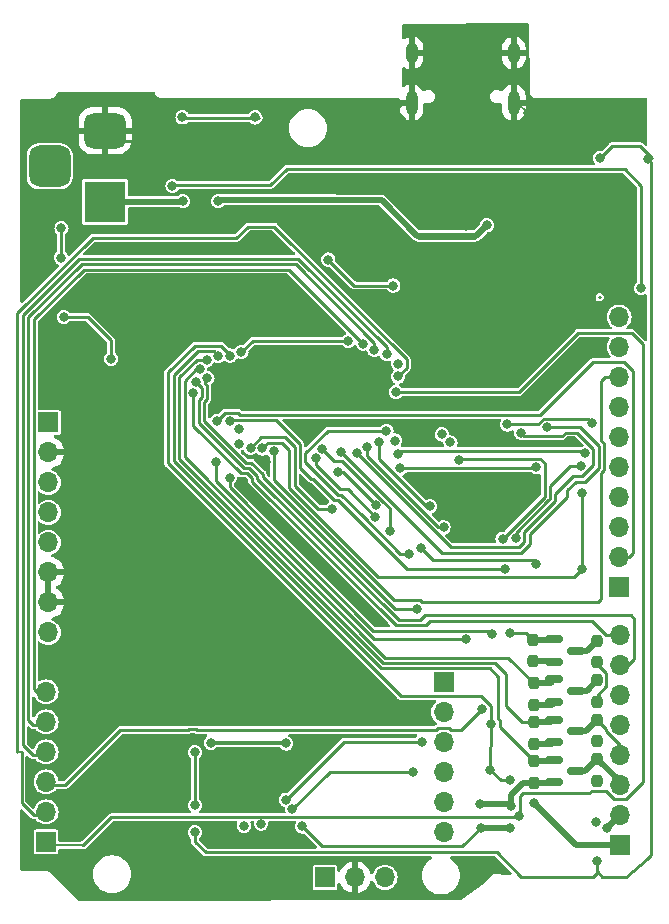
<source format=gbr>
%TF.GenerationSoftware,KiCad,Pcbnew,7.0.10*%
%TF.CreationDate,2024-01-30T02:50:08+05:30*%
%TF.ProjectId,rp2040-basic-m1,72703230-3430-42d6-9261-7369632d6d31,rev?*%
%TF.SameCoordinates,Original*%
%TF.FileFunction,Copper,L2,Bot*%
%TF.FilePolarity,Positive*%
%FSLAX46Y46*%
G04 Gerber Fmt 4.6, Leading zero omitted, Abs format (unit mm)*
G04 Created by KiCad (PCBNEW 7.0.10) date 2024-01-30 02:50:08*
%MOMM*%
%LPD*%
G01*
G04 APERTURE LIST*
G04 Aperture macros list*
%AMRoundRect*
0 Rectangle with rounded corners*
0 $1 Rounding radius*
0 $2 $3 $4 $5 $6 $7 $8 $9 X,Y pos of 4 corners*
0 Add a 4 corners polygon primitive as box body*
4,1,4,$2,$3,$4,$5,$6,$7,$8,$9,$2,$3,0*
0 Add four circle primitives for the rounded corners*
1,1,$1+$1,$2,$3*
1,1,$1+$1,$4,$5*
1,1,$1+$1,$6,$7*
1,1,$1+$1,$8,$9*
0 Add four rect primitives between the rounded corners*
20,1,$1+$1,$2,$3,$4,$5,0*
20,1,$1+$1,$4,$5,$6,$7,0*
20,1,$1+$1,$6,$7,$8,$9,0*
20,1,$1+$1,$8,$9,$2,$3,0*%
G04 Aperture macros list end*
%TA.AperFunction,ComponentPad*%
%ADD10R,1.700000X1.700000*%
%TD*%
%TA.AperFunction,ComponentPad*%
%ADD11O,1.700000X1.700000*%
%TD*%
%TA.AperFunction,ComponentPad*%
%ADD12O,1.000000X2.100000*%
%TD*%
%TA.AperFunction,ComponentPad*%
%ADD13O,1.000000X1.800000*%
%TD*%
%TA.AperFunction,ComponentPad*%
%ADD14R,3.500000X3.500000*%
%TD*%
%TA.AperFunction,ComponentPad*%
%ADD15RoundRect,0.750000X-1.000000X0.750000X-1.000000X-0.750000X1.000000X-0.750000X1.000000X0.750000X0*%
%TD*%
%TA.AperFunction,ComponentPad*%
%ADD16RoundRect,0.875000X-0.875000X0.875000X-0.875000X-0.875000X0.875000X-0.875000X0.875000X0.875000X0*%
%TD*%
%TA.AperFunction,SMDPad,CuDef*%
%ADD17RoundRect,0.150000X-0.587500X-0.150000X0.587500X-0.150000X0.587500X0.150000X-0.587500X0.150000X0*%
%TD*%
%TA.AperFunction,SMDPad,CuDef*%
%ADD18RoundRect,0.237500X-0.237500X0.250000X-0.237500X-0.250000X0.237500X-0.250000X0.237500X0.250000X0*%
%TD*%
%TA.AperFunction,ViaPad*%
%ADD19C,0.800000*%
%TD*%
%TA.AperFunction,Conductor*%
%ADD20C,0.250000*%
%TD*%
%TA.AperFunction,Conductor*%
%ADD21C,0.200000*%
%TD*%
%TA.AperFunction,Conductor*%
%ADD22C,0.500000*%
%TD*%
%TA.AperFunction,Conductor*%
%ADD23C,0.350000*%
%TD*%
G04 APERTURE END LIST*
D10*
%TO.P,J7,1,Pin_1*%
%TO.N,Net-(J7-Pin_1)*%
X107850000Y-71680500D03*
D11*
%TO.P,J7,2,Pin_2*%
%TO.N,Net-(J7-Pin_2)*%
X107850000Y-74220500D03*
%TO.P,J7,3,Pin_3*%
%TO.N,20*%
X107850000Y-76760500D03*
%TO.P,J7,4,Pin_4*%
%TO.N,21*%
X107850000Y-79300500D03*
%TO.P,J7,5,Pin_5*%
%TO.N,Net-(J7-Pin_5)*%
X107850000Y-81840500D03*
%TO.P,J7,6,Pin_6*%
%TO.N,Net-(J7-Pin_6)*%
X107850000Y-84380500D03*
%TD*%
D10*
%TO.P,J5,1,Pin_1*%
%TO.N,Net-(J5-Pin_1)*%
X74200000Y-85200000D03*
D11*
%TO.P,J5,2,Pin_2*%
%TO.N,Net-(J5-Pin_2)*%
X74200000Y-82660000D03*
%TO.P,J5,3,Pin_3*%
%TO.N,Net-(J5-Pin_3)*%
X74200000Y-80120000D03*
%TO.P,J5,4,Pin_4*%
%TO.N,Net-(J5-Pin_4)*%
X74200000Y-77580000D03*
%TO.P,J5,5,Pin_5*%
%TO.N,Net-(J5-Pin_5)*%
X74200000Y-75040000D03*
%TO.P,J5,6,Pin_6*%
%TO.N,Net-(J5-Pin_6)*%
X74200000Y-72500000D03*
%TD*%
D10*
%TO.P,J6,1,Pin_1*%
%TO.N,3V*%
X74400000Y-49690500D03*
D11*
%TO.P,J6,2,Pin_2*%
%TO.N,GND*%
X74400000Y-52230500D03*
%TO.P,J6,3,Pin_3*%
%TO.N,3V*%
X74400000Y-54770500D03*
%TO.P,J6,4,Pin_4*%
X74400000Y-57310500D03*
%TO.P,J6,5,Pin_5*%
%TO.N,5V*%
X74400000Y-59850500D03*
%TO.P,J6,6,Pin_6*%
%TO.N,GND*%
X74400000Y-62390500D03*
%TO.P,J6,7,Pin_7*%
X74400000Y-64930500D03*
%TO.P,J6,8,Pin_8*%
%TO.N,3V*%
X74400000Y-67470500D03*
%TD*%
D10*
%TO.P,J3,1,Pin_1*%
%TO.N,Net-(J3-Pin_1)*%
X122720000Y-63620500D03*
D11*
%TO.P,J3,2,Pin_2*%
%TO.N,Net-(J3-Pin_2)*%
X122720000Y-61080500D03*
%TO.P,J3,3,Pin_3*%
%TO.N,Net-(J3-Pin_3)*%
X122720000Y-58540500D03*
%TO.P,J3,4,Pin_4*%
%TO.N,Net-(J3-Pin_4)*%
X122720000Y-56000500D03*
%TO.P,J3,5,Pin_5*%
%TO.N,Net-(J3-Pin_5)*%
X122720000Y-53460500D03*
%TO.P,J3,6,Pin_6*%
%TO.N,Net-(J3-Pin_6)*%
X122720000Y-50920500D03*
%TO.P,J3,7,Pin_7*%
%TO.N,GND*%
X122720000Y-48380500D03*
%TO.P,J3,8,Pin_8*%
%TO.N,Net-(J3-Pin_8)*%
X122720000Y-45840500D03*
%TO.P,J3,9,Pin_9*%
%TO.N,Net-(J3-Pin_9)*%
X122720000Y-43300500D03*
%TO.P,J3,10,Pin_10*%
%TO.N,Net-(J3-Pin_10)*%
X122720000Y-40760500D03*
%TD*%
D12*
%TO.P,J1,S1,SHIELD*%
%TO.N,GND*%
X113795000Y-22610500D03*
D13*
X113795000Y-18410500D03*
D12*
X105155000Y-22610500D03*
D13*
X105155000Y-18410500D03*
%TD*%
D10*
%TO.P,J4,1,Pin_1*%
%TO.N,RX*%
X122775000Y-85480000D03*
D11*
%TO.P,J4,2,Pin_2*%
%TO.N,Net-(J4-Pin_2)*%
X122775000Y-82940000D03*
%TO.P,J4,3,Pin_3*%
%TO.N,Net-(J4-Pin_3)*%
X122775000Y-80400000D03*
%TO.P,J4,4,Pin_4*%
%TO.N,Net-(J4-Pin_4)*%
X122775000Y-77860000D03*
%TO.P,J4,5,Pin_5*%
%TO.N,Net-(J4-Pin_5)*%
X122775000Y-75320000D03*
%TO.P,J4,6,Pin_6*%
%TO.N,Net-(J4-Pin_6)*%
X122775000Y-72780000D03*
%TO.P,J4,7,Pin_7*%
%TO.N,Net-(J4-Pin_7)*%
X122775000Y-70240000D03*
%TO.P,J4,8,Pin_8*%
%TO.N,Net-(J4-Pin_8)*%
X122775000Y-67700000D03*
%TD*%
D14*
%TO.P,J9,1*%
%TO.N,Net-(F1-Pad1)*%
X79198000Y-30992500D03*
D15*
%TO.P,J9,2*%
%TO.N,GND*%
X79198000Y-24992500D03*
D16*
%TO.P,J9,3*%
%TO.N,unconnected-(J9-Pad3)*%
X74498000Y-27992500D03*
%TD*%
D10*
%TO.P,J8,1,Pin_1*%
%TO.N,Net-(J8-Pin_1)*%
X97820000Y-88200000D03*
D11*
%TO.P,J8,2,Pin_2*%
%TO.N,GND*%
X100360000Y-88200000D03*
%TO.P,J8,3,Pin_3*%
%TO.N,Net-(J8-Pin_3)*%
X102900000Y-88200000D03*
%TD*%
D17*
%TO.P,Q6,1,G*%
%TO.N,3V*%
X117225000Y-69950000D03*
%TO.P,Q6,2,S*%
%TO.N,Net-(Q6-S)*%
X117225000Y-68050000D03*
%TO.P,Q6,3,D*%
%TO.N,Net-(J4-Pin_6)*%
X119100000Y-69000000D03*
%TD*%
D18*
%TO.P,R21,1*%
%TO.N,Net-(J4-Pin_4)*%
X120875000Y-74862500D03*
%TO.P,R21,2*%
%TO.N,5V*%
X120875000Y-76687500D03*
%TD*%
D17*
%TO.P,Q5,1,G*%
%TO.N,3V*%
X117225000Y-73350000D03*
%TO.P,Q5,2,S*%
%TO.N,Net-(Q5-S)*%
X117225000Y-71450000D03*
%TO.P,Q5,3,D*%
%TO.N,Net-(J4-Pin_5)*%
X119100000Y-72400000D03*
%TD*%
D18*
%TO.P,R12,1*%
%TO.N,Net-(Q4-S)*%
X115500000Y-75087500D03*
%TO.P,R12,2*%
%TO.N,3V*%
X115500000Y-76912500D03*
%TD*%
%TO.P,R14,1*%
%TO.N,Net-(Q6-S)*%
X115450000Y-68087500D03*
%TO.P,R14,2*%
%TO.N,3V*%
X115450000Y-69912500D03*
%TD*%
%TO.P,R23,1*%
%TO.N,Net-(J4-Pin_6)*%
X120850000Y-68187500D03*
%TO.P,R23,2*%
%TO.N,5V*%
X120850000Y-70012500D03*
%TD*%
%TO.P,R22,1*%
%TO.N,Net-(J4-Pin_5)*%
X120850000Y-71537500D03*
%TO.P,R22,2*%
%TO.N,5V*%
X120850000Y-73362500D03*
%TD*%
D17*
%TO.P,Q3,1,G*%
%TO.N,3V*%
X117225000Y-80150000D03*
%TO.P,Q3,2,S*%
%TO.N,Net-(Q3-S)*%
X117225000Y-78250000D03*
%TO.P,Q3,3,D*%
%TO.N,Net-(J4-Pin_3)*%
X119100000Y-79200000D03*
%TD*%
%TO.P,Q4,1,G*%
%TO.N,3V*%
X117225000Y-76750000D03*
%TO.P,Q4,2,S*%
%TO.N,Net-(Q4-S)*%
X117225000Y-74850000D03*
%TO.P,Q4,3,D*%
%TO.N,Net-(J4-Pin_4)*%
X119100000Y-75800000D03*
%TD*%
D18*
%TO.P,R13,1*%
%TO.N,Net-(Q5-S)*%
X115500000Y-71750000D03*
%TO.P,R13,2*%
%TO.N,3V*%
X115500000Y-73575000D03*
%TD*%
%TO.P,R11,1*%
%TO.N,Net-(Q3-S)*%
X115500000Y-78387500D03*
%TO.P,R11,2*%
%TO.N,3V*%
X115500000Y-80212500D03*
%TD*%
%TO.P,R20,1*%
%TO.N,Net-(J4-Pin_3)*%
X120875000Y-78187500D03*
%TO.P,R20,2*%
%TO.N,5V*%
X120875000Y-80012500D03*
%TD*%
D19*
%TO.N,GND*%
X110500000Y-35100000D03*
X83795000Y-47638780D03*
X115000000Y-23530500D03*
X88200000Y-89510000D03*
X94540000Y-58790000D03*
X104034765Y-29715235D03*
X108790000Y-41700000D03*
X89450000Y-37522500D03*
X98640000Y-29560000D03*
X92780000Y-53070500D03*
X107034264Y-38234264D03*
X94520000Y-73060000D03*
X118481300Y-51272200D03*
X95210000Y-46538500D03*
X88140000Y-72970000D03*
X96219750Y-85280250D03*
X96950000Y-55690500D03*
X80550000Y-38760500D03*
X102068000Y-38918500D03*
X103975000Y-36935500D03*
X96700000Y-77400000D03*
X97496000Y-45522500D03*
X92780000Y-53070500D03*
X97496000Y-46538500D03*
X95210000Y-45522500D03*
X98004000Y-34330500D03*
X116000000Y-44100500D03*
X96226000Y-46538500D03*
X94080000Y-48321000D03*
X122300000Y-30960500D03*
X96158000Y-33874000D03*
X85800000Y-27710500D03*
X110180000Y-27500000D03*
X88750000Y-58382500D03*
X109620000Y-31800000D03*
X92094000Y-33874000D03*
X91590000Y-34922500D03*
X96226000Y-45522500D03*
X111825263Y-50435249D03*
X103710000Y-23410500D03*
X100460000Y-35802500D03*
X114600000Y-32300000D03*
X88759500Y-42474500D03*
X78429400Y-42566800D03*
X106884000Y-55218500D03*
X93910000Y-89410000D03*
X93300000Y-64700000D03*
X111700000Y-55250000D03*
X95210000Y-47554500D03*
X78780000Y-64940500D03*
X92570000Y-56830500D03*
X92000000Y-27810500D03*
X109760000Y-33030000D03*
X89440000Y-60390000D03*
%TO.N,VBUS*%
X111500000Y-33000000D03*
X88770000Y-30950000D03*
%TO.N,Net-(R6-Pad1)*%
X91900000Y-23860500D03*
X85750000Y-23860500D03*
%TO.N,Net-(J3-Pin_3)*%
X89753000Y-49591800D03*
X113098000Y-62058500D03*
%TO.N,Net-(J3-Pin_4)*%
X90550000Y-50260500D03*
X88612000Y-53005800D03*
X109789000Y-68043100D03*
%TO.N,Net-(J3-Pin_5)*%
X119455600Y-53389200D03*
X113980500Y-59470900D03*
X111978000Y-67595500D03*
X90540000Y-51490500D03*
X89760000Y-54360500D03*
%TO.N,Net-(J3-Pin_6)*%
X119823400Y-52312000D03*
X91520000Y-51830500D03*
X98416344Y-56992271D03*
X104022000Y-52349800D03*
%TO.N,Net-(J3-Pin_8)*%
X93509056Y-52120100D03*
%TO.N,Net-(J5-Pin_1)*%
X103830000Y-47110500D03*
X114225000Y-83050000D03*
%TO.N,Net-(J5-Pin_2)*%
X104020000Y-45800500D03*
%TO.N,Net-(J5-Pin_3)*%
X109161000Y-52834700D03*
X112857000Y-59529400D03*
X111098000Y-73956200D03*
X104010000Y-44710500D03*
%TO.N,Net-(J5-Pin_4)*%
X103040000Y-43900500D03*
%TO.N,Net-(J5-Pin_5)*%
X102005000Y-43564600D03*
%TO.N,Net-(J5-Pin_6)*%
X101050000Y-43010500D03*
%TO.N,Net-(J7-Pin_1)*%
X101351000Y-51767100D03*
X107850000Y-58571000D03*
%TO.N,Net-(J7-Pin_2)*%
X106675000Y-56794300D03*
X102360000Y-51360500D03*
%TO.N,Net-(J3-Pin_1)*%
X79706000Y-44296500D03*
X75464000Y-35728300D03*
X75500000Y-33260500D03*
X124588500Y-38318300D03*
X75700000Y-40760500D03*
X84900000Y-29660500D03*
%TO.N,Net-(J3-Pin_2)*%
X88637303Y-49589197D03*
%TO.N,Net-(J7-Pin_5)*%
X107704574Y-50702676D03*
%TO.N,Net-(J7-Pin_6)*%
X108436000Y-51384600D03*
%TO.N,Net-(J8-Pin_1)*%
X97024336Y-52727811D03*
X102091873Y-57708101D03*
%TO.N,Net-(J8-Pin_3)*%
X103301000Y-58916700D03*
X97600000Y-51910500D03*
%TO.N,14*%
X113250000Y-49860500D03*
X120450000Y-49710500D03*
X92518055Y-51892879D03*
X119554000Y-62127800D03*
X119549300Y-55639100D03*
%TO.N,26*%
X94540000Y-76870000D03*
X88140000Y-76810000D03*
X102100000Y-56700000D03*
X98900000Y-53900000D03*
%TO.N,3V*%
X113500305Y-84000000D03*
X111000000Y-84000000D03*
X110900000Y-82000000D03*
X95900000Y-83900000D03*
X115475000Y-76875000D03*
X113600000Y-82200000D03*
X103600000Y-38100000D03*
X115375000Y-69925000D03*
X115525000Y-80225000D03*
X115696000Y-53481700D03*
X104200000Y-53559600D03*
X98100000Y-35900000D03*
X115525000Y-73600000D03*
%TO.N,Net-(J3-Pin_9)*%
X99180000Y-52190500D03*
X116650000Y-50097200D03*
%TO.N,Net-(J3-Pin_10)*%
X100500000Y-52290500D03*
X114400000Y-50547200D03*
%TO.N,5V*%
X120800000Y-83525000D03*
X120850000Y-76650000D03*
X120775000Y-70050000D03*
X121100000Y-27300000D03*
X120875000Y-80025000D03*
X120950000Y-73375000D03*
X86800000Y-77600000D03*
X125200000Y-27400000D03*
X86800000Y-84400000D03*
X120850000Y-86850000D03*
X86800000Y-82100000D03*
%TO.N,RX*%
X111825000Y-79075000D03*
X113450000Y-79950000D03*
X115500000Y-81900000D03*
X111900000Y-75200000D03*
X89782000Y-44029300D03*
%TO.N,Net-(J4-Pin_2)*%
X121700000Y-84002948D03*
X90740000Y-43730500D03*
X99772000Y-42787900D03*
%TO.N,Net-(J4-Pin_5)*%
X120825000Y-71525000D03*
%TO.N,Net-(J4-Pin_6)*%
X120850000Y-68150000D03*
%TO.N,Net-(J4-Pin_7)*%
X86896911Y-46233144D03*
%TO.N,Net-(J4-Pin_8)*%
X86659000Y-47203830D03*
%TO.N,Net-(Q3-S)*%
X88783000Y-44045500D03*
%TO.N,Net-(Q4-S)*%
X87844000Y-44386400D03*
%TO.N,Net-(Q5-S)*%
X87235000Y-45179600D03*
%TO.N,Net-(Q6-S)*%
X115696000Y-61636600D03*
X105581000Y-65483000D03*
X113500000Y-67500000D03*
X87859000Y-45960400D03*
X105906000Y-60294900D03*
%TO.N,Net-(F1-Pad1)*%
X85790000Y-30960000D03*
%TO.N,20*%
X104954000Y-60796900D03*
X94500000Y-81630000D03*
X106000000Y-76730000D03*
X90960000Y-83835500D03*
X103020000Y-50400500D03*
%TO.N,21*%
X103760000Y-51220500D03*
X105230000Y-79290000D03*
X92420000Y-83650000D03*
X95050000Y-82440000D03*
%TD*%
D20*
%TO.N,GND*%
X110439500Y-41700000D02*
X108790000Y-41700000D01*
X93860763Y-58245456D02*
X93860763Y-58121263D01*
X76144500Y-52230500D02*
X77500000Y-50875000D01*
D21*
X104510000Y-22610500D02*
X103710000Y-23410500D01*
D20*
X78780000Y-64940500D02*
X78780000Y-63770000D01*
X108790000Y-41700000D02*
X108790000Y-39115000D01*
X107909264Y-38234264D02*
X107034264Y-38234264D01*
X93860763Y-58121263D02*
X92570000Y-56830500D01*
X109620000Y-31800000D02*
X109760000Y-31940000D01*
X88759500Y-42474500D02*
X86124500Y-42474500D01*
X110350000Y-35100000D02*
X106531500Y-38918500D01*
X108790000Y-39115000D02*
X107909264Y-38234264D01*
X98004000Y-34330500D02*
X96614500Y-34330500D01*
D22*
X106910000Y-26610500D02*
X107900000Y-26610500D01*
X93810000Y-89510000D02*
X93910000Y-89410000D01*
D20*
X112840000Y-44100500D02*
X110439500Y-41700000D01*
X103500000Y-30250000D02*
X98825000Y-30250000D01*
X85175000Y-27710500D02*
X85800000Y-27710500D01*
X79275000Y-25885500D02*
X83350000Y-25885500D01*
X97496000Y-46538500D02*
X96226000Y-46538500D01*
X78780000Y-63770000D02*
X84167500Y-58382500D01*
X108070000Y-30250000D02*
X109620000Y-31800000D01*
X91710500Y-28100000D02*
X92000000Y-27810500D01*
X115939500Y-30960500D02*
X114600000Y-32300000D01*
X108789500Y-27500000D02*
X107900000Y-26610500D01*
X83350000Y-25885500D02*
X85175000Y-27710500D01*
D22*
X74400000Y-62390500D02*
X74400000Y-64930500D01*
D20*
X95210000Y-46538500D02*
X96226000Y-46538500D01*
D22*
X115000000Y-23530500D02*
X115000000Y-24460500D01*
D20*
X98988000Y-34330500D02*
X100460000Y-35802500D01*
X104569530Y-30250000D02*
X108070000Y-30250000D01*
X110500000Y-35100000D02*
X111800000Y-35100000D01*
X89275000Y-37697500D02*
X89450000Y-37522500D01*
X77500000Y-50875000D02*
X77500000Y-47704500D01*
X96614500Y-34330500D02*
X96158000Y-33874000D01*
X86189500Y-28100000D02*
X91710500Y-28100000D01*
X86124500Y-42474500D02*
X82410500Y-38760500D01*
X77500000Y-47704500D02*
X77900000Y-47304500D01*
X110180000Y-27500000D02*
X108789500Y-27500000D01*
X88759500Y-42474500D02*
X89275000Y-41959000D01*
X98825000Y-30250000D02*
X98640000Y-30065000D01*
D21*
X113795000Y-22610500D02*
X114080000Y-22610500D01*
D20*
X85700000Y-27660500D02*
X85750000Y-27610500D01*
D22*
X115000000Y-24460500D02*
X112850000Y-26610500D01*
D20*
X85800000Y-27710500D02*
X86189500Y-28100000D01*
D21*
X89440000Y-59072500D02*
X88750000Y-58382500D01*
X89440000Y-60390000D02*
X89440000Y-59072500D01*
D20*
X106531500Y-38918500D02*
X102068000Y-38918500D01*
D22*
X88200000Y-89510000D02*
X93810000Y-89510000D01*
X107900000Y-26610500D02*
X112850000Y-26610500D01*
X78770000Y-64930500D02*
X78780000Y-64940500D01*
D20*
X85800000Y-27710500D02*
X85700000Y-27660500D01*
X101593000Y-36935500D02*
X100460000Y-35802500D01*
D21*
X105155000Y-18410500D02*
X105155000Y-22610500D01*
D20*
X82410500Y-38760500D02*
X80550000Y-38760500D01*
D22*
X94540000Y-58790000D02*
X94405307Y-58790000D01*
D20*
X109760000Y-31940000D02*
X109760000Y-33030000D01*
X110500000Y-35100000D02*
X110350000Y-35100000D01*
D21*
X111668500Y-55218500D02*
X106884000Y-55218500D01*
D20*
X98640000Y-30065000D02*
X98640000Y-29560000D01*
X112662214Y-51272200D02*
X118481300Y-51272200D01*
X74400000Y-52230500D02*
X76144500Y-52230500D01*
X77900000Y-43096200D02*
X78429400Y-42566800D01*
D22*
X74400000Y-64930500D02*
X78770000Y-64930500D01*
X103710000Y-23410500D02*
X106910000Y-26610500D01*
D20*
X104034765Y-29715235D02*
X104569530Y-30250000D01*
D21*
X113795000Y-18410500D02*
X113795000Y-22610500D01*
D20*
X77900000Y-47304500D02*
X77900000Y-43096200D01*
D21*
X105155000Y-22610500D02*
X104510000Y-22610500D01*
D20*
X122300000Y-30960500D02*
X115939500Y-30960500D01*
X98004000Y-34330500D02*
X98988000Y-34330500D01*
X89275000Y-41959000D02*
X89275000Y-37697500D01*
X104034765Y-29715235D02*
X103500000Y-30250000D01*
X83460720Y-47304500D02*
X77900000Y-47304500D01*
D23*
X88140000Y-72970000D02*
X94430000Y-72970000D01*
D21*
X114080000Y-22610500D02*
X115000000Y-23530500D01*
D20*
X84167500Y-58382500D02*
X88750000Y-58382500D01*
D23*
X94430000Y-72970000D02*
X94520000Y-73060000D01*
D20*
X116000000Y-44100500D02*
X112840000Y-44100500D01*
X111825263Y-50435249D02*
X112662214Y-51272200D01*
X88775000Y-58407500D02*
X88750000Y-58382500D01*
D21*
X111700000Y-55250000D02*
X111668500Y-55218500D01*
D20*
X83795000Y-47638780D02*
X83460720Y-47304500D01*
X103975000Y-36935500D02*
X101593000Y-36935500D01*
X111800000Y-35100000D02*
X114600000Y-32300000D01*
D22*
X94405307Y-58790000D02*
X93860763Y-58245456D01*
D20*
%TO.N,VBUS*%
X102709500Y-30970000D02*
X105814500Y-34075000D01*
D22*
X102564500Y-30825000D02*
X102709500Y-30970000D01*
D20*
X88610000Y-30970000D02*
X88750000Y-30970000D01*
D22*
X110620000Y-33880000D02*
X105619500Y-33880000D01*
X88770000Y-30950000D02*
X88895000Y-30825000D01*
D20*
X110425000Y-34075000D02*
X111500000Y-33000000D01*
D22*
X111500000Y-33000000D02*
X110620000Y-33880000D01*
X105619500Y-33880000D02*
X102709500Y-30970000D01*
X88895000Y-30825000D02*
X102564500Y-30825000D01*
D20*
X88750000Y-30970000D02*
X88770000Y-30950000D01*
X105814500Y-34075000D02*
X110425000Y-34075000D01*
%TO.N,Net-(R6-Pad1)*%
X85775000Y-23885500D02*
X85750000Y-23860500D01*
X85725000Y-23885500D02*
X85700000Y-23885500D01*
X85725000Y-23860500D02*
X85700000Y-23885500D01*
X91875000Y-23885500D02*
X85775000Y-23885500D01*
X92200000Y-23885500D02*
X91925000Y-23885500D01*
X85750000Y-23860500D02*
X85725000Y-23860500D01*
X91925000Y-23885500D02*
X91900000Y-23860500D01*
X85750000Y-23860500D02*
X85725000Y-23885500D01*
X91900000Y-23860500D02*
X91875000Y-23885500D01*
%TO.N,Net-(J3-Pin_3)*%
X98955971Y-56267271D02*
X98567271Y-56267271D01*
X89829000Y-49515800D02*
X89753000Y-49591800D01*
X95704000Y-53527800D02*
X95704000Y-51537000D01*
X96769500Y-54469500D02*
X96646000Y-54469500D01*
X93683000Y-49515800D02*
X89829000Y-49515800D01*
X96646000Y-54469500D02*
X95704000Y-53527800D01*
X100391000Y-57702300D02*
X98955971Y-56267271D01*
X113098000Y-62058500D02*
X104748000Y-62058500D01*
X95704000Y-51537000D02*
X93683000Y-49515800D01*
X98567271Y-56267271D02*
X96769500Y-54469500D01*
X104748000Y-62058500D02*
X100391000Y-57702300D01*
%TO.N,Net-(J3-Pin_4)*%
X88612000Y-54658800D02*
X88612000Y-53005800D01*
X101996000Y-68043100D02*
X88612000Y-54658800D01*
X109789000Y-68043100D02*
X101996000Y-68043100D01*
%TO.N,Net-(J3-Pin_5)*%
X116871000Y-55039000D02*
X116871000Y-56151396D01*
X113980500Y-59042206D02*
X113980500Y-59470900D01*
X89760000Y-54360500D02*
X89760000Y-55170000D01*
X89760000Y-55170000D02*
X101908000Y-67318000D01*
X116871000Y-56151396D02*
X116737489Y-56284907D01*
X119455600Y-53389200D02*
X118520800Y-53389200D01*
X101908000Y-67318000D02*
X111701000Y-67318000D01*
X111701000Y-67318000D02*
X111978000Y-67595500D01*
X118520800Y-53389200D02*
X116871000Y-55039000D01*
X116737489Y-56284907D02*
X113980500Y-59042206D01*
%TO.N,Net-(J3-Pin_6)*%
X104262000Y-52109600D02*
X104022000Y-52349800D01*
X94459000Y-50944900D02*
X92406000Y-50944900D01*
X95254000Y-55060000D02*
X95254000Y-51739700D01*
X98416344Y-56992271D02*
X97186271Y-56992271D01*
X92406000Y-50944900D02*
X91520000Y-51830500D01*
X119984000Y-52109600D02*
X119621000Y-52109600D01*
X119621000Y-52109600D02*
X119823400Y-52312000D01*
X119621000Y-52109600D02*
X104262000Y-52109600D01*
X95254000Y-51739700D02*
X94459000Y-50944900D01*
X97186271Y-56992271D02*
X95254000Y-55060000D01*
%TO.N,Net-(J3-Pin_8)*%
X103679000Y-64757900D02*
X105882000Y-64757900D01*
X105882000Y-64757900D02*
X106031000Y-64907300D01*
X93509056Y-54587956D02*
X103679000Y-64757900D01*
X121200000Y-64640400D02*
X121200000Y-53943496D01*
X121200000Y-53943496D02*
X121448700Y-53694796D01*
X121200000Y-46200000D02*
X121559500Y-45840500D01*
X121200000Y-51221504D02*
X121200000Y-46200000D01*
X121448700Y-51470204D02*
X121200000Y-51221504D01*
X121559500Y-45840500D02*
X122720000Y-45840500D01*
X121448700Y-53694796D02*
X121448700Y-51470204D01*
X120933100Y-64907300D02*
X121200000Y-64640400D01*
X93509056Y-52120100D02*
X93509056Y-54587956D01*
X106031000Y-64907300D02*
X120933100Y-64907300D01*
%TO.N,Net-(J5-Pin_1)*%
X124728000Y-80110500D02*
X124728000Y-43078000D01*
X114325000Y-81300000D02*
X114600000Y-81025000D01*
X114600000Y-81025000D02*
X120247924Y-81025000D01*
X77240500Y-85490500D02*
X77359500Y-85490500D01*
X114225000Y-83050000D02*
X114325000Y-82950000D01*
X123261701Y-81575000D02*
X123536701Y-81300000D01*
X122288299Y-81575000D02*
X123261701Y-81575000D01*
X119217000Y-42125500D02*
X114232000Y-47110500D01*
X123536701Y-81300000D02*
X123538500Y-81300000D01*
X120247924Y-81025000D02*
X120372924Y-80900000D01*
X85614805Y-83110500D02*
X114164500Y-83110500D01*
X124728000Y-43078000D02*
X123775500Y-42125500D01*
X114164500Y-83110500D02*
X114225000Y-83050000D01*
X79739500Y-83110500D02*
X84985195Y-83110500D01*
X114225000Y-83050000D02*
X114285500Y-83110500D01*
X114232000Y-47110500D02*
X103830000Y-47110500D01*
X120372924Y-80900000D02*
X121613299Y-80900000D01*
X84999695Y-83125000D02*
X85600305Y-83125000D01*
X123538500Y-81300000D02*
X124728000Y-80110500D01*
D21*
X77240500Y-85490500D02*
X74160000Y-85490500D01*
D20*
X85600305Y-83125000D02*
X85614805Y-83110500D01*
X114325000Y-82950000D02*
X114325000Y-81300000D01*
X123775500Y-42125500D02*
X119217000Y-42125500D01*
X77359500Y-85490500D02*
X79739500Y-83110500D01*
X121613299Y-80900000D02*
X122288299Y-81575000D01*
X84985195Y-83110500D02*
X84999695Y-83125000D01*
%TO.N,Net-(J5-Pin_2)*%
X91289000Y-33100600D02*
X90311000Y-34079000D01*
X104736000Y-45084700D02*
X104736000Y-44323100D01*
X71775000Y-40442400D02*
X71775000Y-77627800D01*
X78139000Y-34079000D02*
X71775000Y-40442400D01*
X93513000Y-33100600D02*
X91289000Y-33100600D01*
D21*
X72122617Y-77627800D02*
X72122774Y-77627957D01*
D20*
X90311000Y-34079000D02*
X78139000Y-34079000D01*
D21*
X71775000Y-77627800D02*
X72122617Y-77627800D01*
D20*
X104736000Y-44323100D02*
X93513000Y-33100600D01*
X74160000Y-82950500D02*
X73150500Y-82950500D01*
X72122774Y-81922774D02*
X72122774Y-77627957D01*
D21*
X72122774Y-77627957D02*
X72006974Y-77627957D01*
D20*
X104020000Y-45800500D02*
X104736000Y-45084700D01*
X73150500Y-82950500D02*
X72122774Y-81922774D01*
%TO.N,Net-(J5-Pin_3)*%
X74160000Y-80410500D02*
X75814500Y-80410500D01*
X108501201Y-75750000D02*
X109304200Y-75750000D01*
X86900305Y-75675000D02*
X86975305Y-75750000D01*
X107198799Y-75750000D02*
X107363299Y-75585500D01*
X116421000Y-55965000D02*
X116421000Y-53115600D01*
X107363299Y-75585500D02*
X108336701Y-75585500D01*
X116049000Y-52743600D02*
X109252000Y-52743600D01*
X108336701Y-75585500D02*
X108501201Y-75750000D01*
X112857000Y-59529400D02*
X116421000Y-55965000D01*
X86975305Y-75750000D02*
X107198799Y-75750000D01*
X80475000Y-75750000D02*
X86224695Y-75750000D01*
X116421000Y-53115600D02*
X116049000Y-52743600D01*
X86224695Y-75750000D02*
X86299695Y-75675000D01*
X86299695Y-75675000D02*
X86900305Y-75675000D01*
X75814500Y-80410500D02*
X80475000Y-75750000D01*
X109252000Y-52743600D02*
X109161000Y-52834700D01*
X109304200Y-75750000D02*
X111098000Y-73956200D01*
%TO.N,Net-(J5-Pin_4)*%
X103040000Y-43336500D02*
X95528000Y-35824900D01*
X73070500Y-77870500D02*
X74160000Y-77870500D01*
X72237000Y-40617400D02*
X72237000Y-77037000D01*
X72237000Y-77037000D02*
X73070500Y-77870500D01*
X103040000Y-43900500D02*
X103040000Y-43336500D01*
X95528000Y-35824900D02*
X77029000Y-35824900D01*
X77029000Y-35824900D02*
X72237000Y-40617400D01*
%TO.N,Net-(J5-Pin_5)*%
X73130500Y-75330500D02*
X74160000Y-75330500D01*
X77216000Y-36275100D02*
X72695000Y-40795600D01*
X102005000Y-43564600D02*
X102005000Y-42938100D01*
X72695000Y-40795600D02*
X72695000Y-74895000D01*
X72695000Y-74895000D02*
X73130500Y-75330500D01*
X102005000Y-42938100D02*
X95342000Y-36275100D01*
X95342000Y-36275100D02*
X77216000Y-36275100D01*
%TO.N,Net-(J5-Pin_6)*%
X94786000Y-36746700D02*
X77381000Y-36746700D01*
X73161000Y-40966400D02*
X73161000Y-72261000D01*
X77381000Y-36746700D02*
X73161000Y-40966400D01*
X73432500Y-72532500D02*
X74160000Y-72532500D01*
X73161000Y-72261000D02*
X73432500Y-72532500D01*
X101050000Y-43010500D02*
X94786000Y-36746700D01*
%TO.N,Net-(J7-Pin_1)*%
X101351000Y-51767100D02*
X101351000Y-52495800D01*
X101351000Y-52495800D02*
X107426000Y-58570900D01*
X107850000Y-58570900D02*
X107850000Y-58571000D01*
X107426000Y-58570900D02*
X107850000Y-58570900D01*
%TO.N,Net-(J7-Pin_2)*%
X102360000Y-52745100D02*
X106409000Y-56794300D01*
X106409000Y-56794300D02*
X106675000Y-56794300D01*
X102360000Y-51360500D02*
X102360000Y-52745100D01*
%TO.N,Net-(J3-Pin_1)*%
X93175264Y-29610500D02*
X93025000Y-29610500D01*
X123175000Y-28225000D02*
X124588500Y-29638500D01*
X94560764Y-28225000D02*
X123175000Y-28225000D01*
X93175264Y-29610500D02*
X84950000Y-29610500D01*
X124588500Y-29638500D02*
X124588500Y-38318300D01*
X84950000Y-29610500D02*
X84900000Y-29660500D01*
X93194632Y-29591132D02*
X93175264Y-29610500D01*
X84850000Y-29610500D02*
X84800000Y-29610500D01*
X75464000Y-33224500D02*
X75500000Y-33260500D01*
X79706000Y-42751300D02*
X79706000Y-44296500D01*
X75700000Y-40760500D02*
X77715200Y-40760500D01*
X84900000Y-29660500D02*
X84850000Y-29610500D01*
X77715200Y-40760500D02*
X79706000Y-42751300D01*
X75464000Y-33296500D02*
X75464000Y-35728300D01*
X75500000Y-33260500D02*
X75464000Y-33296500D01*
X93194632Y-29591132D02*
X94560764Y-28225000D01*
%TO.N,Net-(J3-Pin_2)*%
X120529500Y-44570500D02*
X116177800Y-48922200D01*
X123594500Y-61080500D02*
X123912400Y-60762600D01*
X89359700Y-48866800D02*
X88637303Y-49589197D01*
X116151904Y-48922200D02*
X116028104Y-49046000D01*
X123912400Y-60762600D02*
X123912400Y-45353000D01*
X122720000Y-61080500D02*
X123594500Y-61080500D01*
X116177800Y-48922200D02*
X116151904Y-48922200D01*
X90432800Y-48866800D02*
X89359700Y-48866800D01*
X123912400Y-45353000D02*
X123129900Y-44570500D01*
X116028104Y-49046000D02*
X90612000Y-49046000D01*
X90612000Y-49046000D02*
X90432800Y-48866800D01*
X123129900Y-44570500D02*
X120529500Y-44570500D01*
%TO.N,Net-(J8-Pin_1)*%
X99103667Y-55367271D02*
X97024336Y-53287940D01*
X97024336Y-53287940D02*
X97024336Y-52727811D01*
X99751043Y-55367271D02*
X99103667Y-55367271D01*
X102091873Y-57708101D02*
X99751043Y-55367271D01*
%TO.N,Net-(J8-Pin_3)*%
X98605000Y-52915500D02*
X99268608Y-52915500D01*
X99268608Y-52915500D02*
X102743000Y-56389851D01*
X103301000Y-56965500D02*
X103301000Y-58916700D01*
X97600000Y-51910500D02*
X98605000Y-52915500D01*
X102743000Y-56407300D02*
X103301000Y-56965500D01*
X102743000Y-56389851D02*
X102743000Y-56407300D01*
%TO.N,14*%
X120111700Y-49372200D02*
X120450000Y-49710500D01*
X121100000Y-39060500D02*
X121050000Y-39110500D01*
X94201000Y-51395100D02*
X94804000Y-51998000D01*
X115888300Y-49822200D02*
X116338300Y-49372200D01*
X94804000Y-55246500D02*
X102341000Y-62783600D01*
X116338300Y-49372200D02*
X120111700Y-49372200D01*
X92518055Y-51892879D02*
X93015834Y-51395100D01*
X118898000Y-62783600D02*
X119554000Y-62127800D01*
X113288300Y-49822200D02*
X115888300Y-49822200D01*
X93015834Y-51395100D02*
X94201000Y-51395100D01*
X102341000Y-62783600D02*
X118898000Y-62783600D01*
X94804000Y-51998000D02*
X94804000Y-55246500D01*
X113250000Y-49860500D02*
X113288300Y-49822200D01*
X119549300Y-62123100D02*
X119549300Y-55639100D01*
X119554000Y-62127800D02*
X119549300Y-62123100D01*
%TO.N,26*%
X99300000Y-53900000D02*
X98900000Y-53900000D01*
X102100000Y-56700000D02*
X99300000Y-53900000D01*
D23*
X88140000Y-76810000D02*
X94480000Y-76810000D01*
X94480000Y-76810000D02*
X94540000Y-76870000D01*
D22*
%TO.N,3V*%
X115500000Y-76912500D02*
X117062500Y-76912500D01*
D20*
X115525000Y-73600000D02*
X117000000Y-73575000D01*
X109444500Y-85555500D02*
X97555500Y-85555500D01*
X115500000Y-73575000D02*
X115525000Y-73600000D01*
X115450000Y-69912500D02*
X115437500Y-69912500D01*
X115618000Y-53559800D02*
X115696000Y-53481700D01*
D22*
X117200000Y-69925000D02*
X117225000Y-69950000D01*
D20*
X104200000Y-53559800D02*
X115618000Y-53559800D01*
X103600000Y-38100000D02*
X100300000Y-38100000D01*
D22*
X115375000Y-69925000D02*
X117200000Y-69925000D01*
D20*
X115437500Y-69912500D02*
X115375000Y-69925000D01*
D22*
X111000000Y-84000000D02*
X113500305Y-84000000D01*
X117225000Y-73350000D02*
X117000000Y-73575000D01*
X113600000Y-82200000D02*
X113600000Y-81211828D01*
D20*
X97555500Y-85555500D02*
X95900000Y-83900000D01*
X100300000Y-38100000D02*
X98100000Y-35900000D01*
X115475000Y-76875000D02*
X117062500Y-76912500D01*
D22*
X110900000Y-82000000D02*
X113400000Y-82000000D01*
X117150000Y-80225000D02*
X117225000Y-80150000D01*
D20*
X113500305Y-84000000D02*
X113575305Y-83925000D01*
D22*
X113600000Y-81211828D02*
X114599328Y-80212500D01*
X113400000Y-82000000D02*
X113600000Y-82200000D01*
D20*
X111000000Y-84000000D02*
X109444500Y-85555500D01*
D22*
X114599328Y-80212500D02*
X115500000Y-80212500D01*
X117062500Y-76912500D02*
X117225000Y-76750000D01*
X115525000Y-80225000D02*
X117150000Y-80225000D01*
D20*
X115512500Y-80212500D02*
X115525000Y-80225000D01*
D22*
X115500000Y-73575000D02*
X117000000Y-73575000D01*
D20*
X115500000Y-80212500D02*
X115512500Y-80212500D01*
X115500000Y-76912500D02*
X115475000Y-76875000D01*
X104200000Y-53559600D02*
X104200000Y-53559800D01*
%TO.N,Net-(J3-Pin_9)*%
X115155500Y-59957601D02*
X114376701Y-60736400D01*
X119439300Y-50097200D02*
X120998700Y-51656600D01*
X119797900Y-54709200D02*
X119040800Y-54709200D01*
X120998700Y-51656600D02*
X120998700Y-53508400D01*
X107726000Y-60736400D02*
X99180000Y-52190500D01*
X118310000Y-55440000D02*
X118310000Y-55985188D01*
X120998700Y-53508400D02*
X119797900Y-54709200D01*
X119040800Y-54709200D02*
X118310000Y-55440000D01*
X117371308Y-56923880D02*
X115155500Y-59139938D01*
X116650000Y-50097200D02*
X119439300Y-50097200D01*
X114376701Y-60736400D02*
X107726000Y-60736400D01*
X118310000Y-55985188D02*
X117371308Y-56923880D01*
X115155500Y-59139938D02*
X115155500Y-59957601D01*
%TO.N,Net-(J3-Pin_10)*%
X120548600Y-51947400D02*
X120548600Y-53321900D01*
X117905995Y-50822200D02*
X118180995Y-50547200D01*
X108464000Y-60254500D02*
X100500000Y-52290500D01*
X114705490Y-59771215D02*
X114222205Y-60254500D01*
X114675000Y-50822200D02*
X117905995Y-50822200D01*
X117321000Y-55779000D02*
X117321000Y-56338057D01*
X117321000Y-56338057D02*
X114705490Y-58953567D01*
X114222205Y-60254500D02*
X108464000Y-60254500D01*
X114705490Y-58953567D02*
X114705490Y-59771215D01*
X119148400Y-50547200D02*
X120548600Y-51947400D01*
X119611400Y-54259100D02*
X118840900Y-54259100D01*
X114400000Y-50547200D02*
X114675000Y-50822200D01*
X118840900Y-54259100D02*
X117321000Y-55779000D01*
X120548600Y-53321900D02*
X119611400Y-54259100D01*
X118180995Y-50547200D02*
X119148400Y-50547200D01*
%TO.N,5V*%
X125200000Y-27400000D02*
X125449757Y-27649757D01*
X121274711Y-88163979D02*
X120900000Y-87789268D01*
X124492000Y-26300000D02*
X125492000Y-27300000D01*
X125449757Y-27649757D02*
X125449757Y-86317742D01*
X120524633Y-88164635D02*
X117074712Y-88167656D01*
X86800000Y-77600000D02*
X86800000Y-82100000D01*
X121100000Y-27300000D02*
X122100000Y-26300000D01*
X117074252Y-88168116D02*
X116550000Y-88168116D01*
X120900000Y-87789268D02*
X120524633Y-88164635D01*
X120950000Y-73375000D02*
X120950000Y-72727076D01*
X120850000Y-87739268D02*
X120900000Y-87789268D01*
X122100000Y-26300000D02*
X124492000Y-26300000D01*
X123281549Y-88162221D02*
X121274711Y-88163979D01*
X121650000Y-72027076D02*
X121650000Y-70925000D01*
X125449757Y-86317742D02*
X125080796Y-86686703D01*
X86800000Y-84400000D02*
X86800000Y-85200000D01*
X86800000Y-85200000D02*
X87700000Y-86100000D01*
X120950000Y-72727076D02*
X121650000Y-72027076D01*
X112375000Y-86100000D02*
X114444959Y-88169959D01*
X121650000Y-70925000D02*
X120775000Y-70050000D01*
X117074712Y-88167656D02*
X117074252Y-88168116D01*
X125080796Y-86686703D02*
X123281549Y-88162221D01*
X120850000Y-86850000D02*
X120850000Y-87739268D01*
X114444959Y-88169959D02*
X117074712Y-88167656D01*
X120850000Y-86837500D02*
X120850000Y-86850000D01*
X87700000Y-86100000D02*
X112375000Y-86100000D01*
%TO.N,RX*%
X111900000Y-75200000D02*
X111900000Y-73732895D01*
X111022805Y-72855700D02*
X104262000Y-72855700D01*
X112700000Y-79950000D02*
X111825000Y-79075000D01*
X84520000Y-53113500D02*
X84520000Y-45460000D01*
X115500000Y-81887500D02*
X115500000Y-81900000D01*
X89032000Y-43201700D02*
X89782000Y-43951200D01*
D22*
X122775000Y-85480000D02*
X119080000Y-85480000D01*
D20*
X89782000Y-43951200D02*
X89782000Y-44029300D01*
X111825000Y-79075000D02*
X111900000Y-75200000D01*
X86779000Y-43201700D02*
X89032000Y-43201700D01*
X111900000Y-73732895D02*
X111022805Y-72855700D01*
X113450000Y-79950000D02*
X112700000Y-79950000D01*
X104262000Y-72855700D02*
X84520000Y-53113500D01*
D22*
X119080000Y-85480000D02*
X115500000Y-81900000D01*
D20*
X111900000Y-79100000D02*
X111825000Y-79075000D01*
X84520000Y-45460000D02*
X86779000Y-43201700D01*
%TO.N,Net-(J4-Pin_2)*%
X91683000Y-42787900D02*
X90740000Y-43730500D01*
D22*
X121712052Y-84002948D02*
X122775000Y-82940000D01*
X121700000Y-84002948D02*
X121712052Y-84002948D01*
X122775000Y-82940000D02*
X122510000Y-82675000D01*
D20*
X99772000Y-42787900D02*
X91683000Y-42787900D01*
D22*
%TO.N,Net-(J4-Pin_3)*%
X122775000Y-80087500D02*
X120875000Y-78187500D01*
X119100000Y-79200000D02*
X119862500Y-79200000D01*
X119862500Y-79200000D02*
X120875000Y-78187500D01*
X122775000Y-80400000D02*
X122775000Y-80087500D01*
%TO.N,Net-(J4-Pin_4)*%
X119937500Y-75800000D02*
X120875000Y-74862500D01*
D20*
X120875000Y-74905000D02*
X121600000Y-75630000D01*
X120875000Y-74862500D02*
X120875000Y-74905000D01*
X121600000Y-75806701D02*
X122775000Y-76981701D01*
X122775000Y-76981701D02*
X122775000Y-77860000D01*
X121600000Y-75630000D02*
X121600000Y-75806701D01*
D22*
X119100000Y-75800000D02*
X119937500Y-75800000D01*
D20*
%TO.N,Net-(J4-Pin_5)*%
X120825000Y-71525000D02*
X120862500Y-71525000D01*
X120825000Y-71562500D02*
X120825000Y-71525000D01*
D22*
X119100000Y-72400000D02*
X119987500Y-72400000D01*
X119987500Y-72400000D02*
X120850000Y-71537500D01*
D20*
X120862500Y-71525000D02*
X120850000Y-71537500D01*
X119987500Y-72400000D02*
X120825000Y-71562500D01*
D22*
%TO.N,Net-(J4-Pin_6)*%
X119100000Y-69000000D02*
X120037500Y-69000000D01*
X120037500Y-69000000D02*
X120850000Y-68187500D01*
D20*
X120887500Y-68150000D02*
X120850000Y-68187500D01*
X120850000Y-68150000D02*
X120887500Y-68150000D01*
X120850000Y-68187500D02*
X120850000Y-68150000D01*
%TO.N,Net-(J4-Pin_7)*%
X106300000Y-66000000D02*
X105882200Y-66417800D01*
X90934000Y-53547300D02*
X87109000Y-49722300D01*
X124000000Y-69700000D02*
X124000000Y-66300000D01*
X123700000Y-66000000D02*
X106300000Y-66000000D01*
X92093000Y-54471000D02*
X92093000Y-54235600D01*
X105882200Y-66417800D02*
X104040000Y-66417800D01*
X124000000Y-66300000D02*
X123700000Y-66000000D01*
X123499500Y-70200500D02*
X124000000Y-69700000D01*
X92093000Y-54235600D02*
X91405000Y-53547300D01*
X87384000Y-46758400D02*
X86896911Y-46271311D01*
X87109000Y-47831153D02*
X87384000Y-47556153D01*
X122800000Y-70200500D02*
X123499500Y-70200500D01*
X91405000Y-53547300D02*
X90934000Y-53547300D01*
X86896911Y-46271311D02*
X86896911Y-46233144D01*
X87109000Y-49722300D02*
X87109000Y-47831153D01*
X104040000Y-66417800D02*
X92093000Y-54471000D01*
X87384000Y-47556153D02*
X87384000Y-46758400D01*
%TO.N,Net-(J4-Pin_8)*%
X106700000Y-66500000D02*
X106332000Y-66868000D01*
X91643000Y-54697400D02*
X91643000Y-54422100D01*
X106332000Y-66868000D02*
X103813600Y-66868000D01*
X122800000Y-67660500D02*
X121620500Y-67660500D01*
X86659000Y-49988400D02*
X86659000Y-47203830D01*
X91218000Y-53997400D02*
X90668000Y-53997400D01*
X121620500Y-67660500D02*
X120460000Y-66500000D01*
X90668000Y-53997400D02*
X86659000Y-49988400D01*
X103813600Y-66868000D02*
X91643000Y-54697400D01*
X120460000Y-66500000D02*
X106700000Y-66500000D01*
X91643000Y-54422100D02*
X91218000Y-53997400D01*
%TO.N,Net-(Q3-S)*%
X112500000Y-74774695D02*
X112625000Y-74899695D01*
X102549000Y-70505300D02*
X85001000Y-52957400D01*
X112500000Y-74774695D02*
X112500000Y-71235300D01*
X112625000Y-75512500D02*
X115500000Y-78387500D01*
X112500000Y-71235300D02*
X111770000Y-70505300D01*
D22*
X117087500Y-78387500D02*
X117225000Y-78250000D01*
D20*
X85001000Y-52957400D02*
X85001000Y-45685800D01*
X87035000Y-43651900D02*
X88389000Y-43651900D01*
X85001000Y-45685800D02*
X87035000Y-43651900D01*
X88389000Y-43651900D02*
X88783000Y-44045500D01*
X112625000Y-74899695D02*
X112625000Y-75512500D01*
D22*
X115500000Y-78387500D02*
X117087500Y-78387500D01*
D20*
X111770000Y-70505300D02*
X102549000Y-70505300D01*
%TO.N,Net-(Q4-S)*%
X112200000Y-70055200D02*
X113100000Y-70955200D01*
D22*
X115500000Y-75087500D02*
X116987500Y-75087500D01*
D20*
X114487500Y-75087500D02*
X115500000Y-75087500D01*
X87844000Y-44386400D02*
X86952000Y-44386400D01*
X113100000Y-73700000D02*
X114487500Y-75087500D01*
D22*
X116987500Y-75087500D02*
X117225000Y-74850000D01*
D20*
X102735000Y-70055200D02*
X112200000Y-70055200D01*
X86952000Y-44386400D02*
X85472000Y-45866300D01*
X85472000Y-45866300D02*
X85472000Y-52792000D01*
X85472000Y-52792000D02*
X102735000Y-70055200D01*
X113100000Y-70955200D02*
X113100000Y-73700000D01*
D22*
%TO.N,Net-(Q5-S)*%
X115500000Y-71750000D02*
X116925000Y-71750000D01*
D20*
X86926000Y-45179600D02*
X85934000Y-46172200D01*
X85934000Y-52617200D02*
X102916800Y-69600000D01*
X85934000Y-46172200D02*
X85934000Y-52617200D01*
X87235000Y-45179600D02*
X86926000Y-45179600D01*
X113350000Y-69600000D02*
X115500000Y-71750000D01*
X102916800Y-69600000D02*
X113350000Y-69600000D01*
D22*
X116925000Y-71750000D02*
X117225000Y-71450000D01*
D20*
%TO.N,Net-(Q6-S)*%
X106945000Y-61333400D02*
X105906000Y-60294900D01*
X115393000Y-61333400D02*
X106945000Y-61333400D01*
X92543000Y-54049100D02*
X91591000Y-53097200D01*
X103742000Y-65483000D02*
X92543000Y-54284500D01*
X92543000Y-54284500D02*
X92543000Y-54049100D01*
X91120000Y-53097200D02*
X87580000Y-49557200D01*
D22*
X115450000Y-68087500D02*
X117187500Y-68087500D01*
D20*
X87834000Y-46572004D02*
X87641000Y-46379004D01*
X87834000Y-47742549D02*
X87834000Y-46572004D01*
X87580000Y-47996549D02*
X87834000Y-47742549D01*
X105581000Y-65483000D02*
X103742000Y-65483000D01*
X87641000Y-46178400D02*
X87859000Y-45960400D01*
D22*
X117187500Y-68087500D02*
X117225000Y-68050000D01*
D20*
X87641000Y-46379004D02*
X87641000Y-46178400D01*
X114862500Y-67500000D02*
X115450000Y-68087500D01*
X91591000Y-53097200D02*
X91120000Y-53097200D01*
X87580000Y-49557200D02*
X87580000Y-47996549D01*
X115696000Y-61636600D02*
X115393000Y-61333400D01*
X113500000Y-67500000D02*
X114862500Y-67500000D01*
D21*
%TO.N,Net-(F1-Pad1)*%
X79452000Y-31885500D02*
X79275000Y-31885500D01*
D20*
X79198000Y-31631500D02*
X79452000Y-31885500D01*
D22*
X79198000Y-30992500D02*
X85757500Y-30992500D01*
X85757500Y-30992500D02*
X85790000Y-30960000D01*
D20*
X79198000Y-30992500D02*
X79198000Y-31631500D01*
%TO.N,20*%
X104156000Y-60796800D02*
X101000000Y-57641700D01*
X98031000Y-50400500D02*
X103020000Y-50400500D01*
X101000000Y-57641700D02*
X99175571Y-55817271D01*
X104954000Y-60796800D02*
X104156000Y-60796800D01*
X96154000Y-52277400D02*
X98031000Y-50400500D01*
X96154000Y-53054000D02*
X96154000Y-52277400D01*
X99175571Y-55817271D02*
X98917271Y-55817271D01*
X98917271Y-55817271D02*
X96154000Y-53054000D01*
X94500000Y-81630000D02*
X99400000Y-76730000D01*
X99400000Y-76730000D02*
X106000000Y-76730000D01*
X104954000Y-60796900D02*
X104954000Y-60796800D01*
%TO.N,21*%
X95050000Y-82440000D02*
X98200000Y-79290000D01*
X98200000Y-79290000D02*
X105230000Y-79290000D01*
%TD*%
%TA.AperFunction,Conductor*%
%TO.N,GND*%
G36*
X94666854Y-37091885D02*
G01*
X94687495Y-37108517D01*
X96960296Y-39381246D01*
X99429840Y-41850712D01*
X99601923Y-42022789D01*
X99635409Y-42084112D01*
X99630425Y-42153804D01*
X99588555Y-42209738D01*
X99561697Y-42225033D01*
X99469159Y-42263364D01*
X99343716Y-42359619D01*
X99302077Y-42413886D01*
X99245649Y-42455089D01*
X99203701Y-42462400D01*
X91702679Y-42462400D01*
X91691845Y-42461926D01*
X91654263Y-42458629D01*
X91654262Y-42458629D01*
X91617725Y-42468411D01*
X91607195Y-42470745D01*
X91569955Y-42477312D01*
X91564811Y-42479184D01*
X91548332Y-42486008D01*
X91543379Y-42488316D01*
X91512396Y-42510000D01*
X91503301Y-42515793D01*
X91470548Y-42534704D01*
X91470543Y-42534708D01*
X91446296Y-42563603D01*
X91438972Y-42571594D01*
X90911815Y-43098526D01*
X90850484Y-43131998D01*
X90807968Y-43133765D01*
X90740003Y-43124818D01*
X90739998Y-43124818D01*
X90583239Y-43145455D01*
X90583237Y-43145456D01*
X90437160Y-43205963D01*
X90311716Y-43302219D01*
X90215462Y-43427662D01*
X90211396Y-43434704D01*
X90209613Y-43433674D01*
X90172675Y-43479503D01*
X90106379Y-43501561D01*
X90054513Y-43492201D01*
X89938765Y-43444257D01*
X89938760Y-43444255D01*
X89782002Y-43423618D01*
X89773874Y-43423618D01*
X89773874Y-43422064D01*
X89713960Y-43412718D01*
X89679163Y-43388258D01*
X89603290Y-43312436D01*
X89276010Y-42985375D01*
X89268678Y-42977374D01*
X89244458Y-42948508D01*
X89244452Y-42948503D01*
X89211676Y-42929580D01*
X89202588Y-42923793D01*
X89172793Y-42902946D01*
X89171584Y-42902100D01*
X89171581Y-42902099D01*
X89166521Y-42899741D01*
X89150289Y-42893021D01*
X89145045Y-42891112D01*
X89145044Y-42891111D01*
X89145039Y-42891110D01*
X89107769Y-42884537D01*
X89097256Y-42882209D01*
X89086921Y-42879443D01*
X89060697Y-42872427D01*
X89060695Y-42872427D01*
X89023143Y-42875725D01*
X89012295Y-42876200D01*
X86798657Y-42876200D01*
X86787830Y-42875726D01*
X86786319Y-42875593D01*
X86750249Y-42872431D01*
X86750246Y-42872432D01*
X86750245Y-42872432D01*
X86713719Y-42882212D01*
X86703189Y-42884546D01*
X86688002Y-42887224D01*
X86665955Y-42891112D01*
X86665954Y-42891112D01*
X86665950Y-42891113D01*
X86660844Y-42892971D01*
X86644308Y-42899819D01*
X86639360Y-42902125D01*
X86608391Y-42923802D01*
X86599290Y-42929599D01*
X86566543Y-42948506D01*
X86542286Y-42977414D01*
X86534967Y-42985400D01*
X84303719Y-45215957D01*
X84295759Y-45223250D01*
X84266804Y-45247546D01*
X84247937Y-45280224D01*
X84242119Y-45289356D01*
X84220468Y-45320269D01*
X84218280Y-45324959D01*
X84211176Y-45342104D01*
X84209411Y-45346954D01*
X84202859Y-45384114D01*
X84200514Y-45394688D01*
X84190740Y-45431142D01*
X84194030Y-45468805D01*
X84194500Y-45479593D01*
X84194500Y-53093872D01*
X84194028Y-53104681D01*
X84190735Y-53142306D01*
X84200511Y-53178792D01*
X84202851Y-53189347D01*
X84209411Y-53226544D01*
X84211231Y-53231546D01*
X84218191Y-53248347D01*
X84220445Y-53253181D01*
X84242102Y-53284110D01*
X84247910Y-53293226D01*
X84266806Y-53325955D01*
X84295748Y-53350241D01*
X84303708Y-53357535D01*
X91982796Y-61036701D01*
X104017960Y-73071986D01*
X104025268Y-73079962D01*
X104049544Y-73108893D01*
X104049543Y-73108893D01*
X104082259Y-73127781D01*
X104091380Y-73133591D01*
X104122315Y-73155253D01*
X104122317Y-73155253D01*
X104122318Y-73155254D01*
X104127172Y-73157518D01*
X104143904Y-73164448D01*
X104148949Y-73166285D01*
X104148955Y-73166288D01*
X104185860Y-73172795D01*
X104186138Y-73172844D01*
X104196703Y-73175186D01*
X104233192Y-73184964D01*
X104233194Y-73184963D01*
X104233195Y-73184964D01*
X104263465Y-73182315D01*
X104270822Y-73181671D01*
X104281629Y-73181200D01*
X107113921Y-73181200D01*
X107180960Y-73200885D01*
X107226715Y-73253689D01*
X107236659Y-73322847D01*
X107207634Y-73386403D01*
X107192585Y-73401054D01*
X107103589Y-73474089D01*
X106972317Y-73634047D01*
X106972315Y-73634050D01*
X106959682Y-73657685D01*
X106874769Y-73816543D01*
X106814699Y-74014567D01*
X106794417Y-74220500D01*
X106814699Y-74426432D01*
X106822925Y-74453550D01*
X106873126Y-74619042D01*
X106874769Y-74624456D01*
X106880964Y-74636046D01*
X106972315Y-74806950D01*
X106994569Y-74834067D01*
X107103589Y-74966910D01*
X107242685Y-75081062D01*
X107282020Y-75138808D01*
X107283891Y-75208653D01*
X107247704Y-75268421D01*
X107231948Y-75278936D01*
X107232500Y-75279724D01*
X107192680Y-75307605D01*
X107183563Y-75313414D01*
X107150847Y-75332304D01*
X107150842Y-75332308D01*
X107126560Y-75361245D01*
X107119256Y-75369215D01*
X107100292Y-75388179D01*
X107038971Y-75421666D01*
X107012610Y-75424500D01*
X87150653Y-75424500D01*
X87088649Y-75407885D01*
X87080038Y-75402913D01*
X87070921Y-75397104D01*
X87039989Y-75375446D01*
X87035166Y-75373197D01*
X87018360Y-75366235D01*
X87013347Y-75364411D01*
X86976157Y-75357852D01*
X86965603Y-75355512D01*
X86929113Y-75345735D01*
X86891486Y-75349028D01*
X86880677Y-75349500D01*
X86319323Y-75349500D01*
X86308514Y-75349028D01*
X86270887Y-75345735D01*
X86270886Y-75345735D01*
X86234398Y-75355512D01*
X86223843Y-75357852D01*
X86186655Y-75364410D01*
X86181656Y-75366229D01*
X86164812Y-75373206D01*
X86160008Y-75375446D01*
X86129076Y-75397105D01*
X86119966Y-75402910D01*
X86111358Y-75407881D01*
X86049347Y-75424500D01*
X80494617Y-75424500D01*
X80483808Y-75424028D01*
X80446192Y-75420736D01*
X80446191Y-75420736D01*
X80409711Y-75430511D01*
X80399156Y-75432852D01*
X80361954Y-75439412D01*
X80356962Y-75441229D01*
X80340117Y-75448206D01*
X80335313Y-75450446D01*
X80304378Y-75472107D01*
X80295261Y-75477916D01*
X80262548Y-75496804D01*
X80262545Y-75496806D01*
X80262543Y-75496807D01*
X80262542Y-75496809D01*
X80238261Y-75525744D01*
X80230956Y-75533715D01*
X75715993Y-80048681D01*
X75654670Y-80082166D01*
X75628312Y-80085000D01*
X75364523Y-80085000D01*
X75297484Y-80065315D01*
X75251729Y-80012511D01*
X75241120Y-79973154D01*
X75235300Y-79914067D01*
X75231694Y-79902178D01*
X75175232Y-79716046D01*
X75077685Y-79533550D01*
X75008534Y-79449289D01*
X74946410Y-79373589D01*
X74828677Y-79276969D01*
X74786450Y-79242315D01*
X74603954Y-79144768D01*
X74405934Y-79084700D01*
X74405932Y-79084699D01*
X74405934Y-79084699D01*
X74200000Y-79064417D01*
X73994067Y-79084699D01*
X73834059Y-79133237D01*
X73802475Y-79142818D01*
X73796043Y-79144769D01*
X73686270Y-79203445D01*
X73613550Y-79242315D01*
X73613548Y-79242316D01*
X73613547Y-79242317D01*
X73453589Y-79373589D01*
X73322317Y-79533547D01*
X73322315Y-79533550D01*
X73300989Y-79573448D01*
X73224769Y-79716043D01*
X73164699Y-79914067D01*
X73144417Y-80120000D01*
X73164699Y-80325932D01*
X73187167Y-80400000D01*
X73224768Y-80523954D01*
X73322315Y-80706450D01*
X73346566Y-80736000D01*
X73453589Y-80866410D01*
X73550209Y-80945702D01*
X73613550Y-80997685D01*
X73796046Y-81095232D01*
X73994066Y-81155300D01*
X73994065Y-81155300D01*
X74012529Y-81157118D01*
X74200000Y-81175583D01*
X74405934Y-81155300D01*
X74603954Y-81095232D01*
X74786450Y-80997685D01*
X74946410Y-80866410D01*
X75016228Y-80781336D01*
X75073974Y-80742001D01*
X75112082Y-80736000D01*
X75794872Y-80736000D01*
X75805680Y-80736471D01*
X75843307Y-80739764D01*
X75879819Y-80729979D01*
X75890330Y-80727649D01*
X75927545Y-80721088D01*
X75927550Y-80721084D01*
X75932599Y-80719247D01*
X75949324Y-80712319D01*
X75954181Y-80710054D01*
X75954184Y-80710054D01*
X75985125Y-80688387D01*
X75994244Y-80682579D01*
X75998244Y-80680270D01*
X76026955Y-80663694D01*
X76027538Y-80663000D01*
X76051236Y-80634756D01*
X76058536Y-80626788D01*
X80573508Y-76111819D01*
X80634831Y-76078334D01*
X80661189Y-76075500D01*
X86205067Y-76075500D01*
X86215875Y-76075971D01*
X86253502Y-76079264D01*
X86290014Y-76069479D01*
X86300525Y-76067149D01*
X86337740Y-76060588D01*
X86337745Y-76060584D01*
X86342794Y-76058747D01*
X86359519Y-76051819D01*
X86364376Y-76049554D01*
X86364379Y-76049554D01*
X86395320Y-76027887D01*
X86404439Y-76022079D01*
X86410261Y-76018717D01*
X86413052Y-76017107D01*
X86475042Y-76000500D01*
X86724958Y-76000500D01*
X86786957Y-76017112D01*
X86795568Y-76022083D01*
X86804684Y-76027892D01*
X86835618Y-76049552D01*
X86835621Y-76049554D01*
X86835624Y-76049554D01*
X86840481Y-76051820D01*
X86857238Y-76058760D01*
X86862254Y-76060585D01*
X86862255Y-76060585D01*
X86862260Y-76060588D01*
X86899478Y-76067150D01*
X86909980Y-76069478D01*
X86946498Y-76079264D01*
X86984124Y-76075971D01*
X86994933Y-76075500D01*
X87745497Y-76075500D01*
X87812536Y-76095185D01*
X87858291Y-76147989D01*
X87868235Y-76217147D01*
X87839210Y-76280703D01*
X87820986Y-76297873D01*
X87736169Y-76362956D01*
X87711718Y-76381718D01*
X87615463Y-76507160D01*
X87554956Y-76653237D01*
X87554955Y-76653239D01*
X87534318Y-76809998D01*
X87534318Y-76810001D01*
X87554955Y-76966760D01*
X87554956Y-76966762D01*
X87599981Y-77075463D01*
X87615464Y-77112841D01*
X87711718Y-77238282D01*
X87837159Y-77334536D01*
X87983238Y-77395044D01*
X88061619Y-77405363D01*
X88139999Y-77415682D01*
X88140000Y-77415682D01*
X88140001Y-77415682D01*
X88192254Y-77408802D01*
X88296762Y-77395044D01*
X88442841Y-77334536D01*
X88568282Y-77238282D01*
X88571557Y-77234014D01*
X88571559Y-77234012D01*
X88627987Y-77192810D01*
X88669933Y-77185500D01*
X93964028Y-77185500D01*
X94031067Y-77205185D01*
X94062404Y-77234014D01*
X94104536Y-77288923D01*
X94111718Y-77298282D01*
X94237159Y-77394536D01*
X94383238Y-77455044D01*
X94461619Y-77465363D01*
X94539999Y-77475682D01*
X94540000Y-77475682D01*
X94540001Y-77475682D01*
X94592254Y-77468802D01*
X94696762Y-77455044D01*
X94842841Y-77394536D01*
X94968282Y-77298282D01*
X95064536Y-77172841D01*
X95125044Y-77026762D01*
X95145682Y-76870000D01*
X95140888Y-76833589D01*
X95128763Y-76741485D01*
X95125044Y-76713238D01*
X95064536Y-76567159D01*
X94968282Y-76441718D01*
X94842841Y-76345464D01*
X94842836Y-76345462D01*
X94811032Y-76332288D01*
X94767026Y-76314060D01*
X94712624Y-76270220D01*
X94690559Y-76203926D01*
X94707838Y-76136227D01*
X94758975Y-76088616D01*
X94814480Y-76075500D01*
X105501239Y-76075500D01*
X105568278Y-76095185D01*
X105614033Y-76147989D01*
X105623977Y-76217147D01*
X105594952Y-76280703D01*
X105576730Y-76297872D01*
X105571718Y-76301718D01*
X105571717Y-76301719D01*
X105530077Y-76355986D01*
X105473649Y-76397189D01*
X105431701Y-76404500D01*
X99419616Y-76404500D01*
X99408807Y-76404028D01*
X99371192Y-76400736D01*
X99334717Y-76410510D01*
X99324161Y-76412850D01*
X99286958Y-76419411D01*
X99281983Y-76421221D01*
X99265118Y-76428207D01*
X99260313Y-76430447D01*
X99229376Y-76452108D01*
X99220262Y-76457915D01*
X99187545Y-76476805D01*
X99163261Y-76505744D01*
X99155956Y-76513715D01*
X94671684Y-80997988D01*
X94610361Y-81031473D01*
X94567818Y-81033246D01*
X94500001Y-81024318D01*
X94499999Y-81024318D01*
X94343239Y-81044955D01*
X94343237Y-81044956D01*
X94197160Y-81105463D01*
X94071718Y-81201718D01*
X93975463Y-81327160D01*
X93914956Y-81473237D01*
X93914955Y-81473239D01*
X93894318Y-81629998D01*
X93894318Y-81630001D01*
X93914955Y-81786760D01*
X93914956Y-81786762D01*
X93971680Y-81923707D01*
X93975464Y-81932841D01*
X94071718Y-82058282D01*
X94197159Y-82154536D01*
X94343238Y-82215044D01*
X94348763Y-82215771D01*
X94412659Y-82244032D01*
X94451134Y-82302354D01*
X94455522Y-82354895D01*
X94444318Y-82439998D01*
X94444318Y-82440001D01*
X94464955Y-82596760D01*
X94464956Y-82596762D01*
X94471909Y-82613547D01*
X94479378Y-82683016D01*
X94448103Y-82745496D01*
X94388014Y-82781148D01*
X94357348Y-82785000D01*
X87259012Y-82785000D01*
X87191973Y-82765315D01*
X87146218Y-82712511D01*
X87136274Y-82643353D01*
X87165299Y-82579797D01*
X87183523Y-82562626D01*
X87228282Y-82528282D01*
X87324536Y-82402841D01*
X87385044Y-82256762D01*
X87405682Y-82100000D01*
X87402199Y-82073547D01*
X87385044Y-81943239D01*
X87385044Y-81943238D01*
X87324536Y-81797159D01*
X87228282Y-81671718D01*
X87228280Y-81671716D01*
X87228279Y-81671715D01*
X87174012Y-81630074D01*
X87132810Y-81573646D01*
X87125500Y-81531699D01*
X87125500Y-78168298D01*
X87145185Y-78101259D01*
X87174010Y-78069925D01*
X87228282Y-78028282D01*
X87324536Y-77902841D01*
X87385044Y-77756762D01*
X87402484Y-77624289D01*
X87405682Y-77600001D01*
X87405682Y-77599998D01*
X87385044Y-77443239D01*
X87385044Y-77443238D01*
X87324536Y-77297159D01*
X87228282Y-77171718D01*
X87102841Y-77075464D01*
X87102167Y-77075185D01*
X86956762Y-77014956D01*
X86956760Y-77014955D01*
X86800001Y-76994318D01*
X86799999Y-76994318D01*
X86643239Y-77014955D01*
X86643237Y-77014956D01*
X86497160Y-77075463D01*
X86371718Y-77171718D01*
X86275463Y-77297160D01*
X86214956Y-77443237D01*
X86214955Y-77443239D01*
X86194318Y-77599998D01*
X86194318Y-77600001D01*
X86214955Y-77756760D01*
X86214956Y-77756762D01*
X86271600Y-77893514D01*
X86275464Y-77902841D01*
X86371718Y-78028282D01*
X86425987Y-78069924D01*
X86467189Y-78126349D01*
X86474500Y-78168298D01*
X86474500Y-81531699D01*
X86454815Y-81598738D01*
X86425988Y-81630074D01*
X86371720Y-81671715D01*
X86275463Y-81797160D01*
X86214956Y-81943237D01*
X86214955Y-81943239D01*
X86194318Y-82099998D01*
X86194318Y-82100001D01*
X86214955Y-82256760D01*
X86214956Y-82256762D01*
X86275464Y-82402841D01*
X86371718Y-82528282D01*
X86416474Y-82562624D01*
X86457677Y-82619052D01*
X86461832Y-82688798D01*
X86427620Y-82749718D01*
X86365903Y-82782471D01*
X86340988Y-82785000D01*
X85634424Y-82785000D01*
X85623617Y-82784528D01*
X85621329Y-82784327D01*
X85585997Y-82781236D01*
X85585996Y-82781236D01*
X85549516Y-82791011D01*
X85538961Y-82793351D01*
X85514783Y-82797615D01*
X85493247Y-82799500D01*
X85106753Y-82799500D01*
X85085214Y-82797615D01*
X85061045Y-82793352D01*
X85050493Y-82791012D01*
X85014003Y-82781235D01*
X84976376Y-82784528D01*
X84965567Y-82785000D01*
X79759119Y-82785000D01*
X79748312Y-82784528D01*
X79746024Y-82784327D01*
X79710692Y-82781236D01*
X79710691Y-82781236D01*
X79674211Y-82791011D01*
X79663656Y-82793352D01*
X79626454Y-82799912D01*
X79621462Y-82801729D01*
X79604617Y-82808706D01*
X79599813Y-82810946D01*
X79568878Y-82832607D01*
X79559761Y-82838416D01*
X79527048Y-82857304D01*
X79527045Y-82857306D01*
X79527043Y-82857307D01*
X79527042Y-82857309D01*
X79502761Y-82886244D01*
X79495456Y-82894215D01*
X77255027Y-85134646D01*
X77193704Y-85168131D01*
X77188879Y-85169081D01*
X77127450Y-85179912D01*
X77120279Y-85182523D01*
X77077873Y-85190000D01*
X75374500Y-85190000D01*
X75307461Y-85170315D01*
X75261706Y-85117511D01*
X75250500Y-85066000D01*
X75250500Y-84330249D01*
X75250499Y-84330247D01*
X75238868Y-84271770D01*
X75238867Y-84271769D01*
X75194552Y-84205447D01*
X75128230Y-84161132D01*
X75128229Y-84161131D01*
X75069752Y-84149500D01*
X75069748Y-84149500D01*
X73330252Y-84149500D01*
X73330247Y-84149500D01*
X73271770Y-84161131D01*
X73271769Y-84161132D01*
X73205447Y-84205447D01*
X73161132Y-84271769D01*
X73161131Y-84271770D01*
X73149500Y-84330247D01*
X73149500Y-86069752D01*
X73161131Y-86128229D01*
X73161132Y-86128230D01*
X73205447Y-86194552D01*
X73271769Y-86238867D01*
X73271770Y-86238868D01*
X73330247Y-86250499D01*
X73330250Y-86250500D01*
X73330252Y-86250500D01*
X75069750Y-86250500D01*
X75069751Y-86250499D01*
X75084568Y-86247552D01*
X75128229Y-86238868D01*
X75128229Y-86238867D01*
X75128231Y-86238867D01*
X75194552Y-86194552D01*
X75238867Y-86128231D01*
X75238867Y-86128229D01*
X75238868Y-86128229D01*
X75250499Y-86069752D01*
X75250500Y-86069750D01*
X75250500Y-85915000D01*
X75270185Y-85847961D01*
X75322989Y-85802206D01*
X75374500Y-85791000D01*
X77077873Y-85791000D01*
X77120279Y-85798477D01*
X77127450Y-85801086D01*
X77127452Y-85801086D01*
X77127455Y-85801088D01*
X77212025Y-85816000D01*
X77339872Y-85816000D01*
X77350680Y-85816471D01*
X77388307Y-85819764D01*
X77424819Y-85809979D01*
X77435330Y-85807649D01*
X77472545Y-85801088D01*
X77472550Y-85801084D01*
X77477599Y-85799247D01*
X77494324Y-85792319D01*
X77499181Y-85790054D01*
X77499184Y-85790054D01*
X77530125Y-85768387D01*
X77539244Y-85762579D01*
X77571955Y-85743694D01*
X77571957Y-85743692D01*
X77596236Y-85714756D01*
X77603536Y-85706788D01*
X79838008Y-83472319D01*
X79899331Y-83438834D01*
X79925689Y-83436000D01*
X84878141Y-83436000D01*
X84899663Y-83437882D01*
X84923853Y-83442147D01*
X84934399Y-83444486D01*
X84952628Y-83449370D01*
X84970888Y-83454263D01*
X85008506Y-83450971D01*
X85019313Y-83450500D01*
X85580677Y-83450500D01*
X85591485Y-83450971D01*
X85629112Y-83454264D01*
X85665624Y-83444479D01*
X85676140Y-83442148D01*
X85700335Y-83437882D01*
X85721859Y-83436000D01*
X90289922Y-83436000D01*
X90356961Y-83455685D01*
X90402716Y-83508489D01*
X90412660Y-83577647D01*
X90404483Y-83607452D01*
X90374957Y-83678734D01*
X90374955Y-83678739D01*
X90354318Y-83835498D01*
X90354318Y-83835501D01*
X90374955Y-83992260D01*
X90374956Y-83992262D01*
X90434847Y-84136853D01*
X90435464Y-84138341D01*
X90531718Y-84263782D01*
X90657159Y-84360036D01*
X90803238Y-84420544D01*
X90871266Y-84429500D01*
X90959999Y-84441182D01*
X90960000Y-84441182D01*
X90960001Y-84441182D01*
X91035593Y-84431230D01*
X91116762Y-84420544D01*
X91262841Y-84360036D01*
X91388282Y-84263782D01*
X91484536Y-84138341D01*
X91545044Y-83992262D01*
X91564663Y-83843238D01*
X91565682Y-83835501D01*
X91565682Y-83835498D01*
X91545044Y-83678739D01*
X91545042Y-83678734D01*
X91515517Y-83607452D01*
X91508048Y-83537983D01*
X91539324Y-83475504D01*
X91599413Y-83439852D01*
X91630078Y-83436000D01*
X91701097Y-83436000D01*
X91768136Y-83455685D01*
X91813891Y-83508489D01*
X91824035Y-83576185D01*
X91816262Y-83635232D01*
X91814318Y-83650000D01*
X91814318Y-83650001D01*
X91834955Y-83806760D01*
X91834956Y-83806762D01*
X91886231Y-83930552D01*
X91895464Y-83952841D01*
X91991718Y-84078282D01*
X92117159Y-84174536D01*
X92263238Y-84235044D01*
X92325478Y-84243238D01*
X92419999Y-84255682D01*
X92420000Y-84255682D01*
X92420001Y-84255682D01*
X92514514Y-84243239D01*
X92576762Y-84235044D01*
X92722841Y-84174536D01*
X92848282Y-84078282D01*
X92944536Y-83952841D01*
X93005044Y-83806762D01*
X93020889Y-83686410D01*
X93025682Y-83650001D01*
X93025682Y-83650000D01*
X93023738Y-83635232D01*
X93015964Y-83576185D01*
X93026729Y-83507150D01*
X93073109Y-83454894D01*
X93138903Y-83436000D01*
X95256639Y-83436000D01*
X95323678Y-83455685D01*
X95369433Y-83508489D01*
X95379377Y-83577647D01*
X95371200Y-83607453D01*
X95314956Y-83743237D01*
X95314955Y-83743239D01*
X95294318Y-83899998D01*
X95294318Y-83900001D01*
X95314955Y-84056760D01*
X95314956Y-84056762D01*
X95364324Y-84175948D01*
X95375464Y-84202841D01*
X95471718Y-84328282D01*
X95597159Y-84424536D01*
X95743238Y-84485044D01*
X95771548Y-84488771D01*
X95899999Y-84505682D01*
X95900000Y-84505682D01*
X95900001Y-84505682D01*
X95935708Y-84500980D01*
X95967818Y-84496753D01*
X96036853Y-84507518D01*
X96071685Y-84532011D01*
X97102493Y-85562819D01*
X97135978Y-85624142D01*
X97130994Y-85693834D01*
X97089122Y-85749767D01*
X97023658Y-85774184D01*
X97014812Y-85774500D01*
X87886189Y-85774500D01*
X87819150Y-85754815D01*
X87798508Y-85738181D01*
X87161819Y-85101492D01*
X87128334Y-85040169D01*
X87125500Y-85013811D01*
X87125500Y-84968298D01*
X87145185Y-84901259D01*
X87174010Y-84869925D01*
X87228282Y-84828282D01*
X87324536Y-84702841D01*
X87385044Y-84556762D01*
X87402977Y-84420544D01*
X87405682Y-84400001D01*
X87405682Y-84399998D01*
X87387749Y-84263782D01*
X87385044Y-84243238D01*
X87324536Y-84097159D01*
X87228282Y-83971718D01*
X87102841Y-83875464D01*
X86956762Y-83814956D01*
X86956760Y-83814955D01*
X86800001Y-83794318D01*
X86799999Y-83794318D01*
X86643239Y-83814955D01*
X86643237Y-83814956D01*
X86497160Y-83875463D01*
X86371718Y-83971718D01*
X86275463Y-84097160D01*
X86214956Y-84243237D01*
X86214955Y-84243239D01*
X86194318Y-84399998D01*
X86194318Y-84400001D01*
X86214955Y-84556760D01*
X86214956Y-84556762D01*
X86275464Y-84702841D01*
X86371718Y-84828282D01*
X86425987Y-84869924D01*
X86467189Y-84926349D01*
X86474500Y-84968298D01*
X86474500Y-85180372D01*
X86474028Y-85191181D01*
X86470735Y-85228808D01*
X86480512Y-85265298D01*
X86482852Y-85275852D01*
X86489411Y-85313042D01*
X86491235Y-85318055D01*
X86498197Y-85334861D01*
X86500446Y-85339684D01*
X86522104Y-85370616D01*
X86527914Y-85379734D01*
X86546806Y-85412455D01*
X86575743Y-85436736D01*
X86583718Y-85444044D01*
X87455955Y-86316282D01*
X87463262Y-86324256D01*
X87487541Y-86353190D01*
X87487543Y-86353191D01*
X87487545Y-86353194D01*
X87487547Y-86353195D01*
X87487548Y-86353196D01*
X87520253Y-86372078D01*
X87529376Y-86377890D01*
X87560316Y-86399554D01*
X87560319Y-86399554D01*
X87565176Y-86401820D01*
X87581933Y-86408760D01*
X87586952Y-86410586D01*
X87586955Y-86410588D01*
X87624141Y-86417144D01*
X87634704Y-86419486D01*
X87652933Y-86424370D01*
X87671193Y-86429263D01*
X87708811Y-86425971D01*
X87719618Y-86425500D01*
X106778921Y-86425500D01*
X106845960Y-86445185D01*
X106891715Y-86497989D01*
X106901659Y-86567147D01*
X106872634Y-86630703D01*
X106843711Y-86655227D01*
X106686346Y-86751660D01*
X106686343Y-86751661D01*
X106494776Y-86915276D01*
X106331161Y-87106843D01*
X106331160Y-87106846D01*
X106199533Y-87321640D01*
X106103126Y-87554389D01*
X106044317Y-87799348D01*
X106024551Y-88050500D01*
X106044317Y-88301651D01*
X106103126Y-88546610D01*
X106199533Y-88779359D01*
X106331160Y-88994153D01*
X106331161Y-88994156D01*
X106331164Y-88994159D01*
X106494776Y-89185724D01*
X106603272Y-89278388D01*
X106686343Y-89349338D01*
X106686346Y-89349339D01*
X106901140Y-89480966D01*
X107133889Y-89577373D01*
X107378852Y-89636183D01*
X107567118Y-89651000D01*
X107567126Y-89651000D01*
X107692874Y-89651000D01*
X107692882Y-89651000D01*
X107881148Y-89636183D01*
X108126111Y-89577373D01*
X108358859Y-89480966D01*
X108573659Y-89349336D01*
X108765224Y-89185724D01*
X108928836Y-88994159D01*
X109060466Y-88779359D01*
X109156873Y-88546611D01*
X109215683Y-88301648D01*
X109235449Y-88050500D01*
X109215683Y-87799352D01*
X109156873Y-87554389D01*
X109115121Y-87453590D01*
X109060466Y-87321640D01*
X108928839Y-87106846D01*
X108928838Y-87106843D01*
X108843360Y-87006762D01*
X108765224Y-86915276D01*
X108638571Y-86807104D01*
X108573656Y-86751661D01*
X108573653Y-86751660D01*
X108416289Y-86655227D01*
X108369414Y-86603416D01*
X108357991Y-86534486D01*
X108385648Y-86470323D01*
X108443604Y-86431298D01*
X108481079Y-86425500D01*
X112188812Y-86425500D01*
X112255851Y-86445185D01*
X112276493Y-86461819D01*
X113576161Y-87761487D01*
X113609646Y-87822810D01*
X113604662Y-87892502D01*
X113562790Y-87948435D01*
X113497326Y-87972852D01*
X113487388Y-87973163D01*
X112050000Y-87960500D01*
X112049999Y-87960500D01*
X111131254Y-88861910D01*
X111116297Y-88874435D01*
X109345786Y-90134105D01*
X109279750Y-90156930D01*
X109273939Y-90157068D01*
X77008940Y-90166911D01*
X76941894Y-90147247D01*
X76922086Y-90131449D01*
X74697354Y-87950000D01*
X78194551Y-87950000D01*
X78214317Y-88201151D01*
X78273126Y-88446110D01*
X78369533Y-88678859D01*
X78501160Y-88893653D01*
X78501161Y-88893656D01*
X78501164Y-88893659D01*
X78664776Y-89085224D01*
X78792783Y-89194552D01*
X78856343Y-89248838D01*
X78856346Y-89248839D01*
X79071140Y-89380466D01*
X79247601Y-89453558D01*
X79303889Y-89476873D01*
X79548852Y-89535683D01*
X79737118Y-89550500D01*
X79737126Y-89550500D01*
X79862874Y-89550500D01*
X79862882Y-89550500D01*
X80051148Y-89535683D01*
X80296111Y-89476873D01*
X80528859Y-89380466D01*
X80743659Y-89248836D01*
X80935224Y-89085224D01*
X80948438Y-89069752D01*
X96769500Y-89069752D01*
X96781131Y-89128229D01*
X96781132Y-89128230D01*
X96825447Y-89194552D01*
X96891769Y-89238867D01*
X96891770Y-89238868D01*
X96950247Y-89250499D01*
X96950250Y-89250500D01*
X96950252Y-89250500D01*
X98689750Y-89250500D01*
X98689751Y-89250499D01*
X98704568Y-89247552D01*
X98748229Y-89238868D01*
X98748229Y-89238867D01*
X98748231Y-89238867D01*
X98814552Y-89194552D01*
X98858867Y-89128231D01*
X98858867Y-89128229D01*
X98858868Y-89128229D01*
X98868922Y-89077682D01*
X98870500Y-89069748D01*
X98870500Y-88759456D01*
X98890185Y-88692417D01*
X98942989Y-88646662D01*
X99012147Y-88636718D01*
X99075703Y-88665743D01*
X99106882Y-88707051D01*
X99186400Y-88877578D01*
X99321894Y-89071082D01*
X99488917Y-89238105D01*
X99682421Y-89373600D01*
X99896507Y-89473429D01*
X99896516Y-89473433D01*
X100110000Y-89530634D01*
X100110000Y-88635501D01*
X100217685Y-88684680D01*
X100324237Y-88700000D01*
X100395763Y-88700000D01*
X100502315Y-88684680D01*
X100610000Y-88635501D01*
X100610000Y-89530633D01*
X100823483Y-89473433D01*
X100823492Y-89473429D01*
X101037578Y-89373600D01*
X101231082Y-89238105D01*
X101398105Y-89071082D01*
X101533600Y-88877578D01*
X101633429Y-88663492D01*
X101633433Y-88663483D01*
X101666158Y-88541350D01*
X101702522Y-88481690D01*
X101765369Y-88451160D01*
X101834745Y-88459454D01*
X101888623Y-88503939D01*
X101904593Y-88537447D01*
X101924768Y-88603954D01*
X102022315Y-88786450D01*
X102032643Y-88799035D01*
X102153589Y-88946410D01*
X102250209Y-89025702D01*
X102313550Y-89077685D01*
X102496046Y-89175232D01*
X102694066Y-89235300D01*
X102694065Y-89235300D01*
X102712529Y-89237118D01*
X102900000Y-89255583D01*
X103105934Y-89235300D01*
X103303954Y-89175232D01*
X103486450Y-89077685D01*
X103646410Y-88946410D01*
X103777685Y-88786450D01*
X103875232Y-88603954D01*
X103935300Y-88405934D01*
X103955583Y-88200000D01*
X103935300Y-87994066D01*
X103875232Y-87796046D01*
X103777685Y-87613550D01*
X103691137Y-87508090D01*
X103646410Y-87453589D01*
X103496121Y-87330252D01*
X103486450Y-87322315D01*
X103303954Y-87224768D01*
X103105934Y-87164700D01*
X103105932Y-87164699D01*
X103105934Y-87164699D01*
X102900000Y-87144417D01*
X102694067Y-87164699D01*
X102496043Y-87224769D01*
X102408114Y-87271769D01*
X102313550Y-87322315D01*
X102313548Y-87322316D01*
X102313547Y-87322317D01*
X102153589Y-87453589D01*
X102023612Y-87611969D01*
X102022315Y-87613550D01*
X102004298Y-87647258D01*
X101924767Y-87796046D01*
X101904593Y-87862552D01*
X101866296Y-87920990D01*
X101802483Y-87949447D01*
X101733416Y-87938886D01*
X101681023Y-87892661D01*
X101666158Y-87858649D01*
X101633433Y-87736516D01*
X101633429Y-87736507D01*
X101533600Y-87522422D01*
X101533599Y-87522420D01*
X101398113Y-87328926D01*
X101398108Y-87328920D01*
X101231082Y-87161894D01*
X101037578Y-87026399D01*
X100823492Y-86926570D01*
X100823486Y-86926567D01*
X100610000Y-86869364D01*
X100610000Y-87764498D01*
X100502315Y-87715320D01*
X100395763Y-87700000D01*
X100324237Y-87700000D01*
X100217685Y-87715320D01*
X100110000Y-87764498D01*
X100110000Y-86869364D01*
X100109999Y-86869364D01*
X99896513Y-86926567D01*
X99896507Y-86926570D01*
X99682422Y-87026399D01*
X99682420Y-87026400D01*
X99488926Y-87161886D01*
X99488920Y-87161891D01*
X99321891Y-87328920D01*
X99321886Y-87328926D01*
X99186400Y-87522420D01*
X99186399Y-87522422D01*
X99106882Y-87692948D01*
X99060710Y-87745387D01*
X98993516Y-87764539D01*
X98926635Y-87744323D01*
X98881300Y-87691158D01*
X98870500Y-87640543D01*
X98870500Y-87330249D01*
X98870499Y-87330247D01*
X98858868Y-87271770D01*
X98858867Y-87271769D01*
X98814552Y-87205447D01*
X98748230Y-87161132D01*
X98748229Y-87161131D01*
X98689752Y-87149500D01*
X98689748Y-87149500D01*
X96950252Y-87149500D01*
X96950247Y-87149500D01*
X96891770Y-87161131D01*
X96891769Y-87161132D01*
X96825447Y-87205447D01*
X96781132Y-87271769D01*
X96781131Y-87271770D01*
X96769500Y-87330247D01*
X96769500Y-89069752D01*
X80948438Y-89069752D01*
X81098836Y-88893659D01*
X81230466Y-88678859D01*
X81326873Y-88446111D01*
X81385683Y-88201148D01*
X81405449Y-87950000D01*
X81385683Y-87698852D01*
X81326873Y-87453889D01*
X81286802Y-87357149D01*
X81230466Y-87221140D01*
X81098839Y-87006346D01*
X81098838Y-87006343D01*
X81030705Y-86926570D01*
X80935224Y-86814776D01*
X80808571Y-86706604D01*
X80743656Y-86651161D01*
X80743653Y-86651160D01*
X80528859Y-86519533D01*
X80296110Y-86423126D01*
X80051151Y-86364317D01*
X79862887Y-86349500D01*
X79862882Y-86349500D01*
X79737118Y-86349500D01*
X79737112Y-86349500D01*
X79548848Y-86364317D01*
X79303889Y-86423126D01*
X79071140Y-86519533D01*
X78856346Y-86651160D01*
X78856343Y-86651161D01*
X78664776Y-86814776D01*
X78501161Y-87006343D01*
X78501160Y-87006346D01*
X78369533Y-87221140D01*
X78273126Y-87453889D01*
X78214317Y-87698848D01*
X78194551Y-87950000D01*
X74697354Y-87950000D01*
X74595979Y-87850597D01*
X74583872Y-87836827D01*
X74580372Y-87832197D01*
X74569183Y-87817392D01*
X74540363Y-87794941D01*
X74534351Y-87789682D01*
X74534298Y-87789744D01*
X74531221Y-87787099D01*
X74531217Y-87787095D01*
X74525000Y-87782420D01*
X74505482Y-87767746D01*
X74503797Y-87766457D01*
X74447975Y-87722972D01*
X74444725Y-87721064D01*
X74444475Y-87720897D01*
X74442803Y-87719935D01*
X74442541Y-87719806D01*
X74439252Y-87717950D01*
X74394683Y-87700000D01*
X74373592Y-87691505D01*
X74371642Y-87690700D01*
X74306470Y-87663146D01*
X74302817Y-87662138D01*
X74302528Y-87662040D01*
X74300691Y-87661551D01*
X74300387Y-87661491D01*
X74296734Y-87660550D01*
X74226504Y-87652005D01*
X74224402Y-87651731D01*
X74192507Y-87647295D01*
X74188455Y-87647000D01*
X74188460Y-87646919D01*
X74180474Y-87646405D01*
X74144221Y-87641994D01*
X74144220Y-87641994D01*
X74144219Y-87641994D01*
X74138230Y-87642842D01*
X74120100Y-87645410D01*
X74101807Y-87646632D01*
X72116911Y-87632143D01*
X72050017Y-87611969D01*
X72004649Y-87558833D01*
X71993816Y-87508092D01*
X71996050Y-82555681D01*
X72015765Y-82488651D01*
X72068589Y-82442920D01*
X72137752Y-82433008D01*
X72201295Y-82462062D01*
X72207731Y-82468057D01*
X72906450Y-83166776D01*
X72913757Y-83174750D01*
X72938041Y-83203690D01*
X72938043Y-83203691D01*
X72938045Y-83203694D01*
X72938047Y-83203695D01*
X72938048Y-83203696D01*
X72970756Y-83222580D01*
X72979879Y-83228392D01*
X73010816Y-83250054D01*
X73010819Y-83250054D01*
X73015676Y-83252320D01*
X73032433Y-83259260D01*
X73037449Y-83261085D01*
X73037450Y-83261085D01*
X73037455Y-83261088D01*
X73074673Y-83267650D01*
X73085175Y-83269978D01*
X73121693Y-83279764D01*
X73159319Y-83276471D01*
X73170128Y-83276000D01*
X73287918Y-83276000D01*
X73354957Y-83295685D01*
X73383772Y-83321336D01*
X73453589Y-83406410D01*
X73541167Y-83478282D01*
X73613550Y-83537685D01*
X73796046Y-83635232D01*
X73994066Y-83695300D01*
X73994065Y-83695300D01*
X74012529Y-83697118D01*
X74200000Y-83715583D01*
X74405934Y-83695300D01*
X74603954Y-83635232D01*
X74786450Y-83537685D01*
X74946410Y-83406410D01*
X75077685Y-83246450D01*
X75175232Y-83063954D01*
X75235300Y-82865934D01*
X75255583Y-82660000D01*
X75235300Y-82454066D01*
X75175232Y-82256046D01*
X75077685Y-82073550D01*
X75017325Y-82000001D01*
X74946410Y-81913589D01*
X74804539Y-81797160D01*
X74786450Y-81782315D01*
X74603954Y-81684768D01*
X74405934Y-81624700D01*
X74405932Y-81624699D01*
X74405934Y-81624699D01*
X74200000Y-81604417D01*
X73994067Y-81624699D01*
X73796043Y-81684769D01*
X73699102Y-81736586D01*
X73613550Y-81782315D01*
X73613548Y-81782316D01*
X73613547Y-81782317D01*
X73453589Y-81913589D01*
X73322317Y-82073547D01*
X73224768Y-82256045D01*
X73213044Y-82294693D01*
X73174746Y-82353131D01*
X73110933Y-82381587D01*
X73041866Y-82371025D01*
X73006703Y-82346377D01*
X72484593Y-81824267D01*
X72451108Y-81762944D01*
X72448274Y-81736586D01*
X72448274Y-78007962D01*
X72467959Y-77940923D01*
X72520763Y-77895168D01*
X72589921Y-77885224D01*
X72653477Y-77914249D01*
X72659955Y-77920281D01*
X72826450Y-78086776D01*
X72833757Y-78094750D01*
X72858041Y-78123690D01*
X72858043Y-78123691D01*
X72858045Y-78123694D01*
X72858047Y-78123695D01*
X72858048Y-78123696D01*
X72890756Y-78142580D01*
X72899879Y-78148392D01*
X72930816Y-78170054D01*
X72930819Y-78170054D01*
X72935676Y-78172320D01*
X72952433Y-78179260D01*
X72957449Y-78181085D01*
X72957450Y-78181085D01*
X72957455Y-78181088D01*
X72994673Y-78187650D01*
X73005175Y-78189978D01*
X73041693Y-78199764D01*
X73079319Y-78196471D01*
X73090128Y-78196000D01*
X73287918Y-78196000D01*
X73354957Y-78215685D01*
X73383772Y-78241336D01*
X73453589Y-78326410D01*
X73550209Y-78405702D01*
X73613550Y-78457685D01*
X73796046Y-78555232D01*
X73994066Y-78615300D01*
X73994065Y-78615300D01*
X74012529Y-78617118D01*
X74200000Y-78635583D01*
X74405934Y-78615300D01*
X74603954Y-78555232D01*
X74786450Y-78457685D01*
X74946410Y-78326410D01*
X75077685Y-78166450D01*
X75175232Y-77983954D01*
X75235300Y-77785934D01*
X75255583Y-77580000D01*
X75235300Y-77374066D01*
X75175232Y-77176046D01*
X75077685Y-76993550D01*
X75010341Y-76911491D01*
X74946410Y-76833589D01*
X74799761Y-76713239D01*
X74786450Y-76702315D01*
X74603954Y-76604768D01*
X74405934Y-76544700D01*
X74405932Y-76544699D01*
X74405934Y-76544699D01*
X74200000Y-76524417D01*
X73994067Y-76544699D01*
X73796043Y-76604769D01*
X73705366Y-76653238D01*
X73613550Y-76702315D01*
X73613548Y-76702316D01*
X73613547Y-76702317D01*
X73453589Y-76833589D01*
X73325018Y-76990256D01*
X73322315Y-76993550D01*
X73294266Y-77046025D01*
X73224769Y-77176043D01*
X73224768Y-77176045D01*
X73224768Y-77176046D01*
X73205890Y-77238281D01*
X73194426Y-77276072D01*
X73156128Y-77334511D01*
X73092316Y-77362967D01*
X73023249Y-77352407D01*
X72988084Y-77327758D01*
X72598819Y-76938493D01*
X72565334Y-76877170D01*
X72562500Y-76850812D01*
X72562500Y-75522188D01*
X72582185Y-75455149D01*
X72634989Y-75409394D01*
X72704147Y-75399450D01*
X72767703Y-75428475D01*
X72774181Y-75434507D01*
X72886450Y-75546776D01*
X72893757Y-75554750D01*
X72918041Y-75583690D01*
X72918043Y-75583691D01*
X72918045Y-75583694D01*
X72918047Y-75583695D01*
X72918048Y-75583696D01*
X72950756Y-75602580D01*
X72959879Y-75608392D01*
X72985669Y-75626450D01*
X72990816Y-75630054D01*
X72990819Y-75630054D01*
X72995676Y-75632320D01*
X73012433Y-75639260D01*
X73017449Y-75641085D01*
X73017450Y-75641085D01*
X73017455Y-75641088D01*
X73054673Y-75647650D01*
X73065175Y-75649978D01*
X73101693Y-75659764D01*
X73139319Y-75656471D01*
X73150128Y-75656000D01*
X73287918Y-75656000D01*
X73354957Y-75675685D01*
X73383772Y-75701336D01*
X73453589Y-75786410D01*
X73500187Y-75824651D01*
X73613550Y-75917685D01*
X73796046Y-76015232D01*
X73994066Y-76075300D01*
X73994065Y-76075300D01*
X74007397Y-76076613D01*
X74200000Y-76095583D01*
X74405934Y-76075300D01*
X74603954Y-76015232D01*
X74786450Y-75917685D01*
X74946410Y-75786410D01*
X75077685Y-75626450D01*
X75175232Y-75443954D01*
X75235300Y-75245934D01*
X75255583Y-75040000D01*
X75235300Y-74834066D01*
X75175232Y-74636046D01*
X75077685Y-74453550D01*
X74992294Y-74349500D01*
X74946410Y-74293589D01*
X74803738Y-74176503D01*
X74786450Y-74162315D01*
X74603954Y-74064768D01*
X74405934Y-74004700D01*
X74405932Y-74004699D01*
X74405934Y-74004699D01*
X74200000Y-73984417D01*
X73994067Y-74004699D01*
X73796043Y-74064769D01*
X73696178Y-74118149D01*
X73613550Y-74162315D01*
X73613548Y-74162316D01*
X73613547Y-74162317D01*
X73453589Y-74293589D01*
X73328606Y-74445884D01*
X73322315Y-74453550D01*
X73284504Y-74524289D01*
X73253858Y-74581623D01*
X73204895Y-74631467D01*
X73136757Y-74646927D01*
X73071078Y-74623095D01*
X73028709Y-74567537D01*
X73020500Y-74523169D01*
X73020500Y-73016830D01*
X73040185Y-72949791D01*
X73092989Y-72904036D01*
X73162147Y-72894092D01*
X73225703Y-72923117D01*
X73253856Y-72958373D01*
X73322315Y-73086450D01*
X73340734Y-73108894D01*
X73453589Y-73246410D01*
X73486554Y-73273463D01*
X73613550Y-73377685D01*
X73796046Y-73475232D01*
X73994066Y-73535300D01*
X73994065Y-73535300D01*
X74012529Y-73537118D01*
X74200000Y-73555583D01*
X74405934Y-73535300D01*
X74603954Y-73475232D01*
X74786450Y-73377685D01*
X74946410Y-73246410D01*
X75077685Y-73086450D01*
X75175232Y-72903954D01*
X75235300Y-72705934D01*
X75255583Y-72500000D01*
X75235300Y-72294066D01*
X75175232Y-72096046D01*
X75077685Y-71913550D01*
X75025702Y-71850209D01*
X74946410Y-71753589D01*
X74828677Y-71656969D01*
X74786450Y-71622315D01*
X74603954Y-71524768D01*
X74405934Y-71464700D01*
X74405932Y-71464699D01*
X74405934Y-71464699D01*
X74200000Y-71444417D01*
X73994067Y-71464699D01*
X73796041Y-71524769D01*
X73668953Y-71592700D01*
X73600550Y-71606942D01*
X73535307Y-71581942D01*
X73493936Y-71525637D01*
X73486500Y-71483342D01*
X73486500Y-68341959D01*
X73506185Y-68274920D01*
X73558989Y-68229165D01*
X73628147Y-68219221D01*
X73689164Y-68246105D01*
X73724276Y-68274920D01*
X73813550Y-68348185D01*
X73996046Y-68445732D01*
X74194066Y-68505800D01*
X74194065Y-68505800D01*
X74212529Y-68507618D01*
X74400000Y-68526083D01*
X74605934Y-68505800D01*
X74803954Y-68445732D01*
X74986450Y-68348185D01*
X75146410Y-68216910D01*
X75277685Y-68056950D01*
X75375232Y-67874454D01*
X75435300Y-67676434D01*
X75455583Y-67470500D01*
X75435300Y-67264566D01*
X75375232Y-67066546D01*
X75277685Y-66884050D01*
X75192966Y-66780819D01*
X75146410Y-66724089D01*
X74986452Y-66592817D01*
X74986453Y-66592817D01*
X74986450Y-66592815D01*
X74803954Y-66495268D01*
X74737447Y-66475093D01*
X74679009Y-66436796D01*
X74650553Y-66372984D01*
X74661113Y-66303917D01*
X74707337Y-66251523D01*
X74741350Y-66236658D01*
X74863483Y-66203933D01*
X74863492Y-66203929D01*
X75077578Y-66104100D01*
X75271082Y-65968605D01*
X75438105Y-65801582D01*
X75573600Y-65608078D01*
X75673429Y-65393992D01*
X75673432Y-65393986D01*
X75730636Y-65180500D01*
X74833686Y-65180500D01*
X74859493Y-65140344D01*
X74900000Y-65002389D01*
X74900000Y-64858611D01*
X74859493Y-64720656D01*
X74833686Y-64680500D01*
X75730636Y-64680500D01*
X75730635Y-64680499D01*
X75673432Y-64467013D01*
X75673429Y-64467007D01*
X75573600Y-64252922D01*
X75573599Y-64252920D01*
X75438113Y-64059426D01*
X75438108Y-64059420D01*
X75271082Y-63892394D01*
X75084968Y-63762075D01*
X75041344Y-63707498D01*
X75034151Y-63637999D01*
X75065673Y-63575645D01*
X75084968Y-63558925D01*
X75271082Y-63428605D01*
X75438105Y-63261582D01*
X75573600Y-63068078D01*
X75673429Y-62853992D01*
X75673432Y-62853986D01*
X75730636Y-62640500D01*
X74833686Y-62640500D01*
X74859493Y-62600344D01*
X74900000Y-62462389D01*
X74900000Y-62318611D01*
X74859493Y-62180656D01*
X74833686Y-62140500D01*
X75730636Y-62140500D01*
X75730635Y-62140499D01*
X75673432Y-61927013D01*
X75673429Y-61927007D01*
X75573600Y-61712922D01*
X75573599Y-61712920D01*
X75438113Y-61519426D01*
X75438108Y-61519420D01*
X75271082Y-61352394D01*
X75077578Y-61216899D01*
X74863492Y-61117070D01*
X74863486Y-61117067D01*
X74741349Y-61084341D01*
X74681689Y-61047976D01*
X74651160Y-60985129D01*
X74659455Y-60915753D01*
X74703940Y-60861875D01*
X74737444Y-60845907D01*
X74803954Y-60825732D01*
X74986450Y-60728185D01*
X75146410Y-60596910D01*
X75277685Y-60436950D01*
X75375232Y-60254454D01*
X75435300Y-60056434D01*
X75455583Y-59850500D01*
X75435300Y-59644566D01*
X75375232Y-59446546D01*
X75277685Y-59264050D01*
X75225702Y-59200709D01*
X75146410Y-59104089D01*
X74986452Y-58972817D01*
X74986453Y-58972817D01*
X74986450Y-58972815D01*
X74803954Y-58875268D01*
X74605934Y-58815200D01*
X74605932Y-58815199D01*
X74605934Y-58815199D01*
X74400000Y-58794917D01*
X74194067Y-58815199D01*
X73996043Y-58875269D01*
X73813546Y-58972817D01*
X73689164Y-59074894D01*
X73624854Y-59102206D01*
X73555986Y-59090414D01*
X73504427Y-59043262D01*
X73486500Y-58979040D01*
X73486500Y-58181959D01*
X73506185Y-58114920D01*
X73558989Y-58069165D01*
X73628147Y-58059221D01*
X73689164Y-58086105D01*
X73813550Y-58188185D01*
X73996046Y-58285732D01*
X74194066Y-58345800D01*
X74194065Y-58345800D01*
X74212529Y-58347618D01*
X74400000Y-58366083D01*
X74605934Y-58345800D01*
X74803954Y-58285732D01*
X74986450Y-58188185D01*
X75146410Y-58056910D01*
X75277685Y-57896950D01*
X75375232Y-57714454D01*
X75435300Y-57516434D01*
X75455583Y-57310500D01*
X75435300Y-57104566D01*
X75375232Y-56906546D01*
X75277685Y-56724050D01*
X75200872Y-56630452D01*
X75146410Y-56564089D01*
X74986452Y-56432817D01*
X74986453Y-56432817D01*
X74986450Y-56432815D01*
X74803954Y-56335268D01*
X74605934Y-56275200D01*
X74605932Y-56275199D01*
X74605934Y-56275199D01*
X74400000Y-56254917D01*
X74194067Y-56275199D01*
X73996043Y-56335269D01*
X73813546Y-56432817D01*
X73689164Y-56534894D01*
X73624854Y-56562206D01*
X73555986Y-56550414D01*
X73504427Y-56503262D01*
X73486500Y-56439040D01*
X73486500Y-55641959D01*
X73506185Y-55574920D01*
X73558989Y-55529165D01*
X73628147Y-55519221D01*
X73689164Y-55546105D01*
X73718506Y-55570185D01*
X73813550Y-55648185D01*
X73996046Y-55745732D01*
X74194066Y-55805800D01*
X74194065Y-55805800D01*
X74212529Y-55807618D01*
X74400000Y-55826083D01*
X74605934Y-55805800D01*
X74803954Y-55745732D01*
X74986450Y-55648185D01*
X75146410Y-55516910D01*
X75277685Y-55356950D01*
X75375232Y-55174454D01*
X75435300Y-54976434D01*
X75455583Y-54770500D01*
X75435300Y-54564566D01*
X75375232Y-54366546D01*
X75277685Y-54184050D01*
X75219988Y-54113746D01*
X75146410Y-54024089D01*
X75023785Y-53923455D01*
X74986450Y-53892815D01*
X74803954Y-53795268D01*
X74737447Y-53775093D01*
X74679009Y-53736796D01*
X74650553Y-53672984D01*
X74661113Y-53603917D01*
X74707337Y-53551523D01*
X74741350Y-53536658D01*
X74863483Y-53503933D01*
X74863492Y-53503929D01*
X75077578Y-53404100D01*
X75271082Y-53268605D01*
X75438105Y-53101582D01*
X75573600Y-52908078D01*
X75673429Y-52693992D01*
X75673432Y-52693986D01*
X75730636Y-52480500D01*
X74833686Y-52480500D01*
X74859493Y-52440344D01*
X74900000Y-52302389D01*
X74900000Y-52158611D01*
X74859493Y-52020656D01*
X74833686Y-51980500D01*
X75730636Y-51980500D01*
X75730635Y-51980499D01*
X75673432Y-51767013D01*
X75673429Y-51767007D01*
X75573600Y-51552922D01*
X75573599Y-51552920D01*
X75438113Y-51359426D01*
X75438108Y-51359420D01*
X75271082Y-51192394D01*
X75077578Y-51056899D01*
X74907052Y-50977382D01*
X74854613Y-50931210D01*
X74835461Y-50864016D01*
X74855677Y-50797135D01*
X74908842Y-50751800D01*
X74959457Y-50741000D01*
X75269750Y-50741000D01*
X75269751Y-50740999D01*
X75284568Y-50738052D01*
X75328229Y-50729368D01*
X75328229Y-50729367D01*
X75328231Y-50729367D01*
X75394552Y-50685052D01*
X75438867Y-50618731D01*
X75438867Y-50618729D01*
X75438868Y-50618729D01*
X75450499Y-50560252D01*
X75450500Y-50560250D01*
X75450500Y-48820749D01*
X75450499Y-48820747D01*
X75438868Y-48762270D01*
X75438867Y-48762269D01*
X75394552Y-48695947D01*
X75328230Y-48651632D01*
X75328229Y-48651631D01*
X75269752Y-48640000D01*
X75269748Y-48640000D01*
X73610500Y-48640000D01*
X73543461Y-48620315D01*
X73497706Y-48567511D01*
X73486500Y-48516000D01*
X73486500Y-41152597D01*
X73506185Y-41085558D01*
X73522819Y-41064916D01*
X73827256Y-40760501D01*
X75094318Y-40760501D01*
X75114955Y-40917260D01*
X75114956Y-40917262D01*
X75175464Y-41063341D01*
X75271718Y-41188782D01*
X75397159Y-41285036D01*
X75543238Y-41345544D01*
X75621619Y-41355863D01*
X75699999Y-41366182D01*
X75700000Y-41366182D01*
X75700001Y-41366182D01*
X75752254Y-41359302D01*
X75856762Y-41345544D01*
X76002841Y-41285036D01*
X76128282Y-41188782D01*
X76169923Y-41134513D01*
X76226351Y-41093311D01*
X76268299Y-41086000D01*
X77529012Y-41086000D01*
X77596051Y-41105685D01*
X77616693Y-41122319D01*
X79344181Y-42849807D01*
X79377666Y-42911130D01*
X79380500Y-42937488D01*
X79380500Y-43728199D01*
X79360815Y-43795238D01*
X79331988Y-43826574D01*
X79277720Y-43868215D01*
X79181463Y-43993660D01*
X79120956Y-44139737D01*
X79120955Y-44139739D01*
X79100318Y-44296498D01*
X79100318Y-44296501D01*
X79120955Y-44453260D01*
X79120956Y-44453262D01*
X79162574Y-44553738D01*
X79181464Y-44599341D01*
X79277718Y-44724782D01*
X79403159Y-44821036D01*
X79549238Y-44881544D01*
X79627619Y-44891863D01*
X79705999Y-44902182D01*
X79706000Y-44902182D01*
X79706001Y-44902182D01*
X79758254Y-44895302D01*
X79862762Y-44881544D01*
X80008841Y-44821036D01*
X80134282Y-44724782D01*
X80230536Y-44599341D01*
X80291044Y-44453262D01*
X80307916Y-44325104D01*
X80311682Y-44296501D01*
X80311682Y-44296498D01*
X80291044Y-44139739D01*
X80291044Y-44139738D01*
X80230536Y-43993659D01*
X80134282Y-43868218D01*
X80134280Y-43868216D01*
X80134279Y-43868215D01*
X80080012Y-43826574D01*
X80038810Y-43770146D01*
X80031500Y-43728199D01*
X80031500Y-42770915D01*
X80031972Y-42760106D01*
X80033620Y-42741269D01*
X80035263Y-42722493D01*
X80035262Y-42722492D01*
X80035263Y-42722491D01*
X80025486Y-42686004D01*
X80023144Y-42675439D01*
X80016588Y-42638255D01*
X80016586Y-42638252D01*
X80014760Y-42633233D01*
X80007820Y-42616476D01*
X80005554Y-42611619D01*
X80005554Y-42611616D01*
X79983890Y-42580676D01*
X79978078Y-42571553D01*
X79972562Y-42562000D01*
X79959194Y-42538845D01*
X79954261Y-42534706D01*
X79930262Y-42514568D01*
X79922286Y-42507259D01*
X77959244Y-40544218D01*
X77951934Y-40536241D01*
X77927656Y-40507307D01*
X77927655Y-40507306D01*
X77894934Y-40488414D01*
X77885816Y-40482604D01*
X77854884Y-40460946D01*
X77850061Y-40458697D01*
X77833255Y-40451735D01*
X77828242Y-40449911D01*
X77791052Y-40443352D01*
X77780498Y-40441012D01*
X77744008Y-40431235D01*
X77706381Y-40434528D01*
X77695572Y-40435000D01*
X76268299Y-40435000D01*
X76201260Y-40415315D01*
X76169923Y-40386486D01*
X76128283Y-40332219D01*
X76128282Y-40332218D01*
X76002841Y-40235964D01*
X75856762Y-40175456D01*
X75856760Y-40175455D01*
X75700001Y-40154818D01*
X75699999Y-40154818D01*
X75543239Y-40175455D01*
X75543237Y-40175456D01*
X75397160Y-40235963D01*
X75271718Y-40332218D01*
X75175463Y-40457660D01*
X75114956Y-40603737D01*
X75114955Y-40603739D01*
X75094318Y-40760498D01*
X75094318Y-40760501D01*
X73827256Y-40760501D01*
X77479501Y-37108515D01*
X77540825Y-37075033D01*
X77567179Y-37072200D01*
X94599815Y-37072200D01*
X94666854Y-37091885D01*
G37*
%TD.AperFunction*%
%TA.AperFunction,Conductor*%
G36*
X90520947Y-54294979D02*
G01*
X90526583Y-54296489D01*
X90549933Y-54306160D01*
X90554952Y-54307986D01*
X90554955Y-54307988D01*
X90592141Y-54314544D01*
X90602704Y-54316886D01*
X90620933Y-54321770D01*
X90639193Y-54326663D01*
X90676811Y-54323371D01*
X90687618Y-54322900D01*
X91031905Y-54322900D01*
X91098944Y-54342585D01*
X91119553Y-54359186D01*
X91281150Y-54520669D01*
X91314657Y-54581979D01*
X91317500Y-54608380D01*
X91317500Y-54677772D01*
X91317028Y-54688581D01*
X91313735Y-54726208D01*
X91323512Y-54762698D01*
X91325852Y-54773252D01*
X91332411Y-54810442D01*
X91334235Y-54815455D01*
X91341197Y-54832261D01*
X91343446Y-54837084D01*
X91365104Y-54868016D01*
X91370914Y-54877134D01*
X91389806Y-54909855D01*
X91412992Y-54929310D01*
X91418743Y-54934136D01*
X91426718Y-54941444D01*
X103266093Y-66780819D01*
X103299578Y-66842142D01*
X103294594Y-66911834D01*
X103252722Y-66967767D01*
X103187258Y-66992184D01*
X103178412Y-66992500D01*
X102094189Y-66992500D01*
X102027150Y-66972815D01*
X102006508Y-66956181D01*
X90121819Y-55071492D01*
X90088334Y-55010169D01*
X90085500Y-54983811D01*
X90085500Y-54928798D01*
X90105185Y-54861759D01*
X90134010Y-54830425D01*
X90188282Y-54788782D01*
X90284536Y-54663341D01*
X90345044Y-54517262D01*
X90360897Y-54396844D01*
X90389163Y-54332948D01*
X90447488Y-54294477D01*
X90517353Y-54293646D01*
X90520947Y-54294979D01*
G37*
%TD.AperFunction*%
%TA.AperFunction,Conductor*%
G36*
X74650000Y-64494998D02*
G01*
X74542315Y-64445820D01*
X74435763Y-64430500D01*
X74364237Y-64430500D01*
X74257685Y-64445820D01*
X74150000Y-64494998D01*
X74150000Y-62826001D01*
X74257685Y-62875180D01*
X74364237Y-62890500D01*
X74435763Y-62890500D01*
X74542315Y-62875180D01*
X74650000Y-62826001D01*
X74650000Y-64494998D01*
G37*
%TD.AperFunction*%
%TA.AperFunction,Conductor*%
G36*
X115260499Y-53904985D02*
G01*
X115268930Y-53910912D01*
X115393159Y-54006236D01*
X115539238Y-54066744D01*
X115603407Y-54075192D01*
X115695999Y-54087382D01*
X115696000Y-54087382D01*
X115696001Y-54087382D01*
X115764818Y-54078322D01*
X115852762Y-54066744D01*
X115924049Y-54037215D01*
X115993516Y-54029747D01*
X116055995Y-54061022D01*
X116091648Y-54121110D01*
X116095500Y-54151777D01*
X116095500Y-55778826D01*
X116075815Y-55845865D01*
X116059186Y-55866502D01*
X113028650Y-58897377D01*
X112967329Y-58930866D01*
X112924781Y-58932640D01*
X112857004Y-58923718D01*
X112856999Y-58923718D01*
X112700239Y-58944355D01*
X112700237Y-58944356D01*
X112554160Y-59004863D01*
X112428718Y-59101118D01*
X112332463Y-59226560D01*
X112271956Y-59372637D01*
X112271955Y-59372639D01*
X112251318Y-59529398D01*
X112251318Y-59529401D01*
X112271955Y-59686160D01*
X112271956Y-59686162D01*
X112301525Y-59757547D01*
X112308994Y-59827017D01*
X112277719Y-59889496D01*
X112217630Y-59925148D01*
X112186964Y-59929000D01*
X108650188Y-59929000D01*
X108583149Y-59909315D01*
X108562507Y-59892681D01*
X108010076Y-59340250D01*
X107976591Y-59278927D01*
X107981575Y-59209235D01*
X108023447Y-59153302D01*
X108050302Y-59138009D01*
X108152841Y-59095536D01*
X108278282Y-58999282D01*
X108374536Y-58873841D01*
X108435044Y-58727762D01*
X108455682Y-58571000D01*
X108435044Y-58414238D01*
X108374536Y-58268159D01*
X108278282Y-58142718D01*
X108152841Y-58046464D01*
X108067083Y-58010942D01*
X108006762Y-57985956D01*
X108006760Y-57985955D01*
X107850001Y-57965318D01*
X107849999Y-57965318D01*
X107693239Y-57985955D01*
X107693237Y-57985956D01*
X107547156Y-58046465D01*
X107528600Y-58060703D01*
X107463430Y-58085895D01*
X107394986Y-58071855D01*
X107365435Y-58050005D01*
X107301387Y-57985956D01*
X106866125Y-57550686D01*
X106832642Y-57489364D01*
X106837627Y-57419672D01*
X106879498Y-57363739D01*
X106906356Y-57348446D01*
X106932888Y-57337456D01*
X106977841Y-57318836D01*
X107103282Y-57222582D01*
X107199536Y-57097141D01*
X107260044Y-56951062D01*
X107280682Y-56794300D01*
X107271433Y-56724050D01*
X107260044Y-56637539D01*
X107260044Y-56637538D01*
X107199536Y-56491459D01*
X107103282Y-56366018D01*
X106977841Y-56269764D01*
X106941997Y-56254917D01*
X106831762Y-56209256D01*
X106831760Y-56209255D01*
X106675001Y-56188618D01*
X106674999Y-56188618D01*
X106518239Y-56209255D01*
X106518234Y-56209257D01*
X106429364Y-56246068D01*
X106359895Y-56253537D01*
X106297416Y-56222261D01*
X106294229Y-56219186D01*
X104391123Y-54315985D01*
X104357640Y-54254662D01*
X104362626Y-54184971D01*
X104404499Y-54129038D01*
X104431351Y-54113747D01*
X104502841Y-54084136D01*
X104628282Y-53987882D01*
X104664246Y-53941013D01*
X104669771Y-53933813D01*
X104726199Y-53892611D01*
X104768146Y-53885300D01*
X115193460Y-53885300D01*
X115260499Y-53904985D01*
G37*
%TD.AperFunction*%
%TA.AperFunction,Conductor*%
G36*
X95784703Y-54069174D02*
G01*
X95791157Y-54075183D01*
X96030595Y-54314544D01*
X96401970Y-54685802D01*
X96409293Y-54693792D01*
X96433543Y-54722692D01*
X96433545Y-54722694D01*
X96466282Y-54741595D01*
X96475388Y-54747395D01*
X96506359Y-54769073D01*
X96506361Y-54769073D01*
X96506364Y-54769076D01*
X96506367Y-54769076D01*
X96511317Y-54771384D01*
X96527829Y-54778221D01*
X96532951Y-54780086D01*
X96532955Y-54780088D01*
X96570192Y-54786653D01*
X96580723Y-54788987D01*
X96614093Y-54797923D01*
X96669695Y-54830021D01*
X98123239Y-56283565D01*
X98156724Y-56344888D01*
X98151740Y-56414580D01*
X98111044Y-56469621D01*
X97988062Y-56563989D01*
X97970444Y-56586950D01*
X97946421Y-56618257D01*
X97889993Y-56659460D01*
X97848045Y-56666771D01*
X97372459Y-56666771D01*
X97305420Y-56647086D01*
X97284778Y-56630452D01*
X95615819Y-54961493D01*
X95582334Y-54900170D01*
X95579500Y-54873812D01*
X95579500Y-54162887D01*
X95599185Y-54095848D01*
X95651989Y-54050093D01*
X95721147Y-54040149D01*
X95784703Y-54069174D01*
G37*
%TD.AperFunction*%
%TA.AperFunction,Conductor*%
G36*
X90948672Y-52049658D02*
G01*
X90978738Y-52092961D01*
X90995464Y-52133341D01*
X91091718Y-52258782D01*
X91217159Y-52355036D01*
X91363238Y-52415544D01*
X91419409Y-52422939D01*
X91519999Y-52436182D01*
X91520000Y-52436182D01*
X91520001Y-52436182D01*
X91572254Y-52429302D01*
X91676762Y-52415544D01*
X91822841Y-52355036D01*
X91908838Y-52289047D01*
X91974002Y-52263855D01*
X92042447Y-52277893D01*
X92082697Y-52311939D01*
X92088069Y-52318941D01*
X92089773Y-52321161D01*
X92215214Y-52417415D01*
X92361293Y-52477923D01*
X92386671Y-52481264D01*
X92518054Y-52498561D01*
X92518055Y-52498561D01*
X92518056Y-52498561D01*
X92579999Y-52490406D01*
X92674817Y-52477923D01*
X92820896Y-52417415D01*
X92822834Y-52415927D01*
X92824764Y-52415181D01*
X92827931Y-52413353D01*
X92828216Y-52413846D01*
X92887998Y-52390731D01*
X92956444Y-52404764D01*
X92996699Y-52438813D01*
X93029272Y-52481263D01*
X93049472Y-52507589D01*
X93080774Y-52548382D01*
X93135043Y-52590024D01*
X93176245Y-52646449D01*
X93183556Y-52688398D01*
X93183556Y-54165357D01*
X93163871Y-54232396D01*
X93111067Y-54278151D01*
X93041909Y-54288095D01*
X92978353Y-54259070D01*
X92971877Y-54253040D01*
X92904821Y-54185987D01*
X92871334Y-54124665D01*
X92868500Y-54098304D01*
X92868500Y-54068714D01*
X92868971Y-54057913D01*
X92869929Y-54046952D01*
X92872262Y-54020276D01*
X92862485Y-53983795D01*
X92860142Y-53973227D01*
X92857066Y-53955782D01*
X92853588Y-53936055D01*
X92853587Y-53936053D01*
X92851772Y-53931065D01*
X92844797Y-53914226D01*
X92842548Y-53909406D01*
X92842547Y-53909401D01*
X92820892Y-53878479D01*
X92815077Y-53869352D01*
X92811752Y-53863593D01*
X92796194Y-53836645D01*
X92796191Y-53836642D01*
X92781390Y-53824223D01*
X92767244Y-53812352D01*
X92759287Y-53805062D01*
X91835029Y-52880902D01*
X91827720Y-52872924D01*
X91803458Y-52844008D01*
X91803455Y-52844006D01*
X91787336Y-52834700D01*
X91770728Y-52825111D01*
X91761615Y-52819306D01*
X91730668Y-52797638D01*
X91725825Y-52795380D01*
X91709080Y-52788445D01*
X91704045Y-52786612D01*
X91666843Y-52780052D01*
X91656292Y-52777713D01*
X91619791Y-52767935D01*
X91619789Y-52767935D01*
X91582171Y-52771228D01*
X91571358Y-52771700D01*
X91306188Y-52771700D01*
X91239149Y-52752015D01*
X91218507Y-52735381D01*
X90926031Y-52442905D01*
X90922919Y-52437207D01*
X90922151Y-52436931D01*
X90907594Y-52424468D01*
X90730340Y-52247214D01*
X90696855Y-52185891D01*
X90701839Y-52116199D01*
X90743711Y-52060266D01*
X90770561Y-52044975D01*
X90816727Y-52025852D01*
X90886192Y-52018384D01*
X90948672Y-52049658D01*
G37*
%TD.AperFunction*%
%TA.AperFunction,Conductor*%
G36*
X112685208Y-49391185D02*
G01*
X112730963Y-49443989D01*
X112740907Y-49513147D01*
X112728159Y-49549979D01*
X112728574Y-49550151D01*
X112725688Y-49557116D01*
X112725555Y-49557503D01*
X112725461Y-49557664D01*
X112664956Y-49703737D01*
X112664955Y-49703739D01*
X112644318Y-49860498D01*
X112644318Y-49860501D01*
X112664955Y-50017260D01*
X112664956Y-50017262D01*
X112721984Y-50154941D01*
X112725464Y-50163341D01*
X112821718Y-50288782D01*
X112947159Y-50385036D01*
X113093238Y-50445544D01*
X113117112Y-50448687D01*
X113249999Y-50466182D01*
X113250000Y-50466182D01*
X113250001Y-50466182D01*
X113302254Y-50459302D01*
X113406762Y-50445544D01*
X113552841Y-50385036D01*
X113607702Y-50342939D01*
X113672870Y-50317745D01*
X113741315Y-50331783D01*
X113791305Y-50380596D01*
X113806969Y-50448687D01*
X113806127Y-50457500D01*
X113794318Y-50547198D01*
X113794318Y-50547201D01*
X113814955Y-50703960D01*
X113814956Y-50703962D01*
X113853549Y-50797135D01*
X113875464Y-50850041D01*
X113971718Y-50975482D01*
X114097159Y-51071736D01*
X114243238Y-51132244D01*
X114314965Y-51141687D01*
X114399999Y-51152882D01*
X114400000Y-51152882D01*
X114400001Y-51152882D01*
X114453316Y-51145862D01*
X114539048Y-51134576D01*
X114576763Y-51135398D01*
X114599143Y-51139345D01*
X114609706Y-51141687D01*
X114646193Y-51151464D01*
X114683823Y-51148171D01*
X114694630Y-51147700D01*
X117886367Y-51147700D01*
X117897175Y-51148171D01*
X117934802Y-51151464D01*
X117971314Y-51141679D01*
X117981825Y-51139349D01*
X118019040Y-51132788D01*
X118019045Y-51132784D01*
X118024094Y-51130947D01*
X118040819Y-51124019D01*
X118045676Y-51121754D01*
X118045679Y-51121754D01*
X118076620Y-51100087D01*
X118085739Y-51094279D01*
X118091795Y-51090783D01*
X118118450Y-51075394D01*
X118121520Y-51071736D01*
X118142731Y-51046456D01*
X118150019Y-51038500D01*
X118279503Y-50909017D01*
X118340826Y-50875534D01*
X118367183Y-50872700D01*
X118962212Y-50872700D01*
X119029251Y-50892385D01*
X119049893Y-50909019D01*
X119677678Y-51536804D01*
X119711163Y-51598127D01*
X119706179Y-51667819D01*
X119664307Y-51723752D01*
X119637449Y-51739046D01*
X119590709Y-51758407D01*
X119551468Y-51774661D01*
X119504015Y-51784100D01*
X109106078Y-51784100D01*
X109039039Y-51764415D01*
X108993284Y-51711611D01*
X108983340Y-51642453D01*
X108991517Y-51612648D01*
X109005434Y-51579046D01*
X109021044Y-51541362D01*
X109039697Y-51399678D01*
X109041682Y-51384601D01*
X109041682Y-51384598D01*
X109024982Y-51257749D01*
X109021044Y-51227838D01*
X108960536Y-51081759D01*
X108864282Y-50956318D01*
X108738841Y-50860064D01*
X108718257Y-50851538D01*
X108592762Y-50799556D01*
X108592760Y-50799555D01*
X108436001Y-50778918D01*
X108429038Y-50778918D01*
X108361999Y-50759233D01*
X108316244Y-50706429D01*
X108306099Y-50671103D01*
X108305966Y-50670094D01*
X108289618Y-50545914D01*
X108229110Y-50399835D01*
X108132856Y-50274394D01*
X108007415Y-50178140D01*
X108004286Y-50176844D01*
X107861336Y-50117632D01*
X107861334Y-50117631D01*
X107704575Y-50096994D01*
X107704573Y-50096994D01*
X107547813Y-50117631D01*
X107547811Y-50117632D01*
X107401734Y-50178139D01*
X107276292Y-50274394D01*
X107180037Y-50399836D01*
X107119530Y-50545913D01*
X107119529Y-50545915D01*
X107098892Y-50702674D01*
X107098892Y-50702677D01*
X107119529Y-50859436D01*
X107119530Y-50859438D01*
X107171080Y-50983892D01*
X107180038Y-51005517D01*
X107276292Y-51130958D01*
X107401733Y-51227212D01*
X107547812Y-51287720D01*
X107604241Y-51295149D01*
X107704573Y-51308358D01*
X107711536Y-51308358D01*
X107778575Y-51328043D01*
X107824330Y-51380847D01*
X107834474Y-51416170D01*
X107838751Y-51448654D01*
X107850955Y-51541360D01*
X107850957Y-51541365D01*
X107880483Y-51612648D01*
X107887952Y-51682117D01*
X107856676Y-51744596D01*
X107796587Y-51780248D01*
X107765922Y-51784100D01*
X104335896Y-51784100D01*
X104268857Y-51764415D01*
X104223102Y-51711611D01*
X104213158Y-51642453D01*
X104237520Y-51584614D01*
X104270708Y-51541362D01*
X104284536Y-51523341D01*
X104345044Y-51377262D01*
X104362396Y-51245457D01*
X104365682Y-51220501D01*
X104365682Y-51220498D01*
X104349065Y-51094279D01*
X104345044Y-51063738D01*
X104284536Y-50917659D01*
X104188282Y-50792218D01*
X104062841Y-50695964D01*
X104052561Y-50691706D01*
X103916762Y-50635456D01*
X103916760Y-50635455D01*
X103760001Y-50614818D01*
X103760000Y-50614818D01*
X103754812Y-50615500D01*
X103685778Y-50604733D01*
X103633524Y-50558352D01*
X103614640Y-50491082D01*
X103615690Y-50476391D01*
X103625682Y-50400500D01*
X103625594Y-50399835D01*
X103605426Y-50246639D01*
X103605044Y-50243738D01*
X103544536Y-50097659D01*
X103448282Y-49972218D01*
X103322841Y-49875964D01*
X103296171Y-49864917D01*
X103176762Y-49815456D01*
X103176760Y-49815455D01*
X103020001Y-49794818D01*
X103019999Y-49794818D01*
X102863239Y-49815455D01*
X102863237Y-49815456D01*
X102717160Y-49875963D01*
X102591716Y-49972219D01*
X102550077Y-50026486D01*
X102493649Y-50067689D01*
X102451701Y-50075000D01*
X98050628Y-50075000D01*
X98039817Y-50074528D01*
X98002202Y-50071235D01*
X97965709Y-50081012D01*
X97955160Y-50083350D01*
X97917956Y-50089911D01*
X97912941Y-50091736D01*
X97896167Y-50098684D01*
X97891325Y-50100941D01*
X97860366Y-50122615D01*
X97851258Y-50128417D01*
X97818546Y-50147304D01*
X97794277Y-50176226D01*
X97786969Y-50184201D01*
X96241179Y-51729910D01*
X96179855Y-51763393D01*
X96110163Y-51758407D01*
X96054231Y-51716534D01*
X96029816Y-51651069D01*
X96029500Y-51642226D01*
X96029500Y-51556637D01*
X96029972Y-51545823D01*
X96030362Y-51541365D01*
X96033265Y-51508209D01*
X96023484Y-51471699D01*
X96021147Y-51461154D01*
X96017663Y-51441397D01*
X96014588Y-51423955D01*
X96014584Y-51423948D01*
X96012740Y-51418881D01*
X96005836Y-51402209D01*
X96003563Y-51397335D01*
X96003561Y-51397332D01*
X96003561Y-51397331D01*
X95981888Y-51366376D01*
X95976087Y-51357269D01*
X95957195Y-51324545D01*
X95957193Y-51324544D01*
X95928270Y-51300275D01*
X95920289Y-51292962D01*
X95917493Y-51290166D01*
X94210673Y-49583176D01*
X94177192Y-49521852D01*
X94182180Y-49452161D01*
X94224055Y-49396229D01*
X94289520Y-49371815D01*
X94298360Y-49371500D01*
X112618169Y-49371500D01*
X112685208Y-49391185D01*
G37*
%TD.AperFunction*%
%TA.AperFunction,Conductor*%
G36*
X121863057Y-42470685D02*
G01*
X121908812Y-42523489D01*
X121918756Y-42592647D01*
X121891871Y-42653665D01*
X121842317Y-42714046D01*
X121744769Y-42896543D01*
X121684699Y-43094567D01*
X121664417Y-43300500D01*
X121684699Y-43506432D01*
X121711201Y-43593798D01*
X121744768Y-43704454D01*
X121842315Y-43886950D01*
X121919034Y-43980433D01*
X121969836Y-44042336D01*
X121997148Y-44106646D01*
X121985357Y-44175513D01*
X121938204Y-44227073D01*
X121873982Y-44245000D01*
X120549119Y-44245000D01*
X120538312Y-44244528D01*
X120536024Y-44244327D01*
X120500692Y-44241236D01*
X120500691Y-44241236D01*
X120464211Y-44251011D01*
X120453656Y-44253352D01*
X120416454Y-44259912D01*
X120411462Y-44261729D01*
X120394617Y-44268706D01*
X120389813Y-44270946D01*
X120358878Y-44292607D01*
X120349761Y-44298416D01*
X120317048Y-44317304D01*
X120317045Y-44317306D01*
X120317043Y-44317307D01*
X120317042Y-44317309D01*
X120292761Y-44346244D01*
X120285456Y-44354215D01*
X116035926Y-48603746D01*
X116019367Y-48617641D01*
X115981286Y-48644305D01*
X115972168Y-48650114D01*
X115939452Y-48669004D01*
X115939444Y-48669010D01*
X115933405Y-48676208D01*
X115875233Y-48714909D01*
X115838418Y-48720500D01*
X90798188Y-48720500D01*
X90731149Y-48700815D01*
X90710507Y-48684181D01*
X90676844Y-48650518D01*
X90669534Y-48642541D01*
X90645256Y-48613607D01*
X90645255Y-48613606D01*
X90612534Y-48594714D01*
X90603416Y-48588904D01*
X90572484Y-48567246D01*
X90567661Y-48564997D01*
X90550855Y-48558035D01*
X90545842Y-48556211D01*
X90508652Y-48549652D01*
X90498098Y-48547312D01*
X90461608Y-48537535D01*
X90423981Y-48540828D01*
X90413172Y-48541300D01*
X89379328Y-48541300D01*
X89368519Y-48540828D01*
X89330892Y-48537535D01*
X89330891Y-48537535D01*
X89294403Y-48547312D01*
X89283848Y-48549652D01*
X89246660Y-48556210D01*
X89241661Y-48558029D01*
X89224817Y-48565006D01*
X89220013Y-48567246D01*
X89189081Y-48588905D01*
X89179964Y-48594714D01*
X89147248Y-48613604D01*
X89147240Y-48613610D01*
X89122962Y-48642543D01*
X89115656Y-48650516D01*
X88808987Y-48957185D01*
X88747664Y-48990670D01*
X88705121Y-48992443D01*
X88637304Y-48983515D01*
X88637302Y-48983515D01*
X88480542Y-49004152D01*
X88480540Y-49004153D01*
X88334463Y-49064660D01*
X88209021Y-49160915D01*
X88127876Y-49266666D01*
X88071448Y-49307868D01*
X88001702Y-49312023D01*
X87940781Y-49277810D01*
X87908029Y-49216093D01*
X87905500Y-49191179D01*
X87905500Y-48182737D01*
X87925185Y-48115698D01*
X87941814Y-48095059D01*
X88050305Y-47986568D01*
X88058246Y-47979291D01*
X88087194Y-47955004D01*
X88106082Y-47922287D01*
X88111881Y-47913184D01*
X88133554Y-47882233D01*
X88133554Y-47882230D01*
X88135819Y-47877373D01*
X88142747Y-47860648D01*
X88144587Y-47855595D01*
X88144588Y-47855594D01*
X88151150Y-47818371D01*
X88153479Y-47807865D01*
X88163263Y-47771356D01*
X88159972Y-47733737D01*
X88159500Y-47722929D01*
X88159500Y-46591622D01*
X88159972Y-46580815D01*
X88164074Y-46533927D01*
X88189526Y-46468858D01*
X88212112Y-46446361D01*
X88287282Y-46388682D01*
X88383536Y-46263241D01*
X88444044Y-46117162D01*
X88464682Y-45960400D01*
X88444044Y-45803638D01*
X88383536Y-45657559D01*
X88287282Y-45532118D01*
X88161841Y-45435864D01*
X88015762Y-45375356D01*
X87941269Y-45365548D01*
X87877374Y-45337282D01*
X87838903Y-45278958D01*
X87834517Y-45226426D01*
X87840682Y-45179600D01*
X87832657Y-45118643D01*
X87843422Y-45049609D01*
X87889802Y-44997353D01*
X87939408Y-44979521D01*
X88000762Y-44971444D01*
X88146841Y-44910936D01*
X88272282Y-44814682D01*
X88368536Y-44689241D01*
X88379575Y-44662588D01*
X88423415Y-44608187D01*
X88489708Y-44586121D01*
X88541588Y-44595480D01*
X88626238Y-44630544D01*
X88704619Y-44640863D01*
X88782999Y-44651182D01*
X88783000Y-44651182D01*
X88783001Y-44651182D01*
X88835254Y-44644302D01*
X88939762Y-44630544D01*
X89085841Y-44570036D01*
X89211282Y-44473782D01*
X89211283Y-44473780D01*
X89217569Y-44468957D01*
X89282738Y-44443762D01*
X89351183Y-44457800D01*
X89368538Y-44468953D01*
X89417055Y-44506182D01*
X89479157Y-44553835D01*
X89479158Y-44553835D01*
X89479159Y-44553836D01*
X89625238Y-44614344D01*
X89703619Y-44624663D01*
X89781999Y-44634982D01*
X89782000Y-44634982D01*
X89782001Y-44634982D01*
X89834254Y-44628102D01*
X89938762Y-44614344D01*
X90084841Y-44553836D01*
X90210282Y-44457582D01*
X90306536Y-44332141D01*
X90306536Y-44332138D01*
X90306539Y-44332136D01*
X90310599Y-44325104D01*
X90312382Y-44326133D01*
X90349306Y-44280308D01*
X90415598Y-44258238D01*
X90467485Y-44267597D01*
X90583238Y-44315544D01*
X90596645Y-44317309D01*
X90739999Y-44336182D01*
X90740000Y-44336182D01*
X90740001Y-44336182D01*
X90824146Y-44325104D01*
X90896762Y-44315544D01*
X91042841Y-44255036D01*
X91168282Y-44158782D01*
X91264536Y-44033341D01*
X91325044Y-43887262D01*
X91345682Y-43730500D01*
X91336773Y-43662832D01*
X91347538Y-43593798D01*
X91372050Y-43558947D01*
X91781472Y-43149700D01*
X91842802Y-43116228D01*
X91869134Y-43113400D01*
X99203701Y-43113400D01*
X99270740Y-43133085D01*
X99302077Y-43161914D01*
X99341142Y-43212826D01*
X99343718Y-43216182D01*
X99469159Y-43312436D01*
X99615238Y-43372944D01*
X99693619Y-43383263D01*
X99771999Y-43393582D01*
X99772000Y-43393582D01*
X99772001Y-43393582D01*
X99824254Y-43386702D01*
X99928762Y-43372944D01*
X100074841Y-43312436D01*
X100200282Y-43216182D01*
X100254583Y-43145415D01*
X100311010Y-43104213D01*
X100380756Y-43100058D01*
X100441676Y-43134270D01*
X100467518Y-43173447D01*
X100525464Y-43313341D01*
X100621718Y-43438782D01*
X100747159Y-43535036D01*
X100893238Y-43595544D01*
X100943712Y-43602189D01*
X101049999Y-43616182D01*
X101050000Y-43616182D01*
X101050001Y-43616182D01*
X101102254Y-43609302D01*
X101206762Y-43595544D01*
X101243924Y-43580150D01*
X101313392Y-43572681D01*
X101375872Y-43603955D01*
X101411525Y-43664043D01*
X101414316Y-43678524D01*
X101419956Y-43721361D01*
X101419956Y-43721362D01*
X101423741Y-43730501D01*
X101480464Y-43867441D01*
X101576718Y-43992882D01*
X101702159Y-44089136D01*
X101848238Y-44149644D01*
X101917641Y-44158781D01*
X102004999Y-44170282D01*
X102005000Y-44170282D01*
X102005001Y-44170282D01*
X102057254Y-44163402D01*
X102161762Y-44149644D01*
X102307841Y-44089136D01*
X102307847Y-44089131D01*
X102314765Y-44085138D01*
X102382665Y-44068664D01*
X102448692Y-44091515D01*
X102491327Y-44145070D01*
X102515464Y-44203341D01*
X102611718Y-44328782D01*
X102737159Y-44425036D01*
X102883238Y-44485544D01*
X102899106Y-44487633D01*
X103039999Y-44506182D01*
X103040000Y-44506182D01*
X103040001Y-44506182D01*
X103079190Y-44501022D01*
X103196762Y-44485544D01*
X103249190Y-44463827D01*
X103318656Y-44456359D01*
X103381135Y-44487633D01*
X103416788Y-44547722D01*
X103419579Y-44594573D01*
X103404318Y-44710497D01*
X103404318Y-44710501D01*
X103424955Y-44867260D01*
X103424956Y-44867262D01*
X103478841Y-44997353D01*
X103485464Y-45013341D01*
X103581718Y-45138782D01*
X103610622Y-45160961D01*
X103651825Y-45217387D01*
X103655980Y-45287133D01*
X103621769Y-45348054D01*
X103610624Y-45357710D01*
X103591721Y-45372215D01*
X103591719Y-45372216D01*
X103591718Y-45372218D01*
X103538439Y-45441653D01*
X103495463Y-45497660D01*
X103434956Y-45643737D01*
X103434955Y-45643739D01*
X103414318Y-45800498D01*
X103414318Y-45800501D01*
X103434955Y-45957260D01*
X103434956Y-45957262D01*
X103495464Y-46103341D01*
X103591717Y-46228781D01*
X103591719Y-46228783D01*
X103700995Y-46312633D01*
X103742198Y-46369061D01*
X103746353Y-46438807D01*
X103712141Y-46499727D01*
X103672962Y-46525570D01*
X103527160Y-46585963D01*
X103401718Y-46682218D01*
X103305463Y-46807660D01*
X103244956Y-46953737D01*
X103244955Y-46953739D01*
X103224318Y-47110498D01*
X103224318Y-47110501D01*
X103244955Y-47267260D01*
X103244956Y-47267262D01*
X103295130Y-47388394D01*
X103305464Y-47413341D01*
X103401718Y-47538782D01*
X103527159Y-47635036D01*
X103673238Y-47695544D01*
X103751619Y-47705863D01*
X103829999Y-47716182D01*
X103830000Y-47716182D01*
X103830001Y-47716182D01*
X103882254Y-47709302D01*
X103986762Y-47695544D01*
X104132841Y-47635036D01*
X104258282Y-47538782D01*
X104299923Y-47484513D01*
X104356351Y-47443311D01*
X104398299Y-47436000D01*
X114212372Y-47436000D01*
X114223180Y-47436471D01*
X114260807Y-47439764D01*
X114297319Y-47429979D01*
X114307830Y-47427649D01*
X114345045Y-47421088D01*
X114345050Y-47421084D01*
X114350099Y-47419247D01*
X114366824Y-47412319D01*
X114371681Y-47410054D01*
X114371684Y-47410054D01*
X114402625Y-47388387D01*
X114411744Y-47382579D01*
X114444455Y-47363694D01*
X114444457Y-47363692D01*
X114468736Y-47334756D01*
X114476036Y-47326788D01*
X119315507Y-42487319D01*
X119376830Y-42453834D01*
X119403188Y-42451000D01*
X121796018Y-42451000D01*
X121863057Y-42470685D01*
G37*
%TD.AperFunction*%
%TA.AperFunction,Conductor*%
G36*
X115071338Y-15916367D02*
G01*
X115117314Y-15968979D01*
X115128736Y-16020572D01*
X115146358Y-21606556D01*
X115145375Y-21622536D01*
X115141472Y-21653330D01*
X115141472Y-21653339D01*
X115145119Y-21680049D01*
X115151819Y-21729108D01*
X115154580Y-21749580D01*
X115162004Y-21804631D01*
X115162102Y-21804988D01*
X115162160Y-21805201D01*
X115162255Y-21805551D01*
X115162259Y-21805562D01*
X115162260Y-21805564D01*
X115191802Y-21875924D01*
X115218691Y-21940264D01*
X115221248Y-21946381D01*
X115221510Y-21946830D01*
X115221621Y-21947020D01*
X115221737Y-21947219D01*
X115221738Y-21947221D01*
X115221739Y-21947222D01*
X115268455Y-22007499D01*
X115305550Y-22055528D01*
X115315163Y-22067975D01*
X115315339Y-22068149D01*
X115315454Y-22068262D01*
X115315854Y-22068659D01*
X115376196Y-22114500D01*
X115376362Y-22114626D01*
X115437341Y-22161112D01*
X115437343Y-22161113D01*
X115438177Y-22161591D01*
X115438193Y-22161597D01*
X115438195Y-22161599D01*
X115508171Y-22190190D01*
X115508337Y-22190322D01*
X115508360Y-22190267D01*
X115579470Y-22219459D01*
X115579660Y-22219509D01*
X115579794Y-22219544D01*
X115580416Y-22219708D01*
X115580418Y-22219708D01*
X115580420Y-22219709D01*
X115654182Y-22229058D01*
X115655870Y-22229272D01*
X115655862Y-22229330D01*
X115656075Y-22229298D01*
X115720368Y-22237557D01*
X115731856Y-22239033D01*
X115731856Y-22239032D01*
X115731857Y-22239033D01*
X115762621Y-22234883D01*
X115778588Y-22233772D01*
X124975012Y-22189415D01*
X125042145Y-22208776D01*
X125088154Y-22261359D01*
X125099609Y-22313510D01*
X125096641Y-26145049D01*
X125076904Y-26212073D01*
X125024065Y-26257787D01*
X124954899Y-26267677D01*
X124891366Y-26238603D01*
X124884960Y-26232634D01*
X124736044Y-26083718D01*
X124728734Y-26075741D01*
X124704456Y-26046807D01*
X124704455Y-26046806D01*
X124671734Y-26027914D01*
X124662616Y-26022104D01*
X124631684Y-26000446D01*
X124626861Y-25998197D01*
X124610055Y-25991235D01*
X124605042Y-25989411D01*
X124567852Y-25982852D01*
X124557298Y-25980512D01*
X124520808Y-25970735D01*
X124483181Y-25974028D01*
X124472372Y-25974500D01*
X122119628Y-25974500D01*
X122108819Y-25974028D01*
X122071192Y-25970735D01*
X122071191Y-25970735D01*
X122034703Y-25980512D01*
X122024148Y-25982852D01*
X121986960Y-25989410D01*
X121981961Y-25991229D01*
X121965117Y-25998206D01*
X121960313Y-26000446D01*
X121929381Y-26022105D01*
X121920264Y-26027914D01*
X121887548Y-26046804D01*
X121887540Y-26046810D01*
X121863262Y-26075743D01*
X121855956Y-26083716D01*
X121271684Y-26667988D01*
X121210361Y-26701473D01*
X121167818Y-26703246D01*
X121100001Y-26694318D01*
X121099999Y-26694318D01*
X120943239Y-26714955D01*
X120943237Y-26714956D01*
X120797160Y-26775463D01*
X120671718Y-26871718D01*
X120575463Y-26997160D01*
X120514956Y-27143237D01*
X120514955Y-27143239D01*
X120494318Y-27299998D01*
X120494318Y-27300001D01*
X120514955Y-27456760D01*
X120514956Y-27456762D01*
X120575464Y-27602842D01*
X120650027Y-27700014D01*
X120675221Y-27765183D01*
X120661183Y-27833628D01*
X120612369Y-27883617D01*
X120551651Y-27899500D01*
X94580380Y-27899500D01*
X94569571Y-27899028D01*
X94531956Y-27895736D01*
X94495481Y-27905510D01*
X94484925Y-27907850D01*
X94447722Y-27914411D01*
X94442747Y-27916221D01*
X94425882Y-27923207D01*
X94421077Y-27925447D01*
X94390140Y-27947108D01*
X94381026Y-27952915D01*
X94348309Y-27971805D01*
X94324025Y-28000744D01*
X94316720Y-28008715D01*
X93076757Y-29248681D01*
X93015434Y-29282166D01*
X92989076Y-29285000D01*
X85429933Y-29285000D01*
X85362894Y-29265315D01*
X85331559Y-29236488D01*
X85328284Y-29232221D01*
X85328282Y-29232218D01*
X85202841Y-29135964D01*
X85111062Y-29097948D01*
X85056762Y-29075456D01*
X85056760Y-29075455D01*
X84900001Y-29054818D01*
X84899999Y-29054818D01*
X84743239Y-29075455D01*
X84743237Y-29075456D01*
X84597160Y-29135963D01*
X84471718Y-29232218D01*
X84375463Y-29357660D01*
X84314956Y-29503737D01*
X84314955Y-29503739D01*
X84294318Y-29660498D01*
X84294318Y-29660501D01*
X84314955Y-29817260D01*
X84314956Y-29817262D01*
X84361067Y-29928585D01*
X84375464Y-29963341D01*
X84471718Y-30088782D01*
X84597159Y-30185036D01*
X84743238Y-30245544D01*
X84821619Y-30255863D01*
X84899999Y-30266182D01*
X84900000Y-30266182D01*
X84900001Y-30266182D01*
X84952254Y-30259302D01*
X85056762Y-30245544D01*
X85202841Y-30185036D01*
X85328282Y-30088782D01*
X85408290Y-29984512D01*
X85464718Y-29943311D01*
X85506666Y-29936000D01*
X92996525Y-29936000D01*
X93155636Y-29936000D01*
X93166444Y-29936471D01*
X93204071Y-29939764D01*
X93240583Y-29929979D01*
X93251094Y-29927649D01*
X93288309Y-29921088D01*
X93288314Y-29921084D01*
X93293363Y-29919247D01*
X93310088Y-29912319D01*
X93314945Y-29910054D01*
X93314948Y-29910054D01*
X93345889Y-29888387D01*
X93355008Y-29882579D01*
X93387719Y-29863694D01*
X93412004Y-29834750D01*
X93419290Y-29826799D01*
X93444930Y-29801161D01*
X93444932Y-29801157D01*
X94659272Y-28586819D01*
X94720595Y-28553334D01*
X94746953Y-28550500D01*
X122988812Y-28550500D01*
X123055851Y-28570185D01*
X123076493Y-28586819D01*
X124226681Y-29737007D01*
X124260166Y-29798330D01*
X124263000Y-29824688D01*
X124263000Y-37749999D01*
X124243315Y-37817038D01*
X124214488Y-37848374D01*
X124160220Y-37890015D01*
X124063963Y-38015460D01*
X124003456Y-38161537D01*
X124003455Y-38161539D01*
X123982818Y-38318298D01*
X123982818Y-38318301D01*
X124003455Y-38475060D01*
X124003456Y-38475062D01*
X124063964Y-38621141D01*
X124160218Y-38746582D01*
X124285659Y-38842836D01*
X124431738Y-38903344D01*
X124510119Y-38913663D01*
X124588499Y-38923982D01*
X124588500Y-38923982D01*
X124588501Y-38923982D01*
X124640754Y-38917102D01*
X124745262Y-38903344D01*
X124891341Y-38842836D01*
X124891345Y-38842832D01*
X124898381Y-38838772D01*
X124899754Y-38841151D01*
X124952366Y-38820791D01*
X125020816Y-38834805D01*
X125070823Y-38883601D01*
X125086727Y-38944453D01*
X125083838Y-42674245D01*
X125064101Y-42741269D01*
X125011262Y-42786983D01*
X124942096Y-42796873D01*
X124878563Y-42767799D01*
X124872157Y-42761830D01*
X124019544Y-41909218D01*
X124012234Y-41901241D01*
X123987956Y-41872307D01*
X123987955Y-41872306D01*
X123955234Y-41853414D01*
X123946116Y-41847604D01*
X123915184Y-41825946D01*
X123910361Y-41823697D01*
X123893555Y-41816735D01*
X123888542Y-41814911D01*
X123851352Y-41808352D01*
X123840798Y-41806012D01*
X123804308Y-41796235D01*
X123766681Y-41799528D01*
X123755872Y-41800000D01*
X123455836Y-41800000D01*
X123388797Y-41780315D01*
X123343042Y-41727511D01*
X123333098Y-41658353D01*
X123362123Y-41594797D01*
X123377171Y-41580147D01*
X123423351Y-41542247D01*
X123466410Y-41506910D01*
X123597685Y-41346950D01*
X123695232Y-41164454D01*
X123755300Y-40966434D01*
X123775583Y-40760500D01*
X123755300Y-40554566D01*
X123695232Y-40356546D01*
X123597685Y-40174050D01*
X123545702Y-40110709D01*
X123466410Y-40014089D01*
X123306452Y-39882817D01*
X123306453Y-39882817D01*
X123306450Y-39882815D01*
X123123954Y-39785268D01*
X122925934Y-39725200D01*
X122925932Y-39725199D01*
X122925934Y-39725199D01*
X122720000Y-39704917D01*
X122514067Y-39725199D01*
X122316043Y-39785269D01*
X122205898Y-39844143D01*
X122133550Y-39882815D01*
X122133548Y-39882816D01*
X122133547Y-39882817D01*
X121973589Y-40014089D01*
X121858098Y-40154818D01*
X121842315Y-40174050D01*
X121809222Y-40235963D01*
X121744769Y-40356543D01*
X121684699Y-40554567D01*
X121664417Y-40760500D01*
X121684699Y-40966432D01*
X121684700Y-40966434D01*
X121744768Y-41164454D01*
X121842315Y-41346950D01*
X121973590Y-41506910D01*
X122062829Y-41580147D01*
X122102163Y-41637892D01*
X122104034Y-41707737D01*
X122067847Y-41767505D01*
X122005091Y-41798221D01*
X121984164Y-41800000D01*
X119236628Y-41800000D01*
X119225819Y-41799528D01*
X119188192Y-41796235D01*
X119188191Y-41796235D01*
X119151703Y-41806012D01*
X119141148Y-41808352D01*
X119103960Y-41814910D01*
X119098961Y-41816729D01*
X119082117Y-41823706D01*
X119077313Y-41825946D01*
X119046381Y-41847605D01*
X119037264Y-41853414D01*
X119004548Y-41872304D01*
X119004540Y-41872310D01*
X118980262Y-41901243D01*
X118972956Y-41909216D01*
X114133493Y-46748681D01*
X114072170Y-46782166D01*
X114045812Y-46785000D01*
X104398299Y-46785000D01*
X104331260Y-46765315D01*
X104299923Y-46736486D01*
X104258283Y-46682219D01*
X104202784Y-46639633D01*
X104149002Y-46598364D01*
X104107801Y-46541938D01*
X104103646Y-46472192D01*
X104137858Y-46411271D01*
X104177035Y-46385430D01*
X104322841Y-46325036D01*
X104448282Y-46228782D01*
X104544536Y-46103341D01*
X104605044Y-45957262D01*
X104625682Y-45800500D01*
X104616766Y-45732778D01*
X104627531Y-45663745D01*
X104652033Y-45628904D01*
X104952288Y-45328733D01*
X104960244Y-45321446D01*
X104961647Y-45320269D01*
X104989194Y-45297155D01*
X105008071Y-45264456D01*
X105013889Y-45255327D01*
X105035534Y-45224426D01*
X105035534Y-45224423D01*
X105037751Y-45219673D01*
X105044790Y-45202684D01*
X105046587Y-45197746D01*
X105046588Y-45197745D01*
X105053140Y-45160577D01*
X105055484Y-45150007D01*
X105065259Y-45113553D01*
X105061970Y-45075896D01*
X105061500Y-45065107D01*
X105061500Y-44342713D01*
X105061972Y-44331906D01*
X105065263Y-44294288D01*
X105065263Y-44294287D01*
X105064813Y-44292607D01*
X105055483Y-44257795D01*
X105053145Y-44247248D01*
X105053022Y-44246551D01*
X105046588Y-44210055D01*
X105046587Y-44210054D01*
X105046587Y-44210050D01*
X105044767Y-44205052D01*
X105037812Y-44188261D01*
X105035551Y-44183412D01*
X105035550Y-44183411D01*
X105035550Y-44183409D01*
X105013885Y-44152471D01*
X105008077Y-44143353D01*
X105005989Y-44139737D01*
X104989194Y-44110645D01*
X104989191Y-44110643D01*
X104989190Y-44110641D01*
X104960246Y-44086353D01*
X104952275Y-44079049D01*
X99954696Y-39081693D01*
X120720735Y-39081693D01*
X120730740Y-39196042D01*
X120730741Y-39196046D01*
X120779252Y-39300079D01*
X120779253Y-39300080D01*
X120860420Y-39381247D01*
X120922197Y-39410054D01*
X120964454Y-39429759D01*
X121078806Y-39439764D01*
X121078806Y-39439763D01*
X121078807Y-39439764D01*
X121189684Y-39410054D01*
X121260028Y-39360798D01*
X121350298Y-39270528D01*
X121399554Y-39200184D01*
X121429264Y-39089307D01*
X121419260Y-38974955D01*
X121370747Y-38870920D01*
X121289580Y-38789753D01*
X121185545Y-38741240D01*
X121071193Y-38731235D01*
X120960317Y-38760945D01*
X120889971Y-38810202D01*
X120799702Y-38900471D01*
X120750445Y-38970817D01*
X120720735Y-39081693D01*
X99954696Y-39081693D01*
X98888415Y-38015459D01*
X96772863Y-35900001D01*
X97494318Y-35900001D01*
X97514955Y-36056760D01*
X97514956Y-36056762D01*
X97575464Y-36202841D01*
X97671718Y-36328282D01*
X97797159Y-36424536D01*
X97943238Y-36485044D01*
X97971548Y-36488771D01*
X98099999Y-36505682D01*
X98100000Y-36505682D01*
X98100001Y-36505682D01*
X98135708Y-36500980D01*
X98167818Y-36496753D01*
X98236853Y-36507518D01*
X98271685Y-36532011D01*
X100055950Y-38316276D01*
X100063257Y-38324250D01*
X100087541Y-38353190D01*
X100087543Y-38353191D01*
X100087545Y-38353194D01*
X100087547Y-38353195D01*
X100087548Y-38353196D01*
X100120256Y-38372080D01*
X100129379Y-38377892D01*
X100160316Y-38399554D01*
X100160319Y-38399554D01*
X100165176Y-38401820D01*
X100181933Y-38408760D01*
X100186953Y-38410587D01*
X100186955Y-38410588D01*
X100224143Y-38417145D01*
X100234706Y-38419487D01*
X100271193Y-38429264D01*
X100308823Y-38425971D01*
X100319630Y-38425500D01*
X103031701Y-38425500D01*
X103098740Y-38445185D01*
X103130076Y-38474013D01*
X103171718Y-38528282D01*
X103297159Y-38624536D01*
X103443238Y-38685044D01*
X103521619Y-38695363D01*
X103599999Y-38705682D01*
X103600000Y-38705682D01*
X103600001Y-38705682D01*
X103652254Y-38698802D01*
X103756762Y-38685044D01*
X103902841Y-38624536D01*
X104028282Y-38528282D01*
X104124536Y-38402841D01*
X104185044Y-38256762D01*
X104205682Y-38100000D01*
X104185044Y-37943238D01*
X104124536Y-37797159D01*
X104028282Y-37671718D01*
X103902841Y-37575464D01*
X103756762Y-37514956D01*
X103756760Y-37514955D01*
X103600001Y-37494318D01*
X103599999Y-37494318D01*
X103443239Y-37514955D01*
X103443237Y-37514956D01*
X103297160Y-37575463D01*
X103171716Y-37671719D01*
X103130077Y-37725986D01*
X103073649Y-37767189D01*
X103031701Y-37774500D01*
X100486188Y-37774500D01*
X100419149Y-37754815D01*
X100398507Y-37738181D01*
X98732011Y-36071685D01*
X98698526Y-36010362D01*
X98696753Y-35967818D01*
X98705682Y-35900000D01*
X98705682Y-35899998D01*
X98685044Y-35743239D01*
X98685044Y-35743238D01*
X98624536Y-35597159D01*
X98528282Y-35471718D01*
X98402841Y-35375464D01*
X98256762Y-35314956D01*
X98256760Y-35314955D01*
X98100001Y-35294318D01*
X98099999Y-35294318D01*
X97943239Y-35314955D01*
X97943237Y-35314956D01*
X97797160Y-35375463D01*
X97671718Y-35471718D01*
X97575463Y-35597160D01*
X97514956Y-35743237D01*
X97514955Y-35743239D01*
X97494318Y-35899998D01*
X97494318Y-35900001D01*
X96772863Y-35900001D01*
X93757035Y-32884307D01*
X93749726Y-32876332D01*
X93725455Y-32847406D01*
X93712426Y-32839883D01*
X93692731Y-32828512D01*
X93683613Y-32822703D01*
X93652676Y-32801042D01*
X93647867Y-32798799D01*
X93631050Y-32791833D01*
X93626045Y-32790012D01*
X93626039Y-32790011D01*
X93588836Y-32783450D01*
X93578288Y-32781111D01*
X93569259Y-32778692D01*
X93541797Y-32771335D01*
X93506436Y-32774430D01*
X93504176Y-32774628D01*
X93493368Y-32775100D01*
X91308577Y-32775100D01*
X91297795Y-32774630D01*
X91286859Y-32773675D01*
X91260130Y-32771342D01*
X91260126Y-32771342D01*
X91223679Y-32781115D01*
X91213103Y-32783460D01*
X91175955Y-32790011D01*
X91171150Y-32791760D01*
X91153908Y-32798904D01*
X91149250Y-32801077D01*
X91118360Y-32822716D01*
X91109218Y-32828541D01*
X91076547Y-32847403D01*
X91076542Y-32847407D01*
X91052224Y-32876387D01*
X91044937Y-32884340D01*
X90212457Y-33717163D01*
X90151141Y-33750661D01*
X90124758Y-33753500D01*
X78158641Y-33753500D01*
X78147828Y-33753028D01*
X78110209Y-33749735D01*
X78110207Y-33749735D01*
X78073707Y-33759513D01*
X78063156Y-33761852D01*
X78025955Y-33768412D01*
X78020935Y-33770239D01*
X78004180Y-33777178D01*
X77999326Y-33779441D01*
X77968379Y-33801108D01*
X77959266Y-33806914D01*
X77926546Y-33825805D01*
X77926542Y-33825809D01*
X77902262Y-33854743D01*
X77894953Y-33862718D01*
X76220370Y-35537143D01*
X76159045Y-35570625D01*
X76089354Y-35565638D01*
X76033422Y-35523764D01*
X76018132Y-35496910D01*
X75988537Y-35425461D01*
X75988536Y-35425460D01*
X75988536Y-35425459D01*
X75892282Y-35300018D01*
X75892280Y-35300016D01*
X75892279Y-35300015D01*
X75838012Y-35258374D01*
X75796810Y-35201946D01*
X75789500Y-35159999D01*
X75789500Y-33856422D01*
X75809185Y-33789383D01*
X75838011Y-33758048D01*
X75928282Y-33688782D01*
X76024536Y-33563341D01*
X76085044Y-33417262D01*
X76105682Y-33260500D01*
X76085044Y-33103738D01*
X76024536Y-32957659D01*
X75928282Y-32832218D01*
X75837100Y-32762252D01*
X77247500Y-32762252D01*
X77259131Y-32820729D01*
X77259132Y-32820730D01*
X77303447Y-32887052D01*
X77369769Y-32931367D01*
X77369770Y-32931368D01*
X77428247Y-32942999D01*
X77428250Y-32943000D01*
X77428252Y-32943000D01*
X80967750Y-32943000D01*
X80967751Y-32942999D01*
X80982568Y-32940052D01*
X81026229Y-32931368D01*
X81026229Y-32931367D01*
X81026231Y-32931367D01*
X81092552Y-32887052D01*
X81136867Y-32820731D01*
X81136867Y-32820729D01*
X81136868Y-32820729D01*
X81148499Y-32762252D01*
X81148500Y-32762250D01*
X81148500Y-31567000D01*
X81168185Y-31499961D01*
X81220989Y-31454206D01*
X81272500Y-31443000D01*
X85390936Y-31443000D01*
X85457975Y-31462685D01*
X85466423Y-31468625D01*
X85487157Y-31484535D01*
X85487158Y-31484535D01*
X85487159Y-31484536D01*
X85633238Y-31545044D01*
X85711619Y-31555363D01*
X85789999Y-31565682D01*
X85790000Y-31565682D01*
X85790001Y-31565682D01*
X85842254Y-31558802D01*
X85946762Y-31545044D01*
X86092841Y-31484536D01*
X86218282Y-31388282D01*
X86314536Y-31262841D01*
X86375044Y-31116762D01*
X86395682Y-30960000D01*
X86394365Y-30950001D01*
X88164318Y-30950001D01*
X88184955Y-31106760D01*
X88184956Y-31106762D01*
X88245464Y-31252841D01*
X88341718Y-31378282D01*
X88467159Y-31474536D01*
X88613238Y-31535044D01*
X88689188Y-31545043D01*
X88769999Y-31555682D01*
X88770000Y-31555682D01*
X88770001Y-31555682D01*
X88850804Y-31545044D01*
X88926762Y-31535044D01*
X89072841Y-31474536D01*
X89198282Y-31378282D01*
X89239923Y-31324013D01*
X89296351Y-31282811D01*
X89338299Y-31275500D01*
X102326534Y-31275500D01*
X102393573Y-31295185D01*
X102414215Y-31311819D01*
X105278134Y-34175738D01*
X105287399Y-34186105D01*
X105309621Y-34213970D01*
X105356835Y-34246160D01*
X105360617Y-34248843D01*
X105406621Y-34282795D01*
X105414172Y-34286785D01*
X105421822Y-34290468D01*
X105421827Y-34290472D01*
X105476465Y-34307325D01*
X105480853Y-34308769D01*
X105523986Y-34323862D01*
X105534800Y-34327646D01*
X105543188Y-34329232D01*
X105551595Y-34330500D01*
X105551598Y-34330500D01*
X105572803Y-34330500D01*
X105639842Y-34350185D01*
X105643926Y-34352925D01*
X105674813Y-34374552D01*
X105674816Y-34374554D01*
X105674819Y-34374554D01*
X105679676Y-34376820D01*
X105696433Y-34383760D01*
X105701452Y-34385586D01*
X105701455Y-34385588D01*
X105738641Y-34392144D01*
X105749204Y-34394486D01*
X105767433Y-34399370D01*
X105785693Y-34404263D01*
X105823311Y-34400971D01*
X105834118Y-34400500D01*
X110405372Y-34400500D01*
X110416180Y-34400971D01*
X110453807Y-34404264D01*
X110490319Y-34394479D01*
X110500830Y-34392149D01*
X110538045Y-34385588D01*
X110538050Y-34385584D01*
X110543099Y-34383747D01*
X110559824Y-34376819D01*
X110564679Y-34374555D01*
X110564684Y-34374554D01*
X110592917Y-34354784D01*
X110640982Y-34334523D01*
X110693219Y-34324638D01*
X110697726Y-34323872D01*
X110754287Y-34315348D01*
X110754291Y-34315345D01*
X110762447Y-34312830D01*
X110770469Y-34310024D01*
X110770470Y-34310023D01*
X110770472Y-34310023D01*
X110821088Y-34283270D01*
X110825093Y-34281248D01*
X110876642Y-34256425D01*
X110876643Y-34256423D01*
X110876645Y-34256423D01*
X110883695Y-34251616D01*
X110890534Y-34246567D01*
X110890538Y-34246566D01*
X110930974Y-34206128D01*
X110934260Y-34202962D01*
X110976194Y-34164055D01*
X110976196Y-34164050D01*
X110981987Y-34156790D01*
X110982643Y-34157313D01*
X110992032Y-34145070D01*
X111506423Y-33630679D01*
X111567744Y-33597196D01*
X111577898Y-33595426D01*
X111656762Y-33585044D01*
X111802841Y-33524536D01*
X111928282Y-33428282D01*
X112024536Y-33302841D01*
X112085044Y-33156762D01*
X112105682Y-33000000D01*
X112104836Y-32993577D01*
X112085044Y-32843239D01*
X112085044Y-32843238D01*
X112024536Y-32697159D01*
X111928282Y-32571718D01*
X111802841Y-32475464D01*
X111656762Y-32414956D01*
X111656760Y-32414955D01*
X111500001Y-32394318D01*
X111499999Y-32394318D01*
X111343239Y-32414955D01*
X111343237Y-32414956D01*
X111197160Y-32475463D01*
X111071718Y-32571718D01*
X110975463Y-32697160D01*
X110914956Y-32843238D01*
X110904575Y-32922083D01*
X110876308Y-32985979D01*
X110869318Y-32993577D01*
X110469714Y-33393182D01*
X110408394Y-33426666D01*
X110382035Y-33429500D01*
X105857465Y-33429500D01*
X105790426Y-33409815D01*
X105769784Y-33393181D01*
X103083136Y-30706533D01*
X103083134Y-30706530D01*
X102905867Y-30529263D01*
X102896601Y-30518895D01*
X102874379Y-30491029D01*
X102842817Y-30469511D01*
X102827133Y-30458818D01*
X102823369Y-30456147D01*
X102777386Y-30422209D01*
X102769797Y-30418198D01*
X102762175Y-30414528D01*
X102707549Y-30397679D01*
X102703144Y-30396230D01*
X102649195Y-30377352D01*
X102640826Y-30375768D01*
X102632404Y-30374500D01*
X102632402Y-30374500D01*
X102575238Y-30374500D01*
X102570601Y-30374413D01*
X102568585Y-30374337D01*
X102513489Y-30372275D01*
X102504256Y-30373316D01*
X102504162Y-30372486D01*
X102488864Y-30374500D01*
X88974468Y-30374500D01*
X88934736Y-30366597D01*
X88934613Y-30367060D01*
X88927557Y-30365169D01*
X88927018Y-30365062D01*
X88926762Y-30364956D01*
X88926760Y-30364955D01*
X88770001Y-30344318D01*
X88769999Y-30344318D01*
X88613239Y-30364955D01*
X88613237Y-30364956D01*
X88467160Y-30425463D01*
X88341718Y-30521718D01*
X88245463Y-30647160D01*
X88184956Y-30793237D01*
X88184955Y-30793239D01*
X88164318Y-30949998D01*
X88164318Y-30950001D01*
X86394365Y-30950001D01*
X86394365Y-30950000D01*
X86375044Y-30803239D01*
X86375044Y-30803238D01*
X86314536Y-30657159D01*
X86218282Y-30531718D01*
X86092841Y-30435464D01*
X86068696Y-30425463D01*
X85946762Y-30374956D01*
X85946760Y-30374955D01*
X85790001Y-30354318D01*
X85789999Y-30354318D01*
X85633239Y-30374955D01*
X85633237Y-30374956D01*
X85487157Y-30435464D01*
X85381711Y-30516376D01*
X85316542Y-30541570D01*
X85306225Y-30542000D01*
X81272500Y-30542000D01*
X81205461Y-30522315D01*
X81159706Y-30469511D01*
X81148500Y-30418000D01*
X81148500Y-29222749D01*
X81148499Y-29222747D01*
X81136868Y-29164270D01*
X81136867Y-29164269D01*
X81092552Y-29097947D01*
X81026230Y-29053632D01*
X81026229Y-29053631D01*
X80967752Y-29042000D01*
X80967748Y-29042000D01*
X77428252Y-29042000D01*
X77428247Y-29042000D01*
X77369770Y-29053631D01*
X77369769Y-29053632D01*
X77303447Y-29097947D01*
X77259132Y-29164269D01*
X77259131Y-29164270D01*
X77247500Y-29222747D01*
X77247500Y-32762252D01*
X75837100Y-32762252D01*
X75802841Y-32735964D01*
X75656762Y-32675456D01*
X75656760Y-32675455D01*
X75500001Y-32654818D01*
X75499999Y-32654818D01*
X75343239Y-32675455D01*
X75343237Y-32675456D01*
X75197160Y-32735963D01*
X75071718Y-32832218D01*
X74975463Y-32957660D01*
X74914956Y-33103737D01*
X74914955Y-33103739D01*
X74894318Y-33260498D01*
X74894318Y-33260501D01*
X74914955Y-33417260D01*
X74914956Y-33417262D01*
X74975464Y-33563341D01*
X75071718Y-33688782D01*
X75071719Y-33688783D01*
X75071721Y-33688785D01*
X75089983Y-33702797D01*
X75131188Y-33759223D01*
X75138500Y-33801175D01*
X75138500Y-35159999D01*
X75118815Y-35227038D01*
X75089988Y-35258374D01*
X75035720Y-35300015D01*
X74939463Y-35425460D01*
X74878956Y-35571537D01*
X74878955Y-35571539D01*
X74858318Y-35728298D01*
X74858318Y-35728301D01*
X74878955Y-35885060D01*
X74878956Y-35885062D01*
X74939464Y-36031141D01*
X75035718Y-36156582D01*
X75161159Y-36252836D01*
X75161160Y-36252836D01*
X75161161Y-36252837D01*
X75232547Y-36282406D01*
X75286951Y-36326247D01*
X75309016Y-36392541D01*
X75291737Y-36460240D01*
X75272772Y-36484652D01*
X72227174Y-39529962D01*
X72165849Y-39563444D01*
X72096158Y-39558457D01*
X72040226Y-39516583D01*
X72015813Y-39451117D01*
X72015497Y-39442221D01*
X72015561Y-39300079D01*
X72020229Y-28949618D01*
X72547500Y-28949618D01*
X72550249Y-28995763D01*
X72550249Y-28995767D01*
X72550250Y-28995768D01*
X72593907Y-29196461D01*
X72593909Y-29196468D01*
X72674760Y-29385271D01*
X72674763Y-29385277D01*
X72685920Y-29401762D01*
X72789882Y-29555368D01*
X72789890Y-29555377D01*
X72935122Y-29700609D01*
X72935131Y-29700617D01*
X73037849Y-29770137D01*
X73105223Y-29815737D01*
X73126126Y-29824688D01*
X73294031Y-29896590D01*
X73294038Y-29896592D01*
X73355923Y-29910054D01*
X73494737Y-29940251D01*
X73540882Y-29943000D01*
X73540893Y-29943000D01*
X75455107Y-29943000D01*
X75455118Y-29943000D01*
X75501263Y-29940251D01*
X75676954Y-29902031D01*
X75701961Y-29896592D01*
X75701968Y-29896590D01*
X75846342Y-29834765D01*
X75890777Y-29815737D01*
X76060875Y-29700612D01*
X76206112Y-29555375D01*
X76321237Y-29385277D01*
X76384952Y-29236488D01*
X76402090Y-29196468D01*
X76402092Y-29196461D01*
X76423522Y-29097947D01*
X76445751Y-28995763D01*
X76448500Y-28949618D01*
X76448500Y-27035382D01*
X76445751Y-26989237D01*
X76402091Y-26788535D01*
X76402090Y-26788531D01*
X76321239Y-26599728D01*
X76321237Y-26599723D01*
X76275637Y-26532349D01*
X76206117Y-26429631D01*
X76206109Y-26429622D01*
X76060877Y-26284390D01*
X76060868Y-26284382D01*
X75890781Y-26169266D01*
X75890777Y-26169263D01*
X75890773Y-26169261D01*
X75890771Y-26169260D01*
X75701968Y-26088409D01*
X75701961Y-26088407D01*
X75501268Y-26044750D01*
X75501267Y-26044749D01*
X75501263Y-26044749D01*
X75455118Y-26042000D01*
X73540882Y-26042000D01*
X73494737Y-26044749D01*
X73494732Y-26044749D01*
X73494731Y-26044750D01*
X73294038Y-26088407D01*
X73294031Y-26088409D01*
X73105228Y-26169260D01*
X73105218Y-26169266D01*
X72935131Y-26284382D01*
X72935122Y-26284390D01*
X72789890Y-26429622D01*
X72789882Y-26429631D01*
X72674766Y-26599718D01*
X72674760Y-26599728D01*
X72593909Y-26788531D01*
X72593907Y-26788538D01*
X72550250Y-26989231D01*
X72550249Y-26989237D01*
X72547500Y-27035382D01*
X72547500Y-28949618D01*
X72020229Y-28949618D01*
X72022127Y-24742500D01*
X76948000Y-24742500D01*
X77764314Y-24742500D01*
X77738507Y-24782656D01*
X77698000Y-24920611D01*
X77698000Y-25064389D01*
X77738507Y-25202344D01*
X77764314Y-25242500D01*
X76948001Y-25242500D01*
X76948001Y-25806697D01*
X76958400Y-25938832D01*
X77013377Y-26157019D01*
X77106428Y-26361874D01*
X77106431Y-26361880D01*
X77234559Y-26546823D01*
X77234569Y-26546835D01*
X77393664Y-26705930D01*
X77393676Y-26705940D01*
X77578619Y-26834068D01*
X77578625Y-26834071D01*
X77783480Y-26927122D01*
X78001667Y-26982099D01*
X78133810Y-26992499D01*
X78947999Y-26992499D01*
X78948000Y-26992498D01*
X78948000Y-25492500D01*
X79448000Y-25492500D01*
X79448000Y-26992499D01*
X80262182Y-26992499D01*
X80262197Y-26992498D01*
X80394332Y-26982099D01*
X80612519Y-26927122D01*
X80817374Y-26834071D01*
X80817380Y-26834068D01*
X81002323Y-26705940D01*
X81002335Y-26705930D01*
X81161430Y-26546835D01*
X81161440Y-26546823D01*
X81289568Y-26361880D01*
X81289571Y-26361874D01*
X81382622Y-26157019D01*
X81437599Y-25938832D01*
X81447999Y-25806696D01*
X81448000Y-25806684D01*
X81448000Y-25242500D01*
X80631686Y-25242500D01*
X80657493Y-25202344D01*
X80698000Y-25064389D01*
X80698000Y-24920611D01*
X80657493Y-24782656D01*
X80643254Y-24760500D01*
X94764551Y-24760500D01*
X94784317Y-25011651D01*
X94843126Y-25256610D01*
X94939533Y-25489359D01*
X95071160Y-25704153D01*
X95071161Y-25704156D01*
X95071164Y-25704159D01*
X95234776Y-25895724D01*
X95354767Y-25998206D01*
X95426343Y-26059338D01*
X95426346Y-26059339D01*
X95641140Y-26190966D01*
X95826338Y-26267677D01*
X95873889Y-26287373D01*
X96118852Y-26346183D01*
X96307118Y-26361000D01*
X96307126Y-26361000D01*
X96432874Y-26361000D01*
X96432882Y-26361000D01*
X96621148Y-26346183D01*
X96866111Y-26287373D01*
X97098859Y-26190966D01*
X97313659Y-26059336D01*
X97505224Y-25895724D01*
X97668836Y-25704159D01*
X97800466Y-25489359D01*
X97896873Y-25256611D01*
X97955683Y-25011648D01*
X97975449Y-24760500D01*
X97955683Y-24509352D01*
X97896873Y-24264389D01*
X97855017Y-24163339D01*
X97800466Y-24031640D01*
X97668839Y-23816846D01*
X97668838Y-23816843D01*
X97600820Y-23737205D01*
X97505224Y-23625276D01*
X97316857Y-23464395D01*
X97313656Y-23461661D01*
X97313653Y-23461660D01*
X97098859Y-23330033D01*
X96866110Y-23233626D01*
X96621151Y-23174817D01*
X96432887Y-23160000D01*
X96432882Y-23160000D01*
X96307118Y-23160000D01*
X96307112Y-23160000D01*
X96118848Y-23174817D01*
X95873889Y-23233626D01*
X95641140Y-23330033D01*
X95426346Y-23461660D01*
X95426343Y-23461661D01*
X95234776Y-23625276D01*
X95071161Y-23816843D01*
X95071160Y-23816846D01*
X94939533Y-24031640D01*
X94843126Y-24264389D01*
X94784317Y-24509348D01*
X94764551Y-24760500D01*
X80643254Y-24760500D01*
X80631686Y-24742500D01*
X81447999Y-24742500D01*
X81447999Y-24178317D01*
X81447998Y-24178302D01*
X81437599Y-24046167D01*
X81390816Y-23860501D01*
X85144318Y-23860501D01*
X85164955Y-24017260D01*
X85164956Y-24017262D01*
X85225464Y-24163341D01*
X85321718Y-24288782D01*
X85447159Y-24385036D01*
X85593238Y-24445544D01*
X85671619Y-24455863D01*
X85749999Y-24466182D01*
X85750000Y-24466182D01*
X85750001Y-24466182D01*
X85802254Y-24459302D01*
X85906762Y-24445544D01*
X86052841Y-24385036D01*
X86178282Y-24288782D01*
X86200741Y-24259511D01*
X86257168Y-24218311D01*
X86299116Y-24211000D01*
X91350884Y-24211000D01*
X91417923Y-24230685D01*
X91449257Y-24259510D01*
X91471718Y-24288782D01*
X91597159Y-24385036D01*
X91743238Y-24445544D01*
X91821619Y-24455863D01*
X91899999Y-24466182D01*
X91900000Y-24466182D01*
X91900001Y-24466182D01*
X91952254Y-24459302D01*
X92056762Y-24445544D01*
X92202841Y-24385036D01*
X92328282Y-24288782D01*
X92424536Y-24163341D01*
X92449171Y-24103864D01*
X92468743Y-24071612D01*
X92486240Y-24050761D01*
X92525500Y-23942894D01*
X92525500Y-23828106D01*
X92492413Y-23737204D01*
X92485996Y-23710974D01*
X92485044Y-23703739D01*
X92485044Y-23703738D01*
X92424536Y-23557659D01*
X92328282Y-23432218D01*
X92202841Y-23335964D01*
X92188522Y-23330033D01*
X92056762Y-23275456D01*
X92056760Y-23275455D01*
X91900001Y-23254818D01*
X91899999Y-23254818D01*
X91743239Y-23275455D01*
X91743237Y-23275456D01*
X91597160Y-23335963D01*
X91471716Y-23432219D01*
X91410894Y-23511486D01*
X91354466Y-23552689D01*
X91312518Y-23560000D01*
X86337482Y-23560000D01*
X86270443Y-23540315D01*
X86239106Y-23511486D01*
X86178283Y-23432219D01*
X86092128Y-23366110D01*
X86052841Y-23335964D01*
X86038522Y-23330033D01*
X85906762Y-23275456D01*
X85906760Y-23275455D01*
X85750001Y-23254818D01*
X85749999Y-23254818D01*
X85593239Y-23275455D01*
X85593237Y-23275456D01*
X85447160Y-23335963D01*
X85321718Y-23432218D01*
X85225463Y-23557660D01*
X85164956Y-23703737D01*
X85164955Y-23703739D01*
X85144318Y-23860498D01*
X85144318Y-23860501D01*
X81390816Y-23860501D01*
X81382622Y-23827980D01*
X81289571Y-23623125D01*
X81289568Y-23623119D01*
X81161440Y-23438176D01*
X81161430Y-23438164D01*
X81002335Y-23279069D01*
X81002323Y-23279059D01*
X80817380Y-23150931D01*
X80817374Y-23150928D01*
X80612519Y-23057877D01*
X80394332Y-23002900D01*
X80262196Y-22992500D01*
X79448000Y-22992500D01*
X79448000Y-24492500D01*
X78948000Y-24492500D01*
X78948000Y-22992500D01*
X78133817Y-22992500D01*
X78133802Y-22992501D01*
X78001667Y-23002900D01*
X77783480Y-23057877D01*
X77578625Y-23150928D01*
X77578619Y-23150931D01*
X77393676Y-23279059D01*
X77393664Y-23279069D01*
X77234569Y-23438164D01*
X77234559Y-23438176D01*
X77106431Y-23623119D01*
X77106428Y-23623125D01*
X77013377Y-23827980D01*
X76958400Y-24046167D01*
X76948000Y-24178303D01*
X76948000Y-24742500D01*
X72022127Y-24742500D01*
X72023182Y-22403393D01*
X72042897Y-22336364D01*
X72095721Y-22290633D01*
X72146379Y-22279454D01*
X74501928Y-22264257D01*
X74516536Y-22265025D01*
X74551316Y-22268926D01*
X74623026Y-22258077D01*
X74624131Y-22257917D01*
X74695989Y-22247986D01*
X74695992Y-22247984D01*
X74696530Y-22247837D01*
X74697074Y-22247721D01*
X74698798Y-22247224D01*
X74700346Y-22246788D01*
X74702165Y-22246287D01*
X74702706Y-22246096D01*
X74703217Y-22245948D01*
X74703226Y-22245947D01*
X74703233Y-22245943D01*
X74703236Y-22245943D01*
X74731091Y-22233772D01*
X74769511Y-22216984D01*
X74770843Y-22216412D01*
X74837550Y-22188277D01*
X74837555Y-22188272D01*
X74838023Y-22187999D01*
X74838508Y-22187751D01*
X74840073Y-22186808D01*
X74841468Y-22185979D01*
X74843084Y-22185031D01*
X74843545Y-22184715D01*
X74844002Y-22184438D01*
X74844012Y-22184434D01*
X74900482Y-22139350D01*
X74901634Y-22138442D01*
X74958834Y-22093964D01*
X74958837Y-22093959D01*
X74959233Y-22093560D01*
X74959632Y-22093200D01*
X74960861Y-22091924D01*
X74961959Y-22090798D01*
X74963327Y-22089411D01*
X74963713Y-22088959D01*
X74964066Y-22088590D01*
X74964082Y-22088578D01*
X75006964Y-22030408D01*
X75007885Y-22029176D01*
X75051565Y-21971486D01*
X75051565Y-21971485D01*
X75051574Y-21971474D01*
X75051579Y-21971460D01*
X75051848Y-21970989D01*
X75052149Y-21970527D01*
X75053006Y-21968974D01*
X75053809Y-21967541D01*
X75054736Y-21965910D01*
X75054980Y-21965400D01*
X75055240Y-21964925D01*
X75055250Y-21964913D01*
X75081678Y-21897467D01*
X75082144Y-21896298D01*
X75109452Y-21829153D01*
X75109452Y-21829150D01*
X75112515Y-21821620D01*
X75115556Y-21822856D01*
X75143589Y-21776110D01*
X75206213Y-21745128D01*
X75227526Y-21743259D01*
X83318305Y-21734670D01*
X83385365Y-21754283D01*
X83431176Y-21807039D01*
X83435056Y-21816530D01*
X83436482Y-21820479D01*
X83445902Y-21838679D01*
X83450360Y-21848277D01*
X83490164Y-21944508D01*
X83490165Y-21944509D01*
X83583633Y-22066446D01*
X83705475Y-22160037D01*
X83847388Y-22218904D01*
X83961461Y-22233981D01*
X103722391Y-22243974D01*
X103738896Y-22245087D01*
X103768132Y-22249032D01*
X103802507Y-22244616D01*
X103805816Y-22244298D01*
X103807943Y-22244018D01*
X103807949Y-22244019D01*
X103844968Y-22239164D01*
X103896639Y-22232528D01*
X103920514Y-22229463D01*
X103920516Y-22229462D01*
X103920519Y-22229462D01*
X103920521Y-22229461D01*
X103920653Y-22229426D01*
X103920847Y-22229375D01*
X103922021Y-22229063D01*
X103922031Y-22229058D01*
X103922037Y-22229058D01*
X103983607Y-22203590D01*
X104053077Y-22196157D01*
X104115541Y-22227463D01*
X104151163Y-22287570D01*
X104155000Y-22318176D01*
X104155000Y-22360500D01*
X104855000Y-22360500D01*
X104855000Y-22860500D01*
X104155000Y-22860500D01*
X104155000Y-23211213D01*
X104170418Y-23362838D01*
X104231299Y-23556881D01*
X104231304Y-23556891D01*
X104330005Y-23734715D01*
X104330005Y-23734716D01*
X104462478Y-23889030D01*
X104462479Y-23889031D01*
X104623304Y-24013518D01*
X104805907Y-24103089D01*
X104905000Y-24128744D01*
X104905000Y-23326610D01*
X104929457Y-23366110D01*
X105018962Y-23433701D01*
X105126840Y-23464395D01*
X105238521Y-23454046D01*
X105338922Y-23404052D01*
X105405000Y-23331569D01*
X105405000Y-24133866D01*
X105406944Y-24133569D01*
X105406945Y-24133569D01*
X105597660Y-24062936D01*
X105597664Y-24062934D01*
X105770267Y-23955350D01*
X105917668Y-23815235D01*
X105917669Y-23815233D01*
X106033856Y-23648304D01*
X106114059Y-23461407D01*
X106155000Y-23262190D01*
X106155000Y-22720884D01*
X106174685Y-22653845D01*
X106227489Y-22608090D01*
X106296647Y-22598146D01*
X106326454Y-22606323D01*
X106434764Y-22651187D01*
X106547280Y-22666000D01*
X106547287Y-22666000D01*
X106622713Y-22666000D01*
X106622720Y-22666000D01*
X106735236Y-22651187D01*
X106875233Y-22593198D01*
X106995451Y-22500951D01*
X107087698Y-22380733D01*
X107145687Y-22240736D01*
X107165466Y-22090500D01*
X111784534Y-22090500D01*
X111804312Y-22240734D01*
X111804313Y-22240736D01*
X111843923Y-22336364D01*
X111862302Y-22380733D01*
X111954549Y-22500951D01*
X112074767Y-22593198D01*
X112214764Y-22651187D01*
X112327280Y-22666000D01*
X112327287Y-22666000D01*
X112402713Y-22666000D01*
X112402720Y-22666000D01*
X112515236Y-22651187D01*
X112623547Y-22606323D01*
X112693017Y-22598854D01*
X112755496Y-22630129D01*
X112791148Y-22690218D01*
X112795000Y-22720884D01*
X112795000Y-23211213D01*
X112810418Y-23362838D01*
X112871299Y-23556881D01*
X112871304Y-23556891D01*
X112970005Y-23734715D01*
X112970005Y-23734716D01*
X113102478Y-23889030D01*
X113102479Y-23889031D01*
X113263304Y-24013518D01*
X113445907Y-24103089D01*
X113545000Y-24128744D01*
X113545000Y-23326610D01*
X113569457Y-23366110D01*
X113658962Y-23433701D01*
X113766840Y-23464395D01*
X113878521Y-23454046D01*
X113978922Y-23404052D01*
X114045000Y-23331569D01*
X114045000Y-24133866D01*
X114046944Y-24133569D01*
X114046945Y-24133569D01*
X114237660Y-24062936D01*
X114237664Y-24062934D01*
X114410267Y-23955350D01*
X114557668Y-23815235D01*
X114557669Y-23815233D01*
X114673856Y-23648304D01*
X114754059Y-23461407D01*
X114795000Y-23262190D01*
X114795000Y-22860500D01*
X114095000Y-22860500D01*
X114095000Y-22360500D01*
X114795000Y-22360500D01*
X114795000Y-22009786D01*
X114779581Y-21858161D01*
X114718700Y-21664118D01*
X114718695Y-21664108D01*
X114619994Y-21486284D01*
X114619994Y-21486283D01*
X114487521Y-21331969D01*
X114487520Y-21331968D01*
X114326695Y-21207481D01*
X114144093Y-21117911D01*
X114045000Y-21092253D01*
X114045000Y-21894389D01*
X114020543Y-21854890D01*
X113931038Y-21787299D01*
X113823160Y-21756605D01*
X113711479Y-21766954D01*
X113611078Y-21816948D01*
X113545000Y-21889430D01*
X113545000Y-21087133D01*
X113543053Y-21087431D01*
X113543047Y-21087433D01*
X113352342Y-21158062D01*
X113352335Y-21158065D01*
X113179732Y-21265649D01*
X113032331Y-21405764D01*
X113032330Y-21405766D01*
X112916143Y-21572696D01*
X112909531Y-21588103D01*
X112865002Y-21641945D01*
X112798432Y-21663165D01*
X112730958Y-21645027D01*
X112720095Y-21637573D01*
X112655234Y-21587802D01*
X112655230Y-21587800D01*
X112558947Y-21547919D01*
X112515236Y-21529813D01*
X112501171Y-21527961D01*
X112402727Y-21515000D01*
X112402720Y-21515000D01*
X112327280Y-21515000D01*
X112327272Y-21515000D01*
X112214764Y-21529813D01*
X112214763Y-21529813D01*
X112074770Y-21587800D01*
X112074767Y-21587801D01*
X112074767Y-21587802D01*
X111954549Y-21680049D01*
X111880839Y-21776110D01*
X111862300Y-21800270D01*
X111804313Y-21940263D01*
X111804312Y-21940265D01*
X111784534Y-22090499D01*
X111784534Y-22090500D01*
X107165466Y-22090500D01*
X107162523Y-22068149D01*
X107145687Y-21940265D01*
X107145687Y-21940264D01*
X107087698Y-21800267D01*
X106995451Y-21680049D01*
X106875233Y-21587802D01*
X106875229Y-21587800D01*
X106778947Y-21547919D01*
X106735236Y-21529813D01*
X106721171Y-21527961D01*
X106622727Y-21515000D01*
X106622720Y-21515000D01*
X106547280Y-21515000D01*
X106547272Y-21515000D01*
X106434764Y-21529813D01*
X106434763Y-21529813D01*
X106294769Y-21587800D01*
X106294766Y-21587802D01*
X106227636Y-21639313D01*
X106162467Y-21664507D01*
X106094022Y-21650468D01*
X106044032Y-21601654D01*
X106043731Y-21601114D01*
X105979997Y-21486288D01*
X105979994Y-21486283D01*
X105847521Y-21331969D01*
X105847520Y-21331968D01*
X105686695Y-21207481D01*
X105504093Y-21117911D01*
X105405000Y-21092253D01*
X105405000Y-21894389D01*
X105380543Y-21854890D01*
X105291038Y-21787299D01*
X105183160Y-21756605D01*
X105071479Y-21766954D01*
X104971078Y-21816948D01*
X104905000Y-21889430D01*
X104905000Y-21087133D01*
X104903053Y-21087431D01*
X104903047Y-21087433D01*
X104712342Y-21158062D01*
X104712330Y-21158067D01*
X104544690Y-21262558D01*
X104477385Y-21281314D01*
X104410624Y-21260705D01*
X104365603Y-21207273D01*
X104355101Y-21156939D01*
X104359688Y-19711854D01*
X104379584Y-19644884D01*
X104432533Y-19599297D01*
X104501723Y-19589573D01*
X104559587Y-19614198D01*
X104623303Y-19663518D01*
X104805907Y-19753089D01*
X104905000Y-19778744D01*
X104905000Y-18976610D01*
X104929457Y-19016110D01*
X105018962Y-19083701D01*
X105126840Y-19114395D01*
X105238521Y-19104046D01*
X105338922Y-19054052D01*
X105405000Y-18981569D01*
X105405000Y-19783866D01*
X105406944Y-19783569D01*
X105406945Y-19783569D01*
X105597660Y-19712936D01*
X105597664Y-19712934D01*
X105770267Y-19605350D01*
X105917668Y-19465235D01*
X105917669Y-19465233D01*
X106033856Y-19298304D01*
X106114059Y-19111407D01*
X106155000Y-18912190D01*
X106155000Y-18861213D01*
X112795000Y-18861213D01*
X112810418Y-19012838D01*
X112871299Y-19206881D01*
X112871304Y-19206891D01*
X112970005Y-19384715D01*
X112970005Y-19384716D01*
X113102478Y-19539030D01*
X113102479Y-19539031D01*
X113263304Y-19663518D01*
X113445907Y-19753089D01*
X113545000Y-19778744D01*
X113545000Y-18976610D01*
X113569457Y-19016110D01*
X113658962Y-19083701D01*
X113766840Y-19114395D01*
X113878521Y-19104046D01*
X113978922Y-19054052D01*
X114045000Y-18981569D01*
X114045000Y-19783866D01*
X114046944Y-19783569D01*
X114046945Y-19783569D01*
X114237660Y-19712936D01*
X114237664Y-19712934D01*
X114410267Y-19605350D01*
X114557668Y-19465235D01*
X114557669Y-19465233D01*
X114673856Y-19298304D01*
X114754059Y-19111407D01*
X114795000Y-18912190D01*
X114795000Y-18660500D01*
X114095000Y-18660500D01*
X114095000Y-18160500D01*
X114795000Y-18160500D01*
X114795000Y-17959786D01*
X114779581Y-17808161D01*
X114718700Y-17614118D01*
X114718695Y-17614108D01*
X114619994Y-17436284D01*
X114619994Y-17436283D01*
X114487521Y-17281969D01*
X114487520Y-17281968D01*
X114326695Y-17157481D01*
X114144093Y-17067911D01*
X114045000Y-17042253D01*
X114045000Y-17844389D01*
X114020543Y-17804890D01*
X113931038Y-17737299D01*
X113823160Y-17706605D01*
X113711479Y-17716954D01*
X113611078Y-17766948D01*
X113545000Y-17839430D01*
X113545000Y-17037133D01*
X113543053Y-17037431D01*
X113543047Y-17037433D01*
X113352342Y-17108062D01*
X113352335Y-17108065D01*
X113179732Y-17215649D01*
X113032331Y-17355764D01*
X113032330Y-17355766D01*
X112916143Y-17522695D01*
X112835940Y-17709592D01*
X112795000Y-17908809D01*
X112795000Y-18160500D01*
X113495000Y-18160500D01*
X113495000Y-18660500D01*
X112795000Y-18660500D01*
X112795000Y-18861213D01*
X106155000Y-18861213D01*
X106155000Y-18660500D01*
X105455000Y-18660500D01*
X105455000Y-18160500D01*
X106155000Y-18160500D01*
X106155000Y-17959786D01*
X106139581Y-17808161D01*
X106078700Y-17614118D01*
X106078695Y-17614108D01*
X105979994Y-17436284D01*
X105979994Y-17436283D01*
X105847521Y-17281969D01*
X105847520Y-17281968D01*
X105686695Y-17157481D01*
X105504093Y-17067911D01*
X105405000Y-17042253D01*
X105405000Y-17844389D01*
X105380543Y-17804890D01*
X105291038Y-17737299D01*
X105183160Y-17706605D01*
X105071479Y-17716954D01*
X104971078Y-17766948D01*
X104905000Y-17839430D01*
X104905000Y-17037133D01*
X104903053Y-17037431D01*
X104903047Y-17037433D01*
X104712342Y-17108062D01*
X104712330Y-17108067D01*
X104557572Y-17204529D01*
X104490267Y-17223285D01*
X104423506Y-17202676D01*
X104378485Y-17149245D01*
X104367983Y-17098908D01*
X104371266Y-16064652D01*
X104391163Y-15997677D01*
X104444112Y-15952090D01*
X104494741Y-15941048D01*
X115004219Y-15896964D01*
X115071338Y-15916367D01*
G37*
%TD.AperFunction*%
%TA.AperFunction,Conductor*%
G36*
X93393857Y-33445785D02*
G01*
X93414494Y-33462415D01*
X95210533Y-35258374D01*
X95239878Y-35287717D01*
X95273365Y-35349039D01*
X95268382Y-35418731D01*
X95226512Y-35474665D01*
X95161048Y-35499084D01*
X95152199Y-35499400D01*
X77478196Y-35499400D01*
X77411157Y-35479715D01*
X77365402Y-35426911D01*
X77355458Y-35357753D01*
X77384483Y-35294197D01*
X77390519Y-35287715D01*
X78237499Y-34440815D01*
X78298824Y-34407333D01*
X78325176Y-34404500D01*
X90291423Y-34404500D01*
X90302205Y-34404969D01*
X90307373Y-34405421D01*
X90339870Y-34408258D01*
X90339871Y-34408257D01*
X90339874Y-34408258D01*
X90376315Y-34398484D01*
X90386876Y-34396141D01*
X90424045Y-34389588D01*
X90424052Y-34389583D01*
X90428941Y-34387805D01*
X90446031Y-34380724D01*
X90450741Y-34378526D01*
X90450740Y-34378526D01*
X90450745Y-34378525D01*
X90481654Y-34356871D01*
X90490776Y-34351059D01*
X90523455Y-34332194D01*
X90547769Y-34303216D01*
X90555037Y-34295283D01*
X91387543Y-33462437D01*
X91448859Y-33428939D01*
X91475242Y-33426100D01*
X93326818Y-33426100D01*
X93393857Y-33445785D01*
G37*
%TD.AperFunction*%
%TD*%
M02*

</source>
